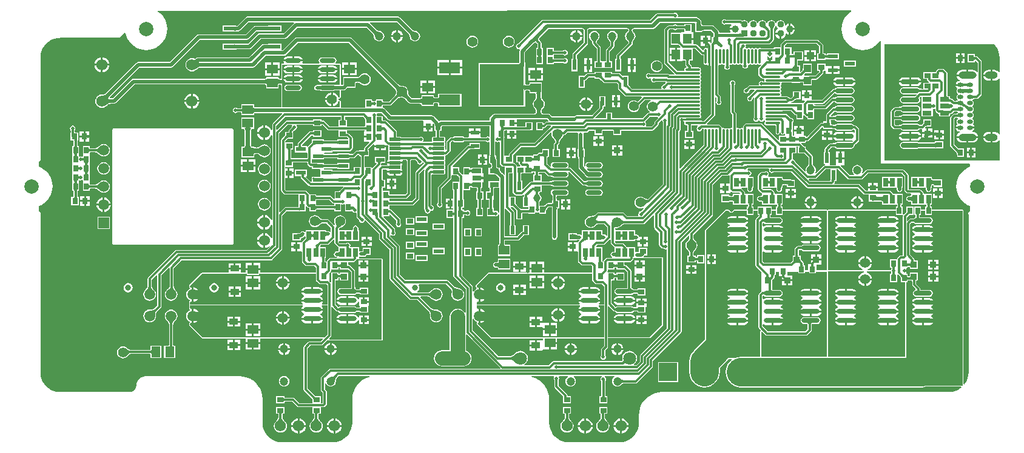
<source format=gtl>
G04*
G04 #@! TF.GenerationSoftware,Altium Limited,Altium Designer,21.6.1 (37)*
G04*
G04 Layer_Physical_Order=1*
G04 Layer_Color=255*
%FSLAX25Y25*%
%MOIN*%
G70*
G04*
G04 #@! TF.SameCoordinates,E8E7377F-12F3-41F2-B4DA-774CBFF52AF4*
G04*
G04*
G04 #@! TF.FilePolarity,Positive*
G04*
G01*
G75*
%ADD10C,0.02362*%
%ADD16C,0.01968*%
%ADD22C,0.01181*%
%ADD23C,0.02000*%
%ADD26R,0.05709X0.02362*%
%ADD27R,0.03543X0.02756*%
%ADD28R,0.03543X0.03150*%
%ADD29R,0.03150X0.03543*%
%ADD30O,0.08268X0.01181*%
%ADD31R,0.02756X0.03543*%
G04:AMPARAMS|DCode=32|XSize=17.72mil|YSize=62.99mil|CornerRadius=1.95mil|HoleSize=0mil|Usage=FLASHONLY|Rotation=90.000|XOffset=0mil|YOffset=0mil|HoleType=Round|Shape=RoundedRectangle|*
%AMROUNDEDRECTD32*
21,1,0.01772,0.05909,0,0,90.0*
21,1,0.01382,0.06299,0,0,90.0*
1,1,0.00390,0.02955,0.00691*
1,1,0.00390,0.02955,-0.00691*
1,1,0.00390,-0.02955,-0.00691*
1,1,0.00390,-0.02955,0.00691*
%
%ADD32ROUNDEDRECTD32*%
%ADD33R,0.02362X0.04528*%
%ADD34R,0.03543X0.03543*%
%ADD35O,0.01181X0.03937*%
%ADD36R,0.05906X0.05118*%
%ADD37R,0.03937X0.04331*%
%ADD38R,0.04331X0.03937*%
%ADD39O,0.01181X0.08268*%
%ADD40R,0.04724X0.05512*%
%ADD41R,0.02756X0.05118*%
%ADD42O,0.10236X0.02756*%
%ADD43R,0.05118X0.02756*%
%ADD44O,0.08661X0.02362*%
%ADD45R,0.05118X0.05906*%
%ADD46R,0.04800X0.03600*%
%ADD47C,0.03937*%
%ADD48R,0.04528X0.02362*%
%ADD49R,0.02362X0.05709*%
%ADD50R,0.03543X0.03543*%
%ADD51R,0.24410X0.22835*%
%ADD52R,0.11811X0.06299*%
%ADD53O,0.09843X0.02756*%
%ADD54R,0.05906X0.02362*%
%ADD64C,0.00500*%
%ADD103C,0.01575*%
%ADD104C,0.07874*%
%ADD105C,0.15748*%
%ADD106C,0.05000*%
%ADD107C,0.05512*%
%ADD108C,0.06000*%
%ADD109C,0.06200*%
%ADD110C,0.07874*%
%ADD111C,0.03780*%
%ADD112R,0.03780X0.03780*%
%ADD113C,0.04724*%
%ADD114C,0.05906*%
%ADD115C,0.03150*%
%ADD116R,0.10000X0.10000*%
%ADD117C,0.10000*%
%ADD118O,0.03150X0.02441*%
%ADD119O,0.09843X0.03937*%
%ADD120O,0.07087X0.03937*%
%ADD121C,0.07087*%
%ADD122R,0.05906X0.05906*%
%ADD123C,0.01968*%
%ADD124C,0.02953*%
%ADD125C,0.02362*%
G36*
X384311Y241561D02*
X384287Y241585D01*
X384253Y241607D01*
X384210Y241627D01*
X384157Y241644D01*
X384095Y241658D01*
X384023Y241670D01*
X383850Y241685D01*
X383639Y241690D01*
X383841Y242872D01*
X383952Y242872D01*
X384407Y242898D01*
X384447Y242907D01*
X384476Y242916D01*
X384495Y242926D01*
X384311Y241561D01*
X384311Y241561D02*
G37*
G36*
X412927Y239270D02*
X412961Y239253D01*
X413004Y239239D01*
X413057Y239226D01*
X413120Y239215D01*
X413274Y239199D01*
X413467Y239192D01*
X413578Y239191D01*
X413578Y238010D01*
X413467Y238008D01*
X413120Y237985D01*
X413057Y237974D01*
X413004Y237961D01*
X412961Y237947D01*
X412927Y237930D01*
X412903Y237911D01*
X412903Y239289D01*
X412927Y239270D01*
X412927Y239270D02*
G37*
G36*
X421437Y238950D02*
X421685Y238731D01*
X421715Y238710D01*
X421740Y238698D01*
X421758Y238693D01*
X421770Y238696D01*
X421095Y237612D01*
X421090Y237619D01*
X421073Y237637D01*
X420534Y238182D01*
X421369Y239018D01*
X421437Y238950D01*
X421437Y238950D02*
G37*
G36*
X396131Y237736D02*
X396075Y237453D01*
X396075Y237453D01*
X396054Y236961D01*
X396046Y236941D01*
X396071Y236878D01*
X396061Y236812D01*
X396075Y236793D01*
X396075Y232909D01*
X399205Y232909D01*
X399247Y232885D01*
X399284Y232895D01*
X399319Y232880D01*
X399389Y232909D01*
X399831Y232909D01*
X399831Y233308D01*
X399855Y233350D01*
X399864Y233414D01*
X399867Y233418D01*
X399913Y233452D01*
X400012Y233499D01*
X400167Y233549D01*
X400366Y233591D01*
X400945Y233648D01*
X401298Y233656D01*
X401326Y233668D01*
X404792Y233668D01*
X406217Y232242D01*
X406217Y231950D01*
X406205Y231923D01*
X406196Y231564D01*
X406170Y231266D01*
X406128Y231015D01*
X406075Y230816D01*
X406015Y230670D01*
X405958Y230574D01*
X405909Y230522D01*
X405870Y230496D01*
X405827Y230480D01*
X405703Y230467D01*
X405678Y230453D01*
X405181Y230453D01*
X405181Y227304D01*
X405167Y227233D01*
X405029Y227094D01*
X404402Y227054D01*
X404319Y227115D01*
X404319Y227681D01*
X403276Y227681D01*
X403212Y227625D01*
X403166Y227531D01*
X403157Y227416D01*
X403186Y227280D01*
X403252Y227124D01*
X403355Y226946D01*
X403496Y226748D01*
X403674Y226529D01*
X404142Y226028D01*
X403558Y225410D01*
X403846Y225410D01*
X404127Y225098D01*
X403847Y224846D01*
X403226Y224723D01*
X402700Y224371D01*
X402522Y224106D01*
X402304Y224252D01*
X401878Y224336D01*
X401452Y224252D01*
X401092Y224011D01*
X400851Y223650D01*
X400766Y223224D01*
X400766Y223073D01*
X400266Y222866D01*
X397264Y225867D01*
X396903Y226108D01*
X396478Y226193D01*
X396478Y226193D01*
X395217Y226193D01*
X395217Y228784D01*
X391855Y228784D01*
X391855Y229784D01*
X395217Y229784D01*
X395217Y233040D01*
X393925Y233040D01*
X393925Y237453D01*
X390169Y237453D01*
X390169Y236945D01*
X390155Y236919D01*
X390154Y236906D01*
X390152Y236905D01*
X390092Y236880D01*
X389995Y236855D01*
X389862Y236833D01*
X389696Y236818D01*
X389486Y236813D01*
X389442Y236793D01*
X386429Y236793D01*
X386383Y236813D01*
X386280Y236814D01*
X386113Y236821D01*
X385994Y236833D01*
X385967Y236837D01*
X385955Y236840D01*
X385935Y236847D01*
X385927Y236846D01*
X385579Y237079D01*
X385000Y237194D01*
X384421Y237079D01*
X384073Y236846D01*
X384065Y236847D01*
X384045Y236840D01*
X384033Y236837D01*
X384015Y236834D01*
X383712Y236814D01*
X383617Y236813D01*
X383571Y236793D01*
X381700Y236793D01*
X381700Y236793D01*
X381275Y236708D01*
X380914Y236467D01*
X379414Y234967D01*
X379173Y234607D01*
X379088Y234181D01*
X379088Y234181D01*
X379088Y216081D01*
X379088Y216081D01*
X379173Y215656D01*
X379414Y215295D01*
X384636Y210073D01*
X384429Y209573D01*
X381953Y209573D01*
X381858Y209667D01*
X381497Y209908D01*
X381072Y209993D01*
X381072Y209993D01*
X371929Y209993D01*
X371883Y210013D01*
X371780Y210014D01*
X371613Y210021D01*
X371494Y210033D01*
X371467Y210037D01*
X371455Y210040D01*
X371435Y210047D01*
X371427Y210047D01*
X371079Y210279D01*
X370500Y210394D01*
X369921Y210279D01*
X369430Y209951D01*
X369102Y209460D01*
X368987Y208881D01*
X369102Y208302D01*
X369430Y207811D01*
X369921Y207483D01*
X370500Y207368D01*
X371079Y207483D01*
X371201Y207564D01*
X371786Y207421D01*
X371866Y207302D01*
X371875Y207249D01*
X371787Y206806D01*
X371902Y206227D01*
X372230Y205736D01*
X372721Y205408D01*
X373300Y205293D01*
X373879Y205408D01*
X374227Y205641D01*
X374235Y205640D01*
X374255Y205647D01*
X374267Y205650D01*
X374285Y205653D01*
X374588Y205674D01*
X374683Y205675D01*
X374729Y205694D01*
X379753Y205694D01*
X379844Y205564D01*
X379852Y205086D01*
X379224Y204458D01*
X379177Y204439D01*
X379104Y204368D01*
X378981Y204254D01*
X378888Y204178D01*
X378866Y204163D01*
X378856Y204156D01*
X378837Y204147D01*
X378832Y204141D01*
X378421Y204060D01*
X377930Y203731D01*
X377602Y203240D01*
X377487Y202661D01*
X377579Y202199D01*
X377303Y201698D01*
X361556Y201698D01*
X360421Y202834D01*
X360402Y202880D01*
X360105Y203186D01*
X359634Y203720D01*
X359470Y203935D01*
X359347Y204120D01*
X359274Y204254D01*
X359274Y204599D01*
X359288Y204647D01*
X359274Y204674D01*
X359274Y208943D01*
X356008Y208943D01*
X354903Y210048D01*
X354542Y210289D01*
X354117Y210373D01*
X354117Y210373D01*
X351092Y210373D01*
X351048Y210393D01*
X350837Y210399D01*
X350672Y210413D01*
X350539Y210435D01*
X350442Y210461D01*
X350382Y210485D01*
X350380Y210486D01*
X350379Y210500D01*
X350365Y210526D01*
X350365Y211139D01*
X345821Y211139D01*
X345821Y211139D01*
X345364Y211139D01*
X345364Y211139D01*
X345321Y211139D01*
X340821Y211139D01*
X340821Y210526D01*
X340807Y210500D01*
X340806Y210486D01*
X340804Y210485D01*
X340744Y210461D01*
X340647Y210435D01*
X340514Y210413D01*
X340348Y210399D01*
X340138Y210393D01*
X340094Y210373D01*
X337069Y210373D01*
X337069Y210373D01*
X336644Y210289D01*
X336283Y210048D01*
X335178Y208943D01*
X331912Y208943D01*
X331912Y202234D01*
X335274Y202234D01*
X335274Y206348D01*
X335692Y206431D01*
X336052Y206672D01*
X337530Y208150D01*
X340094Y208150D01*
X340138Y208130D01*
X340348Y208124D01*
X340514Y208110D01*
X340647Y208088D01*
X340744Y208062D01*
X340804Y208038D01*
X340806Y208037D01*
X340807Y208023D01*
X340821Y207997D01*
X340821Y207383D01*
X342660Y207383D01*
X342664Y207381D01*
X342680Y207383D01*
X343090Y207383D01*
X343138Y207364D01*
X343286Y207284D01*
X343460Y207169D01*
X344208Y206538D01*
X344499Y206255D01*
X344503Y206253D01*
X344505Y206249D01*
X344550Y206232D01*
X345568Y205214D01*
X345568Y205214D01*
X345929Y204973D01*
X346354Y204888D01*
X352921Y204888D01*
X353588Y204221D01*
X353588Y201981D01*
X353588Y201981D01*
X353673Y201556D01*
X353914Y201195D01*
X357277Y197832D01*
X357638Y197591D01*
X358063Y197506D01*
X358063Y197506D01*
X366546Y197506D01*
X366753Y197006D01*
X364411Y194665D01*
X363942Y195025D01*
X363150Y195353D01*
X362300Y195465D01*
X361450Y195353D01*
X360658Y195025D01*
X359978Y194503D01*
X359456Y193823D01*
X359128Y193031D01*
X359016Y192181D01*
X359128Y191331D01*
X359456Y190539D01*
X359978Y189859D01*
X360658Y189337D01*
X361450Y189009D01*
X362300Y188897D01*
X363150Y189009D01*
X363942Y189337D01*
X364622Y189859D01*
X365144Y190539D01*
X365472Y191331D01*
X365584Y192181D01*
X365521Y192658D01*
X365622Y192759D01*
X365707Y192815D01*
X368429Y195538D01*
X371526Y195538D01*
X371625Y195038D01*
X371158Y194844D01*
X370478Y194322D01*
X369956Y193642D01*
X369628Y192850D01*
X369516Y192000D01*
X369628Y191150D01*
X369956Y190358D01*
X370478Y189678D01*
X371085Y189212D01*
X371055Y188938D01*
X370949Y188712D01*
X370800Y188712D01*
X370374Y188627D01*
X370014Y188386D01*
X370014Y188386D01*
X367139Y185512D01*
X350481Y185512D01*
X350481Y188835D01*
X347119Y188835D01*
X347119Y185512D01*
X341338Y185512D01*
X341146Y185974D01*
X345255Y190083D01*
X345255Y190083D01*
X345497Y190444D01*
X345581Y190869D01*
X345581Y191438D01*
X345601Y191482D01*
X345606Y191690D01*
X345621Y191853D01*
X345642Y191983D01*
X345668Y192079D01*
X345692Y192137D01*
X345692Y192138D01*
X345707Y192139D01*
X345755Y192165D01*
X346741Y192165D01*
X346741Y197693D01*
X343379Y197693D01*
X343379Y194783D01*
X343357Y194676D01*
X343357Y194676D01*
X343357Y192701D01*
X343350Y192683D01*
X343338Y191502D01*
X343339Y191499D01*
X343337Y191496D01*
X343357Y191448D01*
X343357Y191330D01*
X339239Y187212D01*
X330886Y187212D01*
X330460Y187127D01*
X330099Y186886D01*
X330099Y186886D01*
X329835Y186622D01*
X329800Y186629D01*
X317520Y186629D01*
X316468Y187681D01*
X315972Y188013D01*
X315387Y188129D01*
X313208Y188129D01*
X313206Y188131D01*
X313199Y188129D01*
X313152Y188129D01*
X313128Y188140D01*
X312782Y188159D01*
X312513Y188206D01*
X312296Y188279D01*
X312122Y188372D01*
X311985Y188485D01*
X311872Y188622D01*
X311779Y188795D01*
X311706Y189013D01*
X311659Y189281D01*
X311651Y189422D01*
X311673Y189620D01*
X311712Y189825D01*
X311765Y190021D01*
X311833Y190208D01*
X311916Y190388D01*
X312015Y190561D01*
X312129Y190728D01*
X312260Y190890D01*
X312422Y191061D01*
X312436Y191097D01*
X312944Y191760D01*
X313272Y192552D01*
X313384Y193402D01*
X313272Y194252D01*
X312944Y195044D01*
X312436Y195706D01*
X312422Y195742D01*
X312260Y195913D01*
X312129Y196075D01*
X312015Y196242D01*
X311916Y196415D01*
X311833Y196595D01*
X311765Y196782D01*
X311711Y196978D01*
X311673Y197183D01*
X311649Y197398D01*
X311641Y197642D01*
X311629Y197667D01*
X311629Y197675D01*
X311641Y197701D01*
X311662Y198705D01*
X311698Y199152D01*
X311705Y199201D01*
X311853Y199201D01*
X311853Y199641D01*
X311882Y199711D01*
X311853Y199782D01*
X311853Y205319D01*
X304947Y205319D01*
X304947Y204610D01*
X304921Y204562D01*
X304908Y204435D01*
X304891Y204389D01*
X304864Y204349D01*
X304811Y204299D01*
X304714Y204240D01*
X304566Y204179D01*
X304364Y204125D01*
X304111Y204083D01*
X303808Y204056D01*
X303764Y204055D01*
X303720Y204056D01*
X303417Y204083D01*
X303164Y204125D01*
X302963Y204179D01*
X302814Y204240D01*
X302718Y204299D01*
X302664Y204349D01*
X302637Y204389D01*
X302621Y204435D01*
X302607Y204562D01*
X302581Y204610D01*
X302581Y215342D01*
X302610Y215413D01*
X302607Y215421D01*
X302610Y215429D01*
X302541Y217429D01*
X302529Y217455D01*
X302529Y221866D01*
X307581Y226919D01*
X307590Y226931D01*
X307758Y227086D01*
X307922Y227210D01*
X308065Y227295D01*
X308187Y227345D01*
X308285Y227368D01*
X308366Y227370D01*
X308441Y227357D01*
X308504Y227332D01*
X309169Y226732D01*
X309210Y226717D01*
X309381Y226547D01*
X309381Y225005D01*
X309361Y224960D01*
X309356Y224750D01*
X309341Y224584D01*
X309319Y224452D01*
X309294Y224355D01*
X309269Y224295D01*
X309268Y224293D01*
X309255Y224291D01*
X309229Y224277D01*
X308615Y224277D01*
X308615Y219734D01*
X308615Y215234D01*
X312371Y215234D01*
X312371Y219734D01*
X312371Y224277D01*
X311757Y224277D01*
X311731Y224291D01*
X311718Y224293D01*
X311717Y224295D01*
X311692Y224355D01*
X311666Y224452D01*
X311644Y224584D01*
X311630Y224750D01*
X311625Y224960D01*
X311605Y225005D01*
X311605Y227007D01*
X311520Y227433D01*
X311279Y227793D01*
X311279Y227793D01*
X310774Y228299D01*
X310756Y228345D01*
X310255Y228864D01*
X310253Y228866D01*
X310208Y228949D01*
X310185Y229028D01*
X310180Y229117D01*
X310198Y229231D01*
X310248Y229377D01*
X310338Y229554D01*
X310474Y229758D01*
X310658Y229985D01*
X310900Y230243D01*
X310910Y230270D01*
X310934Y230284D01*
X310938Y230298D01*
X315341Y234701D01*
X333303Y234701D01*
X333317Y234693D01*
X333344Y234701D01*
X333369Y234689D01*
X333724Y234678D01*
X334014Y234647D01*
X334254Y234599D01*
X334443Y234538D01*
X334582Y234470D01*
X334675Y234401D01*
X334734Y234335D01*
X334772Y234268D01*
X334815Y233431D01*
X334834Y233390D01*
X334834Y227359D01*
X329066Y221592D01*
X328825Y221231D01*
X328741Y220806D01*
X328741Y220806D01*
X328741Y218922D01*
X328721Y218878D01*
X328716Y218670D01*
X328702Y218505D01*
X328680Y218374D01*
X328655Y218278D01*
X328632Y218221D01*
X328626Y218221D01*
X328578Y218195D01*
X328172Y218195D01*
X328172Y217753D01*
X328142Y217683D01*
X328154Y217654D01*
X328146Y217625D01*
X328172Y217577D01*
X328172Y211486D01*
X331534Y211486D01*
X331534Y217577D01*
X331560Y217625D01*
X331551Y217654D01*
X331563Y217683D01*
X331534Y217753D01*
X331534Y218195D01*
X331128Y218195D01*
X331080Y218221D01*
X331073Y218221D01*
X331051Y218278D01*
X331025Y218374D01*
X331004Y218506D01*
X330990Y218670D01*
X330984Y218878D01*
X330965Y218922D01*
X330965Y220345D01*
X336732Y226112D01*
X336973Y226473D01*
X337058Y226898D01*
X337058Y226899D01*
X337058Y233403D01*
X337077Y233449D01*
X337090Y234170D01*
X337090Y234172D01*
X337117Y234264D01*
X337157Y234335D01*
X337216Y234401D01*
X337310Y234470D01*
X337448Y234538D01*
X337637Y234599D01*
X337878Y234647D01*
X338168Y234678D01*
X338522Y234689D01*
X338547Y234701D01*
X338575Y234693D01*
X338588Y234701D01*
X357904Y234701D01*
X357917Y234693D01*
X357944Y234701D01*
X357969Y234689D01*
X358324Y234678D01*
X358613Y234647D01*
X358854Y234599D01*
X359043Y234538D01*
X359182Y234470D01*
X359275Y234401D01*
X359334Y234335D01*
X359372Y234268D01*
X359374Y234216D01*
X359342Y234101D01*
X359284Y233956D01*
X359207Y233807D01*
X359110Y233654D01*
X358991Y233497D01*
X358849Y233336D01*
X358685Y233172D01*
X358485Y232997D01*
X358479Y232983D01*
X358465Y232978D01*
X358436Y232911D01*
X358315Y232819D01*
X357857Y232221D01*
X357568Y231524D01*
X357470Y230777D01*
X357568Y230030D01*
X357857Y229334D01*
X358315Y228736D01*
X358436Y228643D01*
X358465Y228577D01*
X358479Y228571D01*
X358485Y228557D01*
X358685Y228382D01*
X358849Y228218D01*
X358991Y228057D01*
X359110Y227900D01*
X359207Y227747D01*
X359284Y227598D01*
X359342Y227453D01*
X359382Y227312D01*
X359405Y227172D01*
X359407Y227139D01*
X353066Y220799D01*
X352825Y220438D01*
X352741Y220013D01*
X352741Y220012D01*
X352741Y218922D01*
X352721Y218878D01*
X352716Y218670D01*
X352702Y218505D01*
X352680Y218374D01*
X352655Y218278D01*
X352632Y218221D01*
X352626Y218221D01*
X352578Y218195D01*
X352172Y218195D01*
X352172Y217753D01*
X352143Y217683D01*
X352154Y217654D01*
X352146Y217625D01*
X352172Y217577D01*
X352172Y211486D01*
X355534Y211486D01*
X355534Y217577D01*
X355560Y217625D01*
X355551Y217654D01*
X355563Y217683D01*
X355534Y217753D01*
X355534Y218195D01*
X355128Y218195D01*
X355080Y218221D01*
X355073Y218221D01*
X355051Y218278D01*
X355025Y218374D01*
X355004Y218506D01*
X354990Y218670D01*
X354984Y218878D01*
X354965Y218922D01*
X354965Y219552D01*
X361332Y225919D01*
X361332Y225919D01*
X361573Y226280D01*
X361658Y226706D01*
X361658Y226706D01*
X361658Y227062D01*
X361677Y227101D01*
X361685Y227265D01*
X361707Y227408D01*
X361746Y227560D01*
X361802Y227722D01*
X361876Y227892D01*
X361970Y228073D01*
X362084Y228261D01*
X362214Y228453D01*
X362563Y228891D01*
X362591Y228987D01*
X362857Y229334D01*
X363145Y230030D01*
X363244Y230777D01*
X363145Y231524D01*
X362857Y232221D01*
X362591Y232567D01*
X362563Y232664D01*
X362214Y233102D01*
X362084Y233293D01*
X361970Y233482D01*
X361876Y233662D01*
X361802Y233833D01*
X361746Y233994D01*
X361707Y234146D01*
X361699Y234201D01*
X361717Y234264D01*
X361757Y234335D01*
X361817Y234401D01*
X361910Y234470D01*
X362048Y234538D01*
X362238Y234599D01*
X362478Y234647D01*
X362768Y234678D01*
X363122Y234689D01*
X363147Y234701D01*
X363175Y234693D01*
X363188Y234701D01*
X372633Y234701D01*
X372633Y234701D01*
X373212Y234816D01*
X373703Y235144D01*
X376727Y238168D01*
X395762Y238168D01*
X396131Y237736D01*
X396131Y237736D02*
G37*
G36*
X398900Y238226D02*
X398934Y237719D01*
X398963Y237512D01*
X399001Y237338D01*
X399048Y237195D01*
X399103Y237084D01*
X399166Y237004D01*
X399238Y236957D01*
X399319Y236941D01*
X396587Y236941D01*
X396651Y236957D01*
X396709Y237004D01*
X396760Y237084D01*
X396804Y237195D01*
X396842Y237338D01*
X396872Y237512D01*
X396896Y237719D01*
X396923Y238226D01*
X396927Y238528D01*
X398895Y238528D01*
X398900Y238226D01*
X398900Y238226D02*
G37*
G36*
X385727Y236351D02*
X385761Y236335D01*
X385804Y236320D01*
X385857Y236307D01*
X385920Y236296D01*
X386074Y236280D01*
X386267Y236273D01*
X386378Y236272D01*
X386378Y235090D01*
X386267Y235090D01*
X385920Y235066D01*
X385857Y235055D01*
X385804Y235042D01*
X385761Y235028D01*
X385727Y235011D01*
X385703Y234992D01*
X385703Y236370D01*
X385727Y236351D01*
X385727Y236351D02*
G37*
G36*
X384297Y234992D02*
X384273Y235011D01*
X384239Y235028D01*
X384196Y235042D01*
X384143Y235055D01*
X384080Y235066D01*
X383926Y235082D01*
X383733Y235090D01*
X383622Y235090D01*
X383622Y236272D01*
X383733Y236273D01*
X384080Y236296D01*
X384143Y236307D01*
X384196Y236320D01*
X384239Y236335D01*
X384273Y236351D01*
X384297Y236370D01*
X384297Y234992D01*
X384297Y234992D02*
G37*
G36*
X434836Y236994D02*
X434853Y236802D01*
X434882Y236617D01*
X434923Y236442D01*
X434977Y236274D01*
X435043Y236115D01*
X435121Y235964D01*
X435212Y235821D01*
X435316Y235687D01*
X435431Y235561D01*
X434596Y234725D01*
X434470Y234841D01*
X434336Y234944D01*
X434193Y235035D01*
X434042Y235114D01*
X433883Y235180D01*
X433715Y235234D01*
X433539Y235275D01*
X433355Y235304D01*
X433162Y235320D01*
X432961Y235325D01*
X434832Y237195D01*
X434836Y236994D01*
X434836Y236994D02*
G37*
G36*
X389486Y234549D02*
X389696Y234544D01*
X389862Y234530D01*
X389995Y234508D01*
X390092Y234482D01*
X390152Y234457D01*
X390154Y234456D01*
X390155Y234443D01*
X390169Y234417D01*
X390169Y233040D01*
X388493Y233040D01*
X388493Y233009D01*
X388418Y232540D01*
X382694Y232540D01*
X382694Y226028D01*
X386115Y226028D01*
X386151Y226006D01*
X386195Y226016D01*
X386236Y225999D01*
X386306Y226028D01*
X386667Y226028D01*
X386748Y225982D01*
X386899Y225877D01*
X387301Y225537D01*
X387530Y225316D01*
X387576Y225298D01*
X388033Y224841D01*
X387842Y224379D01*
X386056Y224379D01*
X386056Y220623D01*
X386056Y216867D01*
X388918Y216867D01*
X388918Y216898D01*
X388993Y217367D01*
X390591Y217367D01*
X390617Y217353D01*
X390630Y217351D01*
X390632Y217350D01*
X390656Y217289D01*
X390682Y217192D01*
X390704Y217060D01*
X390718Y216894D01*
X390724Y216684D01*
X390743Y216640D01*
X390743Y215137D01*
X390743Y215137D01*
X390828Y214711D01*
X391069Y214351D01*
X391410Y214009D01*
X391203Y213509D01*
X391051Y213509D01*
X390626Y213425D01*
X390265Y213184D01*
X390024Y212823D01*
X389939Y212398D01*
X390010Y212041D01*
X389943Y211860D01*
X389711Y211541D01*
X386313Y211541D01*
X381312Y216542D01*
X381312Y233720D01*
X382161Y234569D01*
X383571Y234569D01*
X383617Y234549D01*
X383719Y234548D01*
X383887Y234542D01*
X384007Y234529D01*
X384033Y234525D01*
X384045Y234522D01*
X384065Y234515D01*
X384073Y234516D01*
X384421Y234283D01*
X385000Y234168D01*
X385579Y234283D01*
X385927Y234516D01*
X385935Y234515D01*
X385955Y234522D01*
X385967Y234525D01*
X385984Y234528D01*
X386288Y234548D01*
X386383Y234549D01*
X386429Y234569D01*
X389442Y234569D01*
X389486Y234549D01*
X389486Y234549D02*
G37*
G36*
X390693Y234500D02*
X390681Y234612D01*
X390646Y234713D01*
X390586Y234801D01*
X390502Y234878D01*
X390395Y234943D01*
X390264Y234996D01*
X390109Y235037D01*
X389930Y235067D01*
X389727Y235085D01*
X389500Y235090D01*
X389500Y236272D01*
X389727Y236278D01*
X389930Y236295D01*
X390109Y236325D01*
X390264Y236366D01*
X390395Y236419D01*
X390502Y236484D01*
X390586Y236561D01*
X390646Y236650D01*
X390681Y236750D01*
X390693Y236862D01*
X390693Y234500D01*
X390693Y234500D02*
G37*
G36*
X439314Y235891D02*
X439107Y235557D01*
X439023Y235390D01*
X438952Y235224D01*
X438894Y235057D01*
X438849Y234890D01*
X438816Y234724D01*
X438797Y234558D01*
X438791Y234391D01*
X437609Y234220D01*
X437602Y234395D01*
X437578Y234563D01*
X437538Y234726D01*
X437483Y234882D01*
X437411Y235033D01*
X437324Y235178D01*
X437221Y235317D01*
X437102Y235449D01*
X436967Y235576D01*
X436816Y235697D01*
X439437Y236057D01*
X439314Y235891D01*
X439314Y235891D02*
G37*
G36*
X162203Y233758D02*
X162184Y233793D01*
X162125Y233824D01*
X162026Y233852D01*
X161888Y233876D01*
X161711Y233896D01*
X160943Y233935D01*
X160235Y233943D01*
X160235Y235911D01*
X160609Y235913D01*
X162026Y236002D01*
X162125Y236029D01*
X162184Y236061D01*
X162203Y236096D01*
X162203Y233758D01*
X162203Y233758D02*
G37*
G36*
X338505Y235230D02*
X338131Y235218D01*
X337796Y235183D01*
X337501Y235124D01*
X337245Y235041D01*
X337028Y234935D01*
X336851Y234805D01*
X336713Y234651D01*
X336615Y234474D01*
X336556Y234273D01*
X336549Y234198D01*
X336536Y233458D01*
X335355Y233458D01*
X335309Y234365D01*
X335276Y234474D01*
X335178Y234651D01*
X335040Y234805D01*
X334863Y234935D01*
X334647Y235041D01*
X334391Y235124D01*
X334095Y235183D01*
X333761Y235218D01*
X333387Y235230D01*
X335946Y237198D01*
X338505Y235230D01*
X338505Y235230D02*
G37*
G36*
X399338Y236793D02*
X399397Y236662D01*
X399496Y236545D01*
X399634Y236444D01*
X399811Y236359D01*
X400027Y236289D01*
X400283Y236235D01*
X400578Y236196D01*
X400913Y236173D01*
X401287Y236165D01*
X401287Y234197D01*
X400913Y234189D01*
X400283Y234127D01*
X400027Y234073D01*
X399811Y234003D01*
X399634Y233918D01*
X399496Y233817D01*
X399397Y233701D01*
X399338Y233569D01*
X399319Y233421D01*
X399319Y236941D01*
X399338Y236793D01*
X399338Y236793D02*
G37*
G36*
X481846Y244401D02*
X481298Y244066D01*
X479919Y242888D01*
X478741Y241509D01*
X477794Y239962D01*
X477099Y238286D01*
X476676Y236522D01*
X476534Y234714D01*
X476676Y232906D01*
X477099Y231142D01*
X477794Y229466D01*
X478741Y227920D01*
X479919Y226540D01*
X481298Y225362D01*
X482845Y224415D01*
X484521Y223721D01*
X486285Y223297D01*
X488093Y223155D01*
X489901Y223297D01*
X491665Y223721D01*
X493341Y224415D01*
X494887Y225362D01*
X496267Y226540D01*
X497444Y227920D01*
X497612Y228193D01*
X498093Y228057D01*
X498093Y160714D01*
X546835Y160714D01*
X547188Y160360D01*
X547186Y158958D01*
X545837Y158399D01*
X544291Y157452D01*
X542911Y156274D01*
X541733Y154894D01*
X540786Y153348D01*
X540092Y151672D01*
X539668Y149908D01*
X539526Y148100D01*
X539668Y146292D01*
X540092Y144528D01*
X540786Y142852D01*
X541733Y141306D01*
X542911Y139926D01*
X544291Y138748D01*
X545837Y137801D01*
X547154Y137255D01*
X547150Y134714D01*
X546362Y133926D01*
X546121Y133565D01*
X546036Y133139D01*
X546121Y132714D01*
X546237Y132540D01*
X546237Y45738D01*
X546238Y45734D01*
X546104Y44032D01*
X545704Y42369D01*
X545050Y40789D01*
X544156Y39330D01*
X544010Y39160D01*
X543541Y39333D01*
X543541Y134681D01*
X543383Y135064D01*
X543000Y135222D01*
X526131Y135222D01*
X526131Y136972D01*
X525517Y136972D01*
X525491Y136986D01*
X525478Y136987D01*
X525476Y136989D01*
X525452Y137049D01*
X525426Y137146D01*
X525404Y137279D01*
X525391Y137435D01*
X525404Y137590D01*
X525426Y137723D01*
X525452Y137820D01*
X525476Y137880D01*
X525478Y137882D01*
X525491Y137883D01*
X525517Y137898D01*
X526118Y137898D01*
X526118Y144016D01*
X521658Y144016D01*
X521653Y144089D01*
X521653Y144206D01*
X521614Y144298D01*
X521548Y144627D01*
X521307Y144988D01*
X520209Y146086D01*
X519848Y146327D01*
X519422Y146412D01*
X519422Y146412D01*
X513304Y146412D01*
X513263Y146452D01*
X513263Y154149D01*
X513178Y154574D01*
X512937Y154935D01*
X510705Y157167D01*
X510344Y157408D01*
X509919Y157493D01*
X509919Y157493D01*
X490723Y157493D01*
X490723Y157493D01*
X490297Y157408D01*
X489936Y157167D01*
X489936Y157167D01*
X488109Y155340D01*
X487685Y155623D01*
X487929Y156211D01*
X488027Y156958D01*
X487929Y157705D01*
X487640Y158402D01*
X487182Y159000D01*
X486584Y159458D01*
X485887Y159747D01*
X485140Y159845D01*
X484393Y159747D01*
X483697Y159458D01*
X483099Y159000D01*
X482640Y158402D01*
X482352Y157705D01*
X482253Y156958D01*
X482352Y156211D01*
X482640Y155515D01*
X483099Y154917D01*
X483366Y154712D01*
X483196Y154212D01*
X481061Y154212D01*
X476001Y159272D01*
X476208Y159772D01*
X477921Y159772D01*
X477921Y163126D01*
X473559Y163126D01*
X473559Y159812D01*
X470038Y159812D01*
X469941Y160272D01*
X469941Y160272D01*
X469941Y166363D01*
X469967Y166411D01*
X469958Y166440D01*
X469970Y166468D01*
X469941Y166539D01*
X469941Y166980D01*
X469535Y166980D01*
X469487Y167006D01*
X469481Y167007D01*
X469458Y167064D01*
X469432Y167160D01*
X469411Y167291D01*
X469397Y167455D01*
X469391Y167663D01*
X469372Y167708D01*
X469372Y167989D01*
X470985Y169602D01*
X471772Y169602D01*
X471818Y169582D01*
X472133Y169577D01*
X472400Y169561D01*
X472625Y169536D01*
X472792Y169505D01*
X472889Y169360D01*
X473153Y169184D01*
X473163Y169160D01*
X473203Y169143D01*
X473226Y169106D01*
X473295Y169089D01*
X473510Y168945D01*
X474242Y168799D01*
X481723Y168799D01*
X482456Y168945D01*
X483077Y169360D01*
X483492Y169981D01*
X483530Y170173D01*
X483586Y170259D01*
X483604Y170357D01*
X483627Y170436D01*
X483661Y170525D01*
X483708Y170622D01*
X483769Y170728D01*
X483845Y170843D01*
X483931Y170959D01*
X484162Y171229D01*
X484299Y171371D01*
X484317Y171417D01*
X485686Y172786D01*
X485686Y172786D01*
X485927Y173147D01*
X486012Y173572D01*
X486012Y179407D01*
X485927Y179833D01*
X485686Y180193D01*
X485686Y180193D01*
X484490Y181389D01*
X484129Y181631D01*
X483800Y181696D01*
X483708Y181735D01*
X483297Y181738D01*
X483077Y182068D01*
X482456Y182483D01*
X481723Y182629D01*
X474242Y182629D01*
X473510Y182483D01*
X473138Y182235D01*
X473101Y182226D01*
X473083Y182198D01*
X473045Y182173D01*
X473029Y182166D01*
X473027Y182161D01*
X472889Y182068D01*
X472794Y181927D01*
X472733Y181912D01*
X472572Y181886D01*
X472188Y181857D01*
X471911Y182042D01*
X471591Y182106D01*
X471500Y182146D01*
X471290Y182152D01*
X471125Y182166D01*
X470993Y182188D01*
X470896Y182214D01*
X470836Y182238D01*
X470833Y182240D01*
X470831Y182255D01*
X470817Y182280D01*
X470817Y183836D01*
X470583Y183836D01*
X470544Y183872D01*
X470401Y184204D01*
X470724Y184602D01*
X471772Y184602D01*
X471818Y184582D01*
X472133Y184577D01*
X472400Y184561D01*
X472625Y184536D01*
X472792Y184505D01*
X472889Y184360D01*
X473153Y184184D01*
X473163Y184160D01*
X473203Y184143D01*
X473226Y184106D01*
X473295Y184089D01*
X473510Y183945D01*
X474242Y183799D01*
X481723Y183799D01*
X482456Y183945D01*
X483077Y184360D01*
X483492Y184981D01*
X483638Y185714D01*
X483492Y186447D01*
X483077Y187068D01*
X482456Y187483D01*
X481723Y187629D01*
X474242Y187629D01*
X473510Y187483D01*
X473295Y187339D01*
X473226Y187323D01*
X473203Y187285D01*
X473163Y187268D01*
X473153Y187244D01*
X472889Y187068D01*
X472792Y186923D01*
X472632Y186894D01*
X472126Y186851D01*
X471818Y186846D01*
X471772Y186826D01*
X470806Y186826D01*
X470599Y187326D01*
X472621Y189348D01*
X472695Y189347D01*
X472919Y189332D01*
X472934Y189330D01*
X473510Y188945D01*
X474242Y188799D01*
X481723Y188799D01*
X482456Y188945D01*
X483077Y189360D01*
X483492Y189981D01*
X483638Y190714D01*
X483492Y191447D01*
X483077Y192068D01*
X482456Y192483D01*
X481723Y192629D01*
X474242Y192629D01*
X473510Y192483D01*
X472889Y192068D01*
X472601Y191638D01*
X472323Y191621D01*
X472184Y191620D01*
X472092Y191581D01*
X471763Y191516D01*
X471402Y191274D01*
X468259Y188132D01*
X468018Y187771D01*
X467934Y187346D01*
X467934Y187346D01*
X467934Y186006D01*
X467934Y186005D01*
X467934Y186005D01*
X467934Y184564D01*
X467914Y184520D01*
X467909Y184312D01*
X467894Y184149D01*
X467872Y184018D01*
X467847Y183923D01*
X467823Y183865D01*
X467823Y183864D01*
X467808Y183862D01*
X467760Y183836D01*
X466274Y183836D01*
X466274Y183162D01*
X466260Y183136D01*
X466258Y183122D01*
X466257Y183121D01*
X466196Y183097D01*
X466099Y183071D01*
X465967Y183049D01*
X465801Y183034D01*
X465591Y183029D01*
X465547Y183009D01*
X465497Y183009D01*
X465072Y182925D01*
X464711Y182684D01*
X457372Y175345D01*
X457371Y175345D01*
X456872Y175551D01*
X456872Y175912D01*
X456124Y175912D01*
X455631Y175928D01*
X455631Y178200D01*
X453056Y178200D01*
X450481Y178200D01*
X450481Y175931D01*
X449786Y175931D01*
X449738Y175957D01*
X449723Y175959D01*
X449723Y175959D01*
X449699Y176017D01*
X449673Y176113D01*
X449651Y176243D01*
X449637Y176406D01*
X449635Y176480D01*
X449636Y176637D01*
X449642Y176865D01*
X449643Y176886D01*
X449636Y176908D01*
X449648Y176937D01*
X449619Y177008D01*
X449619Y180391D01*
X449648Y180463D01*
X449647Y180465D01*
X449648Y180467D01*
X449632Y181648D01*
X449612Y181694D01*
X449612Y182743D01*
X449630Y182777D01*
X449624Y182796D01*
X449632Y182813D01*
X449636Y183009D01*
X449647Y183149D01*
X449653Y183189D01*
X449656Y183205D01*
X449968Y183672D01*
X450083Y184251D01*
X449968Y184830D01*
X449640Y185321D01*
X449149Y185649D01*
X448570Y185765D01*
X448495Y185750D01*
X448487Y185755D01*
X448462Y185772D01*
X448286Y185924D01*
X448219Y185990D01*
X448172Y186008D01*
X446574Y187607D01*
X446213Y187848D01*
X445788Y187932D01*
X445788Y187932D01*
X444137Y187932D01*
X443896Y188276D01*
X438689Y188276D01*
X438689Y189276D01*
X443901Y189276D01*
X444141Y189614D01*
X448614Y189614D01*
X450630Y187597D01*
X450991Y187356D01*
X451318Y187291D01*
X451410Y187252D01*
X451542Y187250D01*
X451662Y187244D01*
X451662Y184942D01*
X455418Y184942D01*
X455418Y187009D01*
X455918Y187216D01*
X456707Y186428D01*
X456707Y186428D01*
X457067Y186187D01*
X457493Y186102D01*
X457568Y186102D01*
X457568Y184942D01*
X461324Y184942D01*
X461324Y190450D01*
X461338Y190476D01*
X461339Y190489D01*
X461341Y190491D01*
X461401Y190515D01*
X461498Y190541D01*
X461631Y190563D01*
X461797Y190577D01*
X462007Y190583D01*
X462051Y190602D01*
X467533Y190602D01*
X467533Y190602D01*
X467959Y190687D01*
X468319Y190928D01*
X471971Y194580D01*
X472133Y194577D01*
X472400Y194561D01*
X472625Y194536D01*
X472792Y194505D01*
X472889Y194360D01*
X473153Y194184D01*
X473163Y194160D01*
X473203Y194143D01*
X473226Y194106D01*
X473295Y194089D01*
X473510Y193945D01*
X474242Y193799D01*
X481723Y193799D01*
X482456Y193945D01*
X483077Y194360D01*
X483492Y194981D01*
X483638Y195714D01*
X483492Y196447D01*
X483077Y197068D01*
X482456Y197483D01*
X481723Y197629D01*
X474242Y197629D01*
X473510Y197483D01*
X473295Y197339D01*
X473226Y197323D01*
X473203Y197285D01*
X473163Y197268D01*
X473153Y197245D01*
X472889Y197068D01*
X472792Y196923D01*
X472632Y196894D01*
X472126Y196851D01*
X471818Y196846D01*
X471772Y196826D01*
X471533Y196826D01*
X471533Y196826D01*
X471108Y196741D01*
X470747Y196500D01*
X467072Y192826D01*
X462051Y192826D01*
X462007Y192846D01*
X461797Y192851D01*
X461631Y192866D01*
X461498Y192888D01*
X461401Y192913D01*
X461341Y192938D01*
X461339Y192939D01*
X461338Y192953D01*
X461324Y192979D01*
X461324Y193465D01*
X466176Y193465D01*
X466176Y193464D01*
X466602Y193549D01*
X466963Y193790D01*
X472386Y199213D01*
X472889Y199360D01*
X473510Y198945D01*
X474242Y198799D01*
X481723Y198799D01*
X482456Y198945D01*
X483077Y199360D01*
X483492Y199981D01*
X483638Y200714D01*
X483492Y201447D01*
X483077Y202068D01*
X482456Y202483D01*
X481723Y202629D01*
X474242Y202629D01*
X473510Y202483D01*
X472889Y202068D01*
X472700Y201785D01*
X472363Y201764D01*
X472231Y201764D01*
X472139Y201726D01*
X471807Y201660D01*
X471446Y201419D01*
X471446Y201419D01*
X465716Y195688D01*
X459925Y195688D01*
X459925Y197714D01*
X457350Y197714D01*
X454776Y197714D01*
X454776Y195442D01*
X456203Y195442D01*
X456410Y194942D01*
X455782Y194315D01*
X455418Y193986D01*
X452245Y193986D01*
X452174Y194015D01*
X452104Y193986D01*
X451662Y193986D01*
X451662Y193893D01*
X451196Y193859D01*
X450989Y193858D01*
X450942Y193838D01*
X448905Y193838D01*
X448664Y194338D01*
X448766Y194466D01*
X448788Y194467D01*
X448883Y194468D01*
X448929Y194488D01*
X449224Y194488D01*
X449224Y194488D01*
X449650Y194573D01*
X450011Y194814D01*
X450404Y195207D01*
X450448Y195223D01*
X450917Y195660D01*
X451101Y195808D01*
X451262Y195921D01*
X451300Y195942D01*
X451640Y195942D01*
X451686Y195917D01*
X451731Y195930D01*
X451774Y195914D01*
X451835Y195942D01*
X453913Y195942D01*
X453913Y200486D01*
X449764Y200486D01*
X449764Y198491D01*
X449761Y198488D01*
X449764Y198449D01*
X449764Y198431D01*
X449738Y198385D01*
X449764Y198295D01*
X449764Y198002D01*
X449758Y197987D01*
X449681Y197843D01*
X449567Y197670D01*
X448926Y196910D01*
X448754Y196734D01*
X448613Y196739D01*
X448493Y196752D01*
X448467Y196756D01*
X448455Y196759D01*
X448435Y196766D01*
X448427Y196765D01*
X448079Y196998D01*
X447616Y197090D01*
X447374Y197305D01*
X447305Y197373D01*
X447300Y197375D01*
X447298Y197379D01*
X447253Y197397D01*
X447201Y197449D01*
X446840Y197690D01*
X446414Y197775D01*
X446414Y197775D01*
X443582Y197775D01*
X443426Y197977D01*
X443276Y198275D01*
X443344Y198618D01*
X443260Y199044D01*
X443113Y199262D01*
X443053Y199602D01*
X443113Y199942D01*
X443260Y200161D01*
X443344Y200587D01*
X443260Y201012D01*
X443113Y201231D01*
X443053Y201571D01*
X443113Y201911D01*
X443260Y202130D01*
X443344Y202555D01*
X443260Y202981D01*
X443018Y203341D01*
X443018Y203737D01*
X443260Y204098D01*
X443344Y204524D01*
X443273Y204880D01*
X443341Y205061D01*
X443573Y205380D01*
X448404Y205380D01*
X448449Y205361D01*
X448662Y205357D01*
X448836Y205346D01*
X448979Y205329D01*
X449088Y205308D01*
X449128Y205296D01*
X449128Y204969D01*
X449568Y204969D01*
X449637Y204940D01*
X449678Y204957D01*
X449719Y204946D01*
X449759Y204969D01*
X453041Y204969D01*
X453081Y204946D01*
X453123Y204957D01*
X453163Y204940D01*
X453232Y204969D01*
X453672Y204969D01*
X453672Y205296D01*
X453712Y205308D01*
X453814Y205327D01*
X454145Y205357D01*
X454351Y205361D01*
X454396Y205380D01*
X454504Y205380D01*
X454548Y205361D01*
X454759Y205355D01*
X454924Y205341D01*
X455057Y205319D01*
X455154Y205293D01*
X455214Y205269D01*
X455216Y205267D01*
X455217Y205254D01*
X455232Y205228D01*
X455232Y203788D01*
X460169Y203788D01*
X460169Y206579D01*
X460195Y206628D01*
X460196Y206642D01*
X460197Y206643D01*
X460255Y206666D01*
X460350Y206692D01*
X460481Y206714D01*
X460644Y206728D01*
X460852Y206734D01*
X460896Y206753D01*
X462465Y206753D01*
X462465Y206753D01*
X462891Y206838D01*
X463252Y207079D01*
X466186Y210014D01*
X466186Y210014D01*
X466427Y210374D01*
X466512Y210800D01*
X466512Y211042D01*
X466532Y211086D01*
X466537Y211296D01*
X466551Y211462D01*
X466573Y211595D01*
X466599Y211692D01*
X466624Y211752D01*
X466625Y211754D01*
X466638Y211755D01*
X466664Y211769D01*
X467572Y211769D01*
X467820Y211372D01*
X467820Y209879D01*
X471174Y209879D01*
X471174Y212060D01*
X471174Y214241D01*
X468072Y214241D01*
X467820Y214241D01*
X467572Y214638D01*
X467572Y215525D01*
X463028Y215525D01*
X463028Y211769D01*
X464136Y211769D01*
X464162Y211755D01*
X464175Y211754D01*
X464176Y211752D01*
X464201Y211692D01*
X464227Y211595D01*
X464249Y211462D01*
X464263Y211296D01*
X464264Y211237D01*
X462005Y208977D01*
X460888Y208977D01*
X460841Y208997D01*
X460623Y208999D01*
X460267Y209010D01*
X460169Y209018D01*
X460169Y209119D01*
X459727Y209119D01*
X459656Y209148D01*
X459586Y209119D01*
X456346Y209119D01*
X456191Y209220D01*
X455933Y209615D01*
X455960Y209762D01*
X456427Y210198D01*
X456612Y210347D01*
X456772Y210460D01*
X456810Y210481D01*
X457183Y210481D01*
X457211Y210466D01*
X457256Y210480D01*
X457301Y210465D01*
X457332Y210481D01*
X460169Y210481D01*
X460169Y215812D01*
X455232Y215812D01*
X455232Y213185D01*
X455210Y213078D01*
X455210Y212355D01*
X455173Y212290D01*
X455068Y212139D01*
X454735Y211745D01*
X454519Y211522D01*
X454501Y211476D01*
X454172Y211146D01*
X453672Y211354D01*
X453672Y214631D01*
X452512Y214631D01*
X452486Y214645D01*
X452473Y214646D01*
X452472Y214648D01*
X452447Y214708D01*
X452421Y214805D01*
X452399Y214938D01*
X452385Y215104D01*
X452380Y215314D01*
X452360Y215358D01*
X452360Y216704D01*
X452380Y216748D01*
X452385Y216958D01*
X452399Y217123D01*
X452421Y217255D01*
X452447Y217352D01*
X452472Y217412D01*
X452474Y217416D01*
X452490Y217418D01*
X452515Y217431D01*
X455319Y217431D01*
X455319Y222369D01*
X449988Y222369D01*
X449988Y221064D01*
X449974Y221038D01*
X449973Y221025D01*
X449971Y221024D01*
X449911Y220999D01*
X449814Y220973D01*
X449681Y220952D01*
X449515Y220937D01*
X449431Y220935D01*
X448931Y221246D01*
X448931Y224672D01*
X445302Y224672D01*
X445302Y225530D01*
X446361Y226588D01*
X462653Y226588D01*
X464188Y225053D01*
X464188Y222158D01*
X464168Y222114D01*
X464163Y221906D01*
X464149Y221743D01*
X464127Y221613D01*
X464101Y221517D01*
X464077Y221459D01*
X464077Y221459D01*
X464062Y221457D01*
X464014Y221431D01*
X463028Y221431D01*
X463028Y217675D01*
X467572Y217675D01*
X467572Y218077D01*
X467912Y218304D01*
X468320Y218040D01*
X468320Y217859D01*
X468761Y217859D01*
X468832Y217830D01*
X468859Y217841D01*
X468888Y217833D01*
X468937Y217859D01*
X475028Y217859D01*
X475028Y221221D01*
X468938Y221221D01*
X468891Y221247D01*
X468861Y221238D01*
X468832Y221251D01*
X468761Y221221D01*
X468320Y221221D01*
X468320Y221068D01*
X467912Y220803D01*
X467572Y221028D01*
X467572Y221431D01*
X466586Y221431D01*
X466538Y221457D01*
X466523Y221459D01*
X466523Y221459D01*
X466499Y221517D01*
X466473Y221613D01*
X466451Y221743D01*
X466437Y221906D01*
X466432Y222114D01*
X466412Y222158D01*
X466412Y225513D01*
X466412Y225513D01*
X466327Y225939D01*
X466086Y226300D01*
X466086Y226300D01*
X463900Y228486D01*
X463539Y228727D01*
X463113Y228812D01*
X463113Y228812D01*
X445900Y228812D01*
X445474Y228727D01*
X445114Y228486D01*
X443404Y226777D01*
X443163Y226416D01*
X443079Y225991D01*
X443079Y225991D01*
X443079Y224672D01*
X439888Y224672D01*
X439840Y224698D01*
X439810Y224689D01*
X439781Y224701D01*
X439711Y224672D01*
X439269Y224672D01*
X439269Y224266D01*
X439244Y224219D01*
X439188Y224197D01*
X439091Y224172D01*
X438959Y224151D01*
X438795Y224137D01*
X438587Y224132D01*
X438542Y224112D01*
X433092Y224112D01*
X433047Y224132D01*
X432638Y224139D01*
X432317Y224158D01*
X432073Y224189D01*
X431996Y224205D01*
X431942Y224220D01*
X431921Y224228D01*
X431891Y224244D01*
X431833Y224251D01*
X431831Y224252D01*
X431405Y224336D01*
X430980Y224252D01*
X430761Y224106D01*
X430421Y224046D01*
X430081Y224106D01*
X429862Y224252D01*
X429437Y224336D01*
X429011Y224252D01*
X428793Y224106D01*
X428453Y224046D01*
X428113Y224106D01*
X427894Y224252D01*
X427468Y224336D01*
X427043Y224252D01*
X426824Y224106D01*
X426484Y224046D01*
X426144Y224106D01*
X425925Y224252D01*
X425500Y224336D01*
X425074Y224252D01*
X424856Y224106D01*
X424516Y224046D01*
X424176Y224106D01*
X424092Y224161D01*
X423912Y224443D01*
X423831Y224786D01*
X423913Y225200D01*
X423798Y225779D01*
X423792Y225788D01*
X424059Y226288D01*
X436600Y226288D01*
X436600Y226288D01*
X437025Y226373D01*
X437386Y226614D01*
X438986Y228214D01*
X438986Y228214D01*
X439227Y228574D01*
X439312Y229000D01*
X439312Y234328D01*
X439331Y234370D01*
X439337Y234516D01*
X439352Y234641D01*
X439376Y234768D01*
X439411Y234896D01*
X439457Y235028D01*
X439514Y235162D01*
X439580Y235292D01*
X439763Y235587D01*
X439873Y235737D01*
X439898Y235840D01*
X440184Y236268D01*
X440269Y236282D01*
X440616Y236282D01*
X440701Y236268D01*
X441220Y235491D01*
X441517Y235293D01*
X441485Y234738D01*
X440881Y234275D01*
X440418Y233671D01*
X440127Y232969D01*
X440094Y232714D01*
X442942Y232714D01*
X442942Y232214D01*
X443442Y232214D01*
X443442Y229365D01*
X443697Y229399D01*
X444400Y229690D01*
X445004Y230153D01*
X445467Y230757D01*
X445758Y231460D01*
X445825Y231967D01*
X446338Y232203D01*
X446446Y232121D01*
X447168Y231822D01*
X447442Y231786D01*
X447442Y234714D01*
X447442Y237643D01*
X447168Y237606D01*
X446446Y237307D01*
X445825Y236831D01*
X445808Y236809D01*
X445341Y237021D01*
X445379Y237214D01*
X445194Y238147D01*
X444665Y238937D01*
X443875Y239465D01*
X442942Y239651D01*
X442010Y239465D01*
X441220Y238937D01*
X440701Y238160D01*
X440616Y238147D01*
X440269Y238147D01*
X440184Y238160D01*
X439665Y238937D01*
X438875Y239465D01*
X437943Y239651D01*
X437010Y239465D01*
X436220Y238937D01*
X435701Y238160D01*
X435616Y238147D01*
X435269Y238147D01*
X435184Y238160D01*
X434665Y238937D01*
X433875Y239465D01*
X432942Y239651D01*
X432010Y239465D01*
X431220Y238937D01*
X430701Y238160D01*
X430616Y238147D01*
X430269Y238147D01*
X430184Y238160D01*
X429665Y238937D01*
X428875Y239465D01*
X427943Y239651D01*
X427010Y239465D01*
X426220Y238937D01*
X425701Y238160D01*
X425616Y238147D01*
X425269Y238147D01*
X425184Y238160D01*
X424665Y238937D01*
X423875Y239465D01*
X422942Y239651D01*
X422010Y239465D01*
X421817Y239336D01*
X421807Y239345D01*
X421749Y239403D01*
X421657Y239440D01*
X421377Y239627D01*
X420951Y239712D01*
X420951Y239712D01*
X413629Y239712D01*
X413583Y239732D01*
X413481Y239733D01*
X413313Y239739D01*
X413194Y239752D01*
X413167Y239756D01*
X413155Y239759D01*
X413135Y239766D01*
X413127Y239765D01*
X412779Y239998D01*
X412200Y240113D01*
X411621Y239998D01*
X411130Y239670D01*
X410802Y239179D01*
X410687Y238600D01*
X410802Y238021D01*
X411130Y237530D01*
X411621Y237202D01*
X412200Y237087D01*
X412779Y237202D01*
X413127Y237435D01*
X413135Y237434D01*
X413155Y237441D01*
X413167Y237444D01*
X413184Y237447D01*
X413488Y237467D01*
X413583Y237468D01*
X413629Y237488D01*
X415860Y237488D01*
X416030Y236988D01*
X415825Y236831D01*
X415349Y236211D01*
X415050Y235489D01*
X415014Y235214D01*
X417942Y235214D01*
X417942Y234214D01*
X415014Y234214D01*
X415050Y233939D01*
X415349Y233217D01*
X415469Y233061D01*
X415248Y232613D01*
X409244Y232613D01*
X409244Y232869D01*
X409129Y233448D01*
X408801Y233939D01*
X408801Y233939D01*
X406489Y236251D01*
X405998Y236579D01*
X405419Y236695D01*
X405419Y236694D01*
X401326Y236694D01*
X401298Y236706D01*
X400938Y236714D01*
X400632Y236735D01*
X400375Y236769D01*
X400167Y236813D01*
X400012Y236863D01*
X399913Y236911D01*
X399867Y236944D01*
X399864Y236948D01*
X399855Y237012D01*
X399831Y237055D01*
X399831Y237453D01*
X399533Y237453D01*
X399524Y237479D01*
X399496Y237608D01*
X399472Y237775D01*
X399441Y238248D01*
X399437Y238536D01*
X399411Y238594D01*
X399309Y239107D01*
X398981Y239598D01*
X398981Y239598D01*
X397828Y240751D01*
X397337Y241079D01*
X396758Y241194D01*
X396758Y241194D01*
X386802Y241194D01*
X386523Y241694D01*
X386613Y242150D01*
X386498Y242729D01*
X386170Y243220D01*
X385679Y243548D01*
X385100Y243663D01*
X384521Y243548D01*
X384356Y243438D01*
X384338Y243437D01*
X384337Y243437D01*
X384336Y243437D01*
X383935Y243413D01*
X383838Y243413D01*
X383791Y243393D01*
X375400Y243393D01*
X375400Y243393D01*
X374974Y243308D01*
X374614Y243067D01*
X371164Y239617D01*
X312338Y239617D01*
X312338Y239617D01*
X311912Y239533D01*
X311551Y239292D01*
X299238Y226978D01*
X299191Y226959D01*
X299118Y226887D01*
X298994Y226774D01*
X298902Y226698D01*
X298879Y226682D01*
X298869Y226676D01*
X298850Y226667D01*
X298845Y226661D01*
X298434Y226579D01*
X297943Y226251D01*
X297615Y225760D01*
X297500Y225181D01*
X297615Y224602D01*
X297943Y224111D01*
X298434Y223783D01*
X299013Y223668D01*
X299430Y223751D01*
X299754Y223336D01*
X299587Y223085D01*
X299471Y222500D01*
X299471Y217451D01*
X299459Y217425D01*
X299449Y217060D01*
X299423Y216756D01*
X299380Y216501D01*
X299326Y216298D01*
X299265Y216148D01*
X299205Y216050D01*
X299155Y215995D01*
X299114Y215967D01*
X299068Y215951D01*
X298941Y215937D01*
X298916Y215923D01*
X277172Y215923D01*
X277172Y192088D01*
X302581Y192088D01*
X302581Y200401D01*
X302607Y200449D01*
X302621Y200575D01*
X302637Y200622D01*
X302664Y200662D01*
X302718Y200712D01*
X302814Y200771D01*
X302963Y200832D01*
X303164Y200886D01*
X303417Y200928D01*
X303720Y200955D01*
X303764Y200956D01*
X303808Y200955D01*
X304111Y200928D01*
X304364Y200886D01*
X304566Y200832D01*
X304714Y200771D01*
X304811Y200712D01*
X304864Y200662D01*
X304891Y200622D01*
X304908Y200575D01*
X304921Y200449D01*
X304947Y200401D01*
X304947Y199201D01*
X308016Y199201D01*
X308041Y199187D01*
X308168Y199173D01*
X308214Y199156D01*
X308255Y199129D01*
X308306Y199074D01*
X308365Y198976D01*
X308426Y198826D01*
X308480Y198623D01*
X308523Y198368D01*
X308549Y198064D01*
X308559Y197699D01*
X308571Y197672D01*
X308571Y197667D01*
X308559Y197642D01*
X308551Y197398D01*
X308527Y197183D01*
X308488Y196978D01*
X308435Y196782D01*
X308367Y196595D01*
X308284Y196415D01*
X308185Y196242D01*
X308071Y196075D01*
X307940Y195913D01*
X307778Y195742D01*
X307764Y195706D01*
X307256Y195044D01*
X306928Y194252D01*
X306816Y193402D01*
X306928Y192552D01*
X307256Y191760D01*
X307764Y191097D01*
X307778Y191061D01*
X307940Y190890D01*
X308071Y190728D01*
X308185Y190561D01*
X308284Y190388D01*
X308367Y190208D01*
X308435Y190021D01*
X308489Y189825D01*
X308527Y189620D01*
X308549Y189422D01*
X308541Y189281D01*
X308494Y189013D01*
X308421Y188795D01*
X308328Y188622D01*
X308215Y188485D01*
X308078Y188372D01*
X307905Y188279D01*
X307687Y188206D01*
X307419Y188159D01*
X307072Y188140D01*
X307048Y188129D01*
X307000Y188129D01*
X306994Y188131D01*
X306992Y188129D01*
X286137Y188129D01*
X285552Y188013D01*
X285055Y187681D01*
X283556Y186181D01*
X283224Y185685D01*
X283107Y185100D01*
X283107Y184313D01*
X256383Y184313D01*
X256383Y184313D01*
X255804Y184198D01*
X255313Y183870D01*
X254938Y184202D01*
X252370Y186770D01*
X251879Y187098D01*
X251300Y187213D01*
X251300Y187213D01*
X229127Y187213D01*
X225302Y191039D01*
X224811Y191367D01*
X224378Y191453D01*
X224378Y192436D01*
X224392Y192462D01*
X224394Y192475D01*
X224395Y192476D01*
X224455Y192501D01*
X224552Y192527D01*
X224685Y192549D01*
X224851Y192563D01*
X225061Y192568D01*
X225105Y192588D01*
X228268Y192588D01*
X228268Y192588D01*
X228693Y192673D01*
X229054Y192914D01*
X232525Y196384D01*
X232565Y196398D01*
X232705Y196522D01*
X232839Y196614D01*
X232994Y196696D01*
X233173Y196767D01*
X233376Y196827D01*
X233604Y196874D01*
X233850Y196906D01*
X234450Y196926D01*
X234783Y196910D01*
X234802Y196917D01*
X234818Y196908D01*
X235062Y196888D01*
X235278Y196854D01*
X235485Y196807D01*
X235684Y196745D01*
X235876Y196669D01*
X236062Y196579D01*
X236241Y196473D01*
X236414Y196353D01*
X236582Y196217D01*
X236759Y196052D01*
X236786Y196042D01*
X238798Y194030D01*
X239289Y193702D01*
X239868Y193587D01*
X239868Y193587D01*
X244095Y193587D01*
X244122Y193575D01*
X244479Y193565D01*
X244777Y193539D01*
X245025Y193498D01*
X245223Y193445D01*
X245368Y193385D01*
X245462Y193328D01*
X245513Y193280D01*
X245538Y193242D01*
X245554Y193199D01*
X245567Y193075D01*
X245593Y193027D01*
X245593Y192206D01*
X252498Y192206D01*
X252498Y193458D01*
X252513Y193484D01*
X252526Y193607D01*
X252541Y193650D01*
X252567Y193688D01*
X252619Y193736D01*
X252713Y193794D01*
X252860Y193854D01*
X253059Y193907D01*
X253310Y193948D01*
X253609Y193975D01*
X253654Y193976D01*
X253699Y193975D01*
X253998Y193948D01*
X254248Y193907D01*
X254448Y193854D01*
X254594Y193794D01*
X254689Y193736D01*
X254741Y193688D01*
X254767Y193650D01*
X254782Y193607D01*
X254795Y193484D01*
X254809Y193458D01*
X254809Y191860D01*
X267620Y191860D01*
X267620Y199159D01*
X254809Y199159D01*
X254809Y197561D01*
X254795Y197535D01*
X254782Y197412D01*
X254767Y197369D01*
X254741Y197330D01*
X254689Y197283D01*
X254594Y197225D01*
X254448Y197165D01*
X254248Y197112D01*
X253998Y197070D01*
X253699Y197044D01*
X253654Y197043D01*
X253609Y197044D01*
X253310Y197070D01*
X253059Y197112D01*
X252860Y197165D01*
X252713Y197225D01*
X252619Y197283D01*
X252567Y197330D01*
X252541Y197369D01*
X252526Y197412D01*
X252513Y197535D01*
X252498Y197561D01*
X252498Y198324D01*
X245593Y198324D01*
X245593Y197173D01*
X245567Y197125D01*
X245554Y197002D01*
X245538Y196958D01*
X245513Y196920D01*
X245462Y196872D01*
X245368Y196815D01*
X245223Y196756D01*
X245025Y196702D01*
X244777Y196661D01*
X244479Y196635D01*
X244122Y196625D01*
X244095Y196613D01*
X240495Y196613D01*
X239024Y198084D01*
X239016Y198108D01*
X239009Y198111D01*
X239006Y198118D01*
X238841Y198296D01*
X238709Y198463D01*
X238596Y198633D01*
X238502Y198806D01*
X238425Y198983D01*
X238365Y199166D01*
X238321Y199355D01*
X238294Y199551D01*
X238283Y199757D01*
X238290Y199992D01*
X238265Y200058D01*
X238284Y200200D01*
X238172Y201050D01*
X237844Y201842D01*
X237322Y202522D01*
X236642Y203044D01*
X235850Y203372D01*
X235000Y203484D01*
X234858Y203465D01*
X234792Y203490D01*
X234557Y203483D01*
X234351Y203494D01*
X234155Y203521D01*
X233966Y203565D01*
X233783Y203625D01*
X233606Y203702D01*
X233433Y203796D01*
X233263Y203909D01*
X233097Y204041D01*
X232918Y204206D01*
X232911Y204209D01*
X232908Y204216D01*
X232884Y204224D01*
X207532Y229576D01*
X207041Y229904D01*
X206462Y230019D01*
X206462Y230019D01*
X177046Y230019D01*
X176467Y229904D01*
X175976Y229576D01*
X175976Y229576D01*
X169419Y223019D01*
X168876Y223019D01*
X168597Y223403D01*
X168597Y226765D01*
X162363Y226765D01*
X162353Y226774D01*
X162280Y226765D01*
X162274Y226765D01*
X162203Y226795D01*
X162133Y226765D01*
X161691Y226765D01*
X161691Y226533D01*
X161630Y226519D01*
X160585Y226437D01*
X160230Y226433D01*
X160201Y226421D01*
X158948Y226421D01*
X158369Y226306D01*
X157878Y225978D01*
X157878Y225978D01*
X150919Y219019D01*
X122815Y219019D01*
X122235Y218904D01*
X121800Y218613D01*
X121741Y218589D01*
X121613Y218464D01*
X121393Y218268D01*
X121313Y218206D01*
X121280Y218184D01*
X120485Y218513D01*
X119546Y218637D01*
X118606Y218513D01*
X117730Y218150D01*
X116978Y217573D01*
X116401Y216821D01*
X116038Y215945D01*
X115915Y215005D01*
X116038Y214066D01*
X116401Y213190D01*
X116978Y212438D01*
X117730Y211861D01*
X118606Y211498D01*
X119546Y211374D01*
X120485Y211498D01*
X121361Y211861D01*
X122110Y212435D01*
X122134Y212445D01*
X122356Y212658D01*
X122568Y212835D01*
X122781Y212990D01*
X122996Y213122D01*
X123213Y213232D01*
X123431Y213322D01*
X123653Y213391D01*
X123879Y213440D01*
X124109Y213470D01*
X124368Y213480D01*
X124393Y213492D01*
X153046Y213492D01*
X153046Y213492D01*
X153625Y213607D01*
X154116Y213935D01*
X160172Y219992D01*
X170046Y219992D01*
X170046Y219992D01*
X170625Y220107D01*
X171116Y220435D01*
X177673Y226992D01*
X205835Y226992D01*
X230842Y201986D01*
X230852Y201959D01*
X231017Y201782D01*
X231153Y201614D01*
X231273Y201441D01*
X231379Y201262D01*
X231469Y201076D01*
X231545Y200885D01*
X231607Y200685D01*
X231655Y200478D01*
X231688Y200262D01*
X231693Y200205D01*
X231646Y199683D01*
X231601Y199391D01*
X231544Y199121D01*
X231477Y198878D01*
X231401Y198663D01*
X231319Y198477D01*
X231230Y198317D01*
X231136Y198183D01*
X231017Y198049D01*
X231003Y198008D01*
X227807Y194812D01*
X225105Y194812D01*
X225061Y194832D01*
X224851Y194837D01*
X224685Y194852D01*
X224552Y194873D01*
X224455Y194899D01*
X224395Y194924D01*
X224394Y194925D01*
X224392Y194938D01*
X224378Y194964D01*
X224378Y195972D01*
X220622Y195972D01*
X220622Y195283D01*
X220122Y195017D01*
X219638Y195113D01*
X219059Y194998D01*
X218972Y194940D01*
X218472Y195208D01*
X218472Y195972D01*
X214717Y195972D01*
X214717Y191482D01*
X201267Y191482D01*
X201233Y191533D01*
X201233Y194944D01*
X201169Y195097D01*
X201132Y195258D01*
X201092Y195283D01*
X201074Y195326D01*
X200921Y195390D01*
X200781Y195477D01*
X200294Y195559D01*
X200275Y195554D01*
X200080Y195678D01*
X199996Y196005D01*
X200080Y196333D01*
X200275Y196457D01*
X200294Y196452D01*
X200781Y196534D01*
X200921Y196621D01*
X201074Y196685D01*
X201092Y196728D01*
X201132Y196753D01*
X201169Y196914D01*
X201233Y197067D01*
X201233Y200945D01*
X202921Y200945D01*
X203507Y201062D01*
X204003Y201393D01*
X204816Y202206D01*
X209498Y202206D01*
X209498Y204681D01*
X209512Y204706D01*
X209526Y204833D01*
X209543Y204879D01*
X209571Y204920D01*
X209625Y204971D01*
X209723Y205030D01*
X209873Y205091D01*
X210076Y205146D01*
X210331Y205188D01*
X210636Y205215D01*
X210666Y205216D01*
X210875Y205195D01*
X211086Y205158D01*
X211290Y205108D01*
X211488Y205044D01*
X211680Y204965D01*
X211867Y204872D01*
X212049Y204764D01*
X212227Y204640D01*
X212415Y204490D01*
X212513Y204461D01*
X212904Y204162D01*
X213696Y203833D01*
X214546Y203721D01*
X215396Y203833D01*
X216188Y204162D01*
X216868Y204683D01*
X217390Y205363D01*
X217718Y206155D01*
X217830Y207006D01*
X217718Y207856D01*
X217390Y208647D01*
X216868Y209328D01*
X216188Y209850D01*
X215396Y210178D01*
X214546Y210290D01*
X213696Y210178D01*
X212904Y209850D01*
X212224Y209328D01*
X212090Y209153D01*
X212014Y209117D01*
X211861Y208946D01*
X211717Y208810D01*
X211566Y208693D01*
X211408Y208592D01*
X211242Y208506D01*
X211066Y208436D01*
X210879Y208380D01*
X210680Y208340D01*
X210468Y208315D01*
X210354Y208311D01*
X209190Y208329D01*
X209121Y208334D01*
X209078Y208340D01*
X209043Y208331D01*
X208988Y208354D01*
X208917Y208324D01*
X202593Y208324D01*
X202593Y204309D01*
X202288Y204004D01*
X201233Y204004D01*
X201233Y215155D01*
X201074Y215538D01*
X200691Y215696D01*
X198561Y215696D01*
X198405Y216194D01*
X198776Y216750D01*
X198907Y217406D01*
X198776Y218061D01*
X198405Y218618D01*
X197849Y218989D01*
X197193Y219120D01*
X190894Y219120D01*
X190238Y218989D01*
X189682Y218618D01*
X189310Y218061D01*
X189180Y217406D01*
X189310Y216750D01*
X189682Y216194D01*
X189526Y215696D01*
X180378Y215696D01*
X180111Y216196D01*
X180350Y216554D01*
X180420Y216905D01*
X175146Y216905D01*
X169872Y216905D01*
X169941Y216554D01*
X170181Y216196D01*
X169914Y215696D01*
X169195Y215696D01*
X168813Y215538D01*
X168654Y215155D01*
X168654Y207817D01*
X168374Y207470D01*
X168154Y207343D01*
X167965Y207359D01*
X167714Y207398D01*
X167513Y207449D01*
X167366Y207505D01*
X167271Y207560D01*
X167222Y207602D01*
X167201Y207631D01*
X167191Y207659D01*
X167179Y207767D01*
X167153Y207814D01*
X167153Y208219D01*
X166712Y208219D01*
X166642Y208248D01*
X166612Y208236D01*
X166580Y208245D01*
X166534Y208219D01*
X160866Y208219D01*
X160820Y208245D01*
X160789Y208236D01*
X160759Y208248D01*
X160689Y208219D01*
X160247Y208219D01*
X160247Y207814D01*
X160221Y207767D01*
X160209Y207659D01*
X160199Y207631D01*
X160178Y207602D01*
X160129Y207560D01*
X160034Y207505D01*
X159887Y207449D01*
X159686Y207398D01*
X159435Y207359D01*
X159136Y207334D01*
X158777Y207325D01*
X158750Y207313D01*
X87340Y207313D01*
X87340Y207313D01*
X86761Y207198D01*
X86270Y206870D01*
X75980Y196580D01*
X74872Y196580D01*
X74846Y196592D01*
X74588Y196603D01*
X74580Y196604D01*
X74500Y196683D01*
X74357Y197025D01*
X74356Y197143D01*
X74358Y197146D01*
X74534Y197337D01*
X74543Y197363D01*
X90672Y213492D01*
X108046Y213492D01*
X108046Y213492D01*
X108625Y213607D01*
X109116Y213935D01*
X123923Y228742D01*
X149796Y228742D01*
X149796Y228742D01*
X150375Y228857D01*
X150866Y229185D01*
X155094Y233413D01*
X160201Y233413D01*
X160229Y233401D01*
X160927Y233394D01*
X161667Y233357D01*
X161691Y233354D01*
X161691Y233246D01*
X162057Y233237D01*
X162132Y233246D01*
X162133Y233246D01*
X162203Y233217D01*
X162274Y233246D01*
X168597Y233246D01*
X168597Y236608D01*
X162274Y236608D01*
X162203Y236637D01*
X162133Y236608D01*
X162132Y236608D01*
X162057Y236617D01*
X161691Y236608D01*
X161691Y236523D01*
X160591Y236454D01*
X160232Y236452D01*
X160203Y236440D01*
X154467Y236440D01*
X154467Y236440D01*
X153888Y236325D01*
X153397Y235997D01*
X149169Y231769D01*
X123296Y231769D01*
X123296Y231769D01*
X122717Y231654D01*
X122226Y231326D01*
X122226Y231326D01*
X107419Y216519D01*
X90046Y216519D01*
X90046Y216519D01*
X89467Y216404D01*
X88976Y216076D01*
X88976Y216076D01*
X72403Y199503D01*
X72377Y199494D01*
X72186Y199318D01*
X72003Y199176D01*
X71808Y199052D01*
X71603Y198944D01*
X71385Y198852D01*
X71154Y198777D01*
X70908Y198719D01*
X70648Y198677D01*
X70373Y198653D01*
X70065Y198646D01*
X70042Y198636D01*
X69106Y198513D01*
X68230Y198150D01*
X67478Y197573D01*
X66901Y196821D01*
X66538Y195945D01*
X66415Y195006D01*
X66538Y194066D01*
X66901Y193190D01*
X67478Y192438D01*
X68230Y191861D01*
X69106Y191498D01*
X70046Y191375D01*
X70986Y191498D01*
X71861Y191861D01*
X72613Y192438D01*
X72646Y192481D01*
X72684Y192496D01*
X72900Y192712D01*
X73107Y192891D01*
X73316Y193047D01*
X73526Y193180D01*
X73739Y193291D01*
X73955Y193382D01*
X74175Y193451D01*
X74399Y193501D01*
X74629Y193531D01*
X74888Y193542D01*
X74913Y193554D01*
X76607Y193554D01*
X76607Y193554D01*
X77186Y193669D01*
X77677Y193997D01*
X87967Y204287D01*
X158750Y204287D01*
X158776Y204275D01*
X159134Y204265D01*
X159431Y204239D01*
X159680Y204198D01*
X159877Y204145D01*
X160022Y204085D01*
X160116Y204028D01*
X160167Y203980D01*
X160193Y203942D01*
X160208Y203899D01*
X160221Y203775D01*
X160247Y203727D01*
X160247Y202101D01*
X167153Y202101D01*
X167153Y203747D01*
X167167Y203773D01*
X167180Y203896D01*
X167196Y203940D01*
X167222Y203979D01*
X167274Y204027D01*
X167369Y204085D01*
X167516Y204144D01*
X167715Y204198D01*
X167965Y204239D01*
X168154Y204256D01*
X168376Y204127D01*
X168654Y203783D01*
X168654Y191533D01*
X168641Y191513D01*
X155150Y191513D01*
X155123Y191525D01*
X154764Y191535D01*
X154464Y191561D01*
X154214Y191602D01*
X154014Y191656D01*
X153868Y191715D01*
X153773Y191773D01*
X153721Y191821D01*
X153695Y191859D01*
X153680Y191902D01*
X153667Y192025D01*
X153653Y192052D01*
X153653Y193380D01*
X146747Y193380D01*
X146747Y191292D01*
X146721Y191243D01*
X146720Y191228D01*
X146719Y191228D01*
X146660Y191204D01*
X146565Y191179D01*
X146435Y191157D01*
X146272Y191142D01*
X146064Y191137D01*
X146020Y191117D01*
X144975Y191117D01*
X144928Y191137D01*
X144826Y191138D01*
X144658Y191145D01*
X144539Y191157D01*
X144513Y191162D01*
X144501Y191165D01*
X144481Y191171D01*
X144473Y191171D01*
X144125Y191404D01*
X143546Y191519D01*
X142966Y191404D01*
X142476Y191076D01*
X142148Y190585D01*
X142032Y190006D01*
X142148Y189426D01*
X142476Y188935D01*
X142966Y188607D01*
X143546Y188492D01*
X144125Y188607D01*
X144473Y188840D01*
X144481Y188840D01*
X144501Y188846D01*
X144512Y188849D01*
X144530Y188852D01*
X144834Y188873D01*
X144928Y188874D01*
X144975Y188894D01*
X146020Y188894D01*
X146064Y188874D01*
X146272Y188868D01*
X146435Y188854D01*
X146565Y188832D01*
X146661Y188807D01*
X146719Y188783D01*
X146720Y188783D01*
X146721Y188768D01*
X146747Y188719D01*
X146747Y187262D01*
X153653Y187262D01*
X153653Y187948D01*
X153667Y187975D01*
X153680Y188098D01*
X153695Y188141D01*
X153721Y188179D01*
X153773Y188227D01*
X153868Y188285D01*
X154014Y188344D01*
X154214Y188398D01*
X154464Y188439D01*
X154764Y188465D01*
X155123Y188475D01*
X155150Y188487D01*
X169007Y188487D01*
X169214Y187987D01*
X163914Y182686D01*
X163673Y182325D01*
X163588Y181900D01*
X163588Y181900D01*
X163588Y179193D01*
X163088Y179094D01*
X162847Y179676D01*
X162206Y180512D01*
X161370Y181153D01*
X160397Y181556D01*
X159853Y181628D01*
X159853Y177659D01*
X159853Y173690D01*
X160397Y173762D01*
X161370Y174165D01*
X162206Y174806D01*
X162847Y175642D01*
X163088Y176224D01*
X163588Y176125D01*
X163588Y129823D01*
X163088Y129724D01*
X162847Y130306D01*
X162206Y131142D01*
X161370Y131783D01*
X160397Y132186D01*
X159853Y132258D01*
X159853Y128289D01*
X159853Y124320D01*
X160397Y124392D01*
X161370Y124795D01*
X162206Y125436D01*
X162847Y126272D01*
X163088Y126854D01*
X163588Y126755D01*
X163588Y119823D01*
X163088Y119724D01*
X162847Y120306D01*
X162206Y121142D01*
X161370Y121783D01*
X160397Y122186D01*
X159853Y122258D01*
X159853Y118289D01*
X159853Y114320D01*
X160397Y114392D01*
X161370Y114795D01*
X161995Y115274D01*
X162325Y114898D01*
X160407Y112980D01*
X110908Y112980D01*
X110908Y112980D01*
X110482Y112895D01*
X110122Y112654D01*
X95496Y98028D01*
X95255Y97667D01*
X95170Y97242D01*
X95170Y97242D01*
X95170Y93358D01*
X95151Y93320D01*
X95139Y93128D01*
X95106Y92958D01*
X95049Y92774D01*
X94965Y92575D01*
X94853Y92361D01*
X94711Y92135D01*
X94542Y91901D01*
X94096Y91380D01*
X93829Y91107D01*
X93817Y91080D01*
X93266Y90361D01*
X92918Y89521D01*
X92799Y88620D01*
X92918Y87718D01*
X93266Y86878D01*
X93819Y86157D01*
X94541Y85604D01*
X95381Y85256D01*
X96282Y85137D01*
X97183Y85256D01*
X98023Y85604D01*
X98744Y86157D01*
X99298Y86878D01*
X99646Y87718D01*
X99764Y88620D01*
X99646Y89521D01*
X99298Y90361D01*
X98755Y91069D01*
X98743Y91099D01*
X98225Y91650D01*
X98026Y91896D01*
X97853Y92135D01*
X97711Y92361D01*
X97598Y92575D01*
X97514Y92774D01*
X97457Y92958D01*
X97425Y93128D01*
X97413Y93320D01*
X97394Y93358D01*
X97394Y96781D01*
X99958Y99345D01*
X100458Y99138D01*
X100458Y82557D01*
X98846Y80945D01*
X98806Y80932D01*
X98661Y80805D01*
X98519Y80708D01*
X98348Y80618D01*
X98148Y80536D01*
X97917Y80465D01*
X97656Y80405D01*
X97372Y80359D01*
X96688Y80306D01*
X96306Y80302D01*
X96279Y80291D01*
X95381Y80172D01*
X94541Y79825D01*
X93819Y79271D01*
X93266Y78550D01*
X92918Y77710D01*
X92799Y76809D01*
X92918Y75907D01*
X93266Y75067D01*
X93819Y74346D01*
X94541Y73793D01*
X95381Y73445D01*
X96282Y73326D01*
X97183Y73445D01*
X98023Y73793D01*
X98744Y74346D01*
X99298Y75067D01*
X99646Y75907D01*
X99762Y76792D01*
X99775Y76822D01*
X99799Y77578D01*
X99831Y77892D01*
X99878Y78183D01*
X99938Y78444D01*
X100010Y78674D01*
X100091Y78875D01*
X100181Y79045D01*
X100278Y79188D01*
X100405Y79333D01*
X100418Y79373D01*
X102356Y81311D01*
X102597Y81671D01*
X102682Y82097D01*
X102682Y82097D01*
X102682Y99069D01*
X106801Y103189D01*
X107301Y102982D01*
X107301Y93422D01*
X107285Y93392D01*
X107289Y93379D01*
X107283Y93368D01*
X107270Y93169D01*
X107236Y93000D01*
X107178Y92824D01*
X107093Y92639D01*
X106979Y92445D01*
X106835Y92242D01*
X106658Y92032D01*
X106449Y91815D01*
X106207Y91593D01*
X105922Y91357D01*
X105877Y91271D01*
X105630Y91082D01*
X105077Y90361D01*
X104729Y89521D01*
X104610Y88620D01*
X104729Y87718D01*
X105077Y86878D01*
X105630Y86157D01*
X106352Y85604D01*
X107192Y85256D01*
X108093Y85137D01*
X108994Y85256D01*
X109834Y85604D01*
X110555Y86157D01*
X111109Y86878D01*
X111457Y87718D01*
X111575Y88620D01*
X111457Y89521D01*
X111109Y90361D01*
X110830Y90724D01*
X110800Y90828D01*
X110549Y91145D01*
X110128Y91737D01*
X109967Y92000D01*
X109830Y92250D01*
X109722Y92482D01*
X109641Y92694D01*
X109586Y92884D01*
X109556Y93053D01*
X109544Y93235D01*
X109525Y93273D01*
X109525Y102913D01*
X114006Y107394D01*
X162906Y107394D01*
X162906Y107394D01*
X163331Y107478D01*
X163692Y107719D01*
X168886Y112914D01*
X168886Y112914D01*
X169127Y113275D01*
X169212Y113700D01*
X169212Y113700D01*
X169212Y131939D01*
X171666Y134394D01*
X177492Y134394D01*
X177537Y134374D01*
X177950Y134367D01*
X178215Y134351D01*
X178215Y134234D01*
X178654Y134234D01*
X178724Y134205D01*
X178795Y134234D01*
X181971Y134234D01*
X181971Y136933D01*
X182471Y137140D01*
X182906Y136706D01*
X182906Y136706D01*
X183266Y136465D01*
X183590Y136400D01*
X183681Y136360D01*
X183850Y136357D01*
X183984Y136348D01*
X184091Y136335D01*
X184121Y136329D01*
X184121Y134234D01*
X187876Y134234D01*
X187876Y135220D01*
X187903Y135268D01*
X187904Y135283D01*
X187905Y135283D01*
X187963Y135307D01*
X188058Y135332D01*
X188189Y135354D01*
X188352Y135369D01*
X188560Y135374D01*
X188604Y135394D01*
X196987Y135394D01*
X197032Y135374D01*
X197239Y135369D01*
X197403Y135354D01*
X197533Y135332D01*
X197628Y135307D01*
X197687Y135283D01*
X197687Y135283D01*
X197689Y135268D01*
X197715Y135220D01*
X197715Y134234D01*
X201471Y134234D01*
X201471Y137982D01*
X201880Y138256D01*
X201971Y138273D01*
X202500Y138168D01*
X203079Y138283D01*
X203120Y138311D01*
X203621Y138043D01*
X203621Y134234D01*
X207376Y134234D01*
X207376Y134234D01*
X207876Y134296D01*
X208023Y134077D01*
X208514Y133749D01*
X209093Y133634D01*
X209556Y133726D01*
X210056Y133450D01*
X210056Y131497D01*
X210056Y131497D01*
X210140Y131071D01*
X210382Y130710D01*
X211142Y129950D01*
X211145Y129933D01*
X211186Y129906D01*
X211189Y129903D01*
X211207Y129857D01*
X211279Y129783D01*
X211333Y129725D01*
X211422Y129618D01*
X211442Y129589D01*
X211447Y129581D01*
X211432Y129506D01*
X211547Y128926D01*
X211876Y128435D01*
X212367Y128107D01*
X212946Y127992D01*
X213525Y128107D01*
X214016Y128435D01*
X214344Y128926D01*
X214406Y129237D01*
X214948Y129402D01*
X222388Y121962D01*
X222388Y119400D01*
X222388Y119400D01*
X222473Y118974D01*
X222714Y118614D01*
X228188Y113139D01*
X228188Y97251D01*
X228188Y97251D01*
X228273Y96826D01*
X228514Y96465D01*
X239009Y85969D01*
X239370Y85728D01*
X239796Y85644D01*
X239796Y85644D01*
X243374Y85644D01*
X249645Y79373D01*
X249659Y79333D01*
X249786Y79188D01*
X249883Y79045D01*
X249973Y78875D01*
X250054Y78674D01*
X250126Y78444D01*
X250186Y78183D01*
X250231Y77899D01*
X250284Y77215D01*
X250288Y76833D01*
X250300Y76806D01*
X250418Y75907D01*
X250766Y75067D01*
X251319Y74346D01*
X252041Y73793D01*
X252881Y73445D01*
X253782Y73326D01*
X254683Y73445D01*
X255523Y73793D01*
X256244Y74346D01*
X256798Y75067D01*
X257146Y75907D01*
X257264Y76809D01*
X257146Y77710D01*
X256798Y78550D01*
X256244Y79271D01*
X255523Y79825D01*
X254683Y80172D01*
X253798Y80289D01*
X253769Y80302D01*
X253013Y80326D01*
X252698Y80358D01*
X252408Y80405D01*
X252147Y80465D01*
X251916Y80536D01*
X251716Y80618D01*
X251545Y80708D01*
X251402Y80805D01*
X251258Y80932D01*
X251218Y80945D01*
X245117Y87046D01*
X245309Y87508D01*
X249044Y87508D01*
X249082Y87489D01*
X249274Y87476D01*
X249443Y87444D01*
X249627Y87387D01*
X249827Y87303D01*
X250040Y87191D01*
X250267Y87049D01*
X250500Y86880D01*
X251021Y86434D01*
X251294Y86166D01*
X251322Y86155D01*
X252041Y85604D01*
X252881Y85256D01*
X253782Y85137D01*
X254683Y85256D01*
X255523Y85604D01*
X256244Y86157D01*
X256798Y86878D01*
X257146Y87718D01*
X257264Y88620D01*
X257146Y89521D01*
X256798Y90361D01*
X256244Y91082D01*
X255523Y91636D01*
X254683Y91984D01*
X253782Y92102D01*
X252881Y91984D01*
X252041Y91636D01*
X251332Y91092D01*
X251303Y91081D01*
X250751Y90563D01*
X250506Y90363D01*
X250267Y90191D01*
X250040Y90049D01*
X249827Y89936D01*
X249627Y89852D01*
X249443Y89795D01*
X249274Y89763D01*
X249082Y89750D01*
X249044Y89732D01*
X243510Y89732D01*
X243359Y90232D01*
X243779Y90512D01*
X244333Y91342D01*
X244528Y92321D01*
X244333Y93299D01*
X243994Y93807D01*
X244261Y94307D01*
X259172Y94307D01*
X261798Y91681D01*
X261801Y91666D01*
X261834Y91644D01*
X261847Y91606D01*
X261981Y91452D01*
X262075Y91311D01*
X262153Y91151D01*
X262215Y90970D01*
X262260Y90765D01*
X262286Y90535D01*
X262293Y90278D01*
X262278Y89996D01*
X262239Y89688D01*
X262174Y89341D01*
X262193Y89251D01*
X262110Y88620D01*
X262229Y87718D01*
X262577Y86878D01*
X263130Y86157D01*
X263852Y85604D01*
X264692Y85256D01*
X265593Y85137D01*
X266494Y85256D01*
X267334Y85604D01*
X268055Y86157D01*
X268609Y86878D01*
X268957Y87718D01*
X269075Y88620D01*
X268957Y89521D01*
X268609Y90361D01*
X268055Y91082D01*
X267334Y91636D01*
X266494Y91984D01*
X266333Y92005D01*
X266274Y92046D01*
X265459Y92226D01*
X265119Y92318D01*
X264511Y92518D01*
X264271Y92617D01*
X264060Y92719D01*
X263886Y92820D01*
X263750Y92916D01*
X263622Y93028D01*
X263582Y93042D01*
X260419Y96205D01*
X260058Y96446D01*
X259632Y96531D01*
X259632Y96531D01*
X236842Y96531D01*
X233812Y99561D01*
X233812Y114955D01*
X233727Y115380D01*
X233486Y115741D01*
X233486Y115741D01*
X228561Y120666D01*
X228583Y121171D01*
X228660Y121228D01*
X229037Y121358D01*
X229421Y121102D01*
X230000Y120987D01*
X230579Y121102D01*
X231070Y121430D01*
X231398Y121921D01*
X231513Y122500D01*
X231398Y123079D01*
X231165Y123427D01*
X231166Y123435D01*
X231159Y123455D01*
X231156Y123467D01*
X231153Y123485D01*
X231133Y123788D01*
X231132Y123883D01*
X231112Y123929D01*
X231112Y124400D01*
X231112Y124400D01*
X231027Y124826D01*
X230786Y125186D01*
X230786Y125186D01*
X224739Y131234D01*
X224946Y131734D01*
X227929Y131734D01*
X227929Y132620D01*
X228429Y132827D01*
X231888Y129368D01*
X231888Y128611D01*
X231868Y128564D01*
X231867Y128462D01*
X231860Y128294D01*
X231848Y128175D01*
X231844Y128148D01*
X231841Y128136D01*
X231834Y128116D01*
X231835Y128109D01*
X231602Y127760D01*
X231487Y127181D01*
X231602Y126602D01*
X231930Y126111D01*
X232421Y125783D01*
X233000Y125668D01*
X233579Y125783D01*
X234070Y126111D01*
X234398Y126602D01*
X234513Y127181D01*
X234398Y127760D01*
X234165Y128109D01*
X234166Y128116D01*
X234159Y128136D01*
X234156Y128148D01*
X234153Y128166D01*
X234133Y128469D01*
X234132Y128564D01*
X234112Y128611D01*
X234112Y129829D01*
X234027Y130254D01*
X233786Y130615D01*
X229199Y135202D01*
X228838Y135443D01*
X228516Y135507D01*
X228424Y135548D01*
X228248Y135551D01*
X228110Y135561D01*
X227999Y135576D01*
X227929Y135592D01*
X227929Y136277D01*
X227929Y136277D01*
X227929Y136528D01*
X227929Y136528D01*
X227929Y137536D01*
X227943Y137562D01*
X227945Y137575D01*
X227947Y137576D01*
X228007Y137601D01*
X228104Y137627D01*
X228236Y137648D01*
X228402Y137663D01*
X228612Y137668D01*
X228657Y137688D01*
X240700Y137688D01*
X240700Y137688D01*
X241125Y137773D01*
X241486Y138014D01*
X244186Y140714D01*
X244427Y141075D01*
X244512Y141500D01*
X244512Y155039D01*
X246865Y157392D01*
X247108Y157266D01*
X247277Y157097D01*
X247207Y156745D01*
X247207Y156745D01*
X247207Y135575D01*
X247207Y135575D01*
X247292Y135150D01*
X247514Y134817D01*
X247487Y134681D01*
X247602Y134102D01*
X247930Y133611D01*
X248421Y133283D01*
X249000Y133168D01*
X249579Y133283D01*
X250070Y133611D01*
X250398Y134102D01*
X250432Y134271D01*
X250986Y134670D01*
X251000Y134668D01*
X251579Y134783D01*
X252070Y135111D01*
X252398Y135602D01*
X252513Y136181D01*
X252398Y136760D01*
X252070Y137251D01*
X251579Y137579D01*
X251181Y137659D01*
X251112Y137727D01*
X251112Y154405D01*
X251253Y154641D01*
X251743Y154760D01*
X251828Y154703D01*
X251828Y154703D01*
X251852Y154687D01*
X251880Y154693D01*
X251956Y154678D01*
X251959Y154677D01*
X251960Y154677D01*
X252099Y154649D01*
X258008Y154649D01*
X258279Y154703D01*
X258509Y154857D01*
X258663Y155087D01*
X258717Y155358D01*
X258717Y156740D01*
X258663Y157011D01*
X258542Y157328D01*
X258663Y157646D01*
X258717Y157917D01*
X258717Y159299D01*
X258663Y159570D01*
X258542Y159887D01*
X258663Y160205D01*
X258717Y160476D01*
X258717Y161858D01*
X258663Y162129D01*
X258542Y162446D01*
X258663Y162764D01*
X258717Y163035D01*
X258717Y164417D01*
X258665Y164678D01*
X258663Y164692D01*
X258663Y164707D01*
X258916Y165201D01*
X259076Y165204D01*
X259168Y165243D01*
X259493Y165308D01*
X259854Y165549D01*
X261286Y166981D01*
X261527Y167342D01*
X261612Y167768D01*
X261612Y167768D01*
X261612Y172039D01*
X262461Y172888D01*
X262550Y172888D01*
X262595Y172868D01*
X262802Y172863D01*
X262966Y172849D01*
X263096Y172827D01*
X263191Y172801D01*
X263249Y172777D01*
X263250Y172777D01*
X263252Y172762D01*
X263278Y172714D01*
X263278Y172279D01*
X263787Y172279D01*
X263790Y172278D01*
X263792Y172279D01*
X268276Y172279D01*
X268279Y172278D01*
X268281Y172279D01*
X268806Y172279D01*
X268806Y172734D01*
X268819Y172759D01*
X268821Y172774D01*
X268825Y172776D01*
X268884Y172801D01*
X268982Y172827D01*
X269114Y172848D01*
X269279Y172863D01*
X269489Y172868D01*
X269533Y172888D01*
X280571Y172888D01*
X280617Y172868D01*
X280719Y172867D01*
X280887Y172861D01*
X281007Y172848D01*
X281033Y172844D01*
X281045Y172841D01*
X281065Y172834D01*
X281073Y172835D01*
X281421Y172602D01*
X282000Y172487D01*
X282579Y172602D01*
X282624Y172632D01*
X283124Y172364D01*
X283124Y166571D01*
X283112Y166545D01*
X283090Y165854D01*
X283065Y165591D01*
X283031Y165371D01*
X282992Y165202D01*
X282953Y165091D01*
X282943Y165072D01*
X282581Y165072D01*
X282581Y164630D01*
X282552Y164560D01*
X282572Y164512D01*
X282561Y164461D01*
X282581Y164430D01*
X282581Y160528D01*
X283517Y160528D01*
X283542Y160514D01*
X283666Y160501D01*
X283710Y160485D01*
X283749Y160459D01*
X283797Y160406D01*
X283855Y160311D01*
X283914Y160165D01*
X283968Y159965D01*
X284009Y159715D01*
X284030Y159476D01*
X284009Y159235D01*
X283968Y158984D01*
X283914Y158785D01*
X283855Y158639D01*
X283797Y158544D01*
X283749Y158492D01*
X283711Y158466D01*
X283668Y158451D01*
X283545Y158438D01*
X283519Y158424D01*
X282511Y158424D01*
X282511Y154668D01*
X285209Y154668D01*
X285244Y154646D01*
X285287Y154656D01*
X285328Y154639D01*
X285401Y154668D01*
X285818Y154668D01*
X285964Y154639D01*
X285964Y154639D01*
X286231Y154639D01*
X286383Y154551D01*
X286663Y154357D01*
X287351Y153775D01*
X287741Y153398D01*
X287769Y153387D01*
X288387Y152770D01*
X288387Y150943D01*
X282511Y150943D01*
X282511Y147187D01*
X283081Y147187D01*
X283107Y147173D01*
X283121Y147172D01*
X283122Y147170D01*
X283146Y147110D01*
X283172Y147013D01*
X283194Y146880D01*
X283209Y146714D01*
X283214Y146504D01*
X283234Y146460D01*
X283234Y146099D01*
X283214Y146055D01*
X283209Y145846D01*
X283194Y145680D01*
X283172Y145548D01*
X283146Y145451D01*
X283122Y145391D01*
X283120Y145387D01*
X283103Y145385D01*
X283079Y145372D01*
X281081Y145372D01*
X281081Y140828D01*
X282532Y140828D01*
X282557Y140814D01*
X282573Y140813D01*
X282575Y140809D01*
X282599Y140749D01*
X282625Y140652D01*
X282647Y140520D01*
X282661Y140355D01*
X282667Y140145D01*
X282686Y140101D01*
X282686Y137099D01*
X282667Y137055D01*
X282661Y136845D01*
X282647Y136680D01*
X282625Y136548D01*
X282599Y136451D01*
X282575Y136391D01*
X282573Y136387D01*
X282558Y136386D01*
X282532Y136372D01*
X281675Y136372D01*
X281675Y131828D01*
X284848Y131828D01*
X284919Y131799D01*
X284939Y131808D01*
X285431Y131828D01*
X285431Y131828D01*
X285890Y131729D01*
X285921Y131708D01*
X286500Y131593D01*
X287079Y131708D01*
X287570Y132036D01*
X287887Y132510D01*
X287933Y132520D01*
X288387Y132427D01*
X288387Y130000D01*
X288387Y125000D01*
X288387Y119600D01*
X288387Y117394D01*
X288375Y117367D01*
X288367Y117005D01*
X288347Y116700D01*
X288314Y116441D01*
X288270Y116232D01*
X288221Y116076D01*
X288174Y115977D01*
X288142Y115931D01*
X288086Y115923D01*
X288044Y115899D01*
X287647Y115899D01*
X287647Y115459D01*
X287618Y115389D01*
X287633Y115352D01*
X287623Y115314D01*
X287647Y115272D01*
X287647Y109781D01*
X294553Y109781D01*
X294553Y115899D01*
X291953Y115899D01*
X291927Y115913D01*
X291804Y115927D01*
X291760Y115942D01*
X291721Y115968D01*
X291673Y116021D01*
X291615Y116116D01*
X291556Y116262D01*
X291502Y116462D01*
X291461Y116712D01*
X291435Y117011D01*
X291425Y117370D01*
X291413Y117397D01*
X291413Y118388D01*
X298669Y118388D01*
X298669Y118388D01*
X299095Y118473D01*
X299455Y118714D01*
X301927Y121186D01*
X302550Y121186D01*
X302550Y121186D01*
X302657Y121207D01*
X304821Y121207D01*
X304821Y126735D01*
X301459Y126735D01*
X301459Y123408D01*
X301041Y123325D01*
X300681Y123084D01*
X300681Y123084D01*
X298209Y120612D01*
X291413Y120612D01*
X291413Y125000D01*
X291413Y130000D01*
X291413Y135626D01*
X291522Y135704D01*
X291913Y135814D01*
X294548Y133180D01*
X294548Y127462D01*
X294528Y127418D01*
X294523Y127210D01*
X294509Y127046D01*
X294487Y126914D01*
X294462Y126818D01*
X294439Y126761D01*
X294433Y126761D01*
X294385Y126735D01*
X293979Y126735D01*
X293979Y126293D01*
X293950Y126223D01*
X293961Y126194D01*
X293953Y126165D01*
X293979Y126117D01*
X293979Y121207D01*
X297341Y121207D01*
X297341Y126117D01*
X297367Y126165D01*
X297358Y126194D01*
X297370Y126223D01*
X297341Y126293D01*
X297341Y126735D01*
X296935Y126735D01*
X296887Y126761D01*
X296881Y126761D01*
X296858Y126818D01*
X296832Y126914D01*
X296811Y127046D01*
X296797Y127210D01*
X296791Y127418D01*
X296772Y127462D01*
X296772Y133640D01*
X296687Y134066D01*
X296446Y134426D01*
X294688Y136184D01*
X294853Y136710D01*
X295140Y136794D01*
X295185Y136806D01*
X295228Y136790D01*
X295265Y136807D01*
X295653Y136807D01*
X295712Y136773D01*
X295865Y136666D01*
X296272Y136320D01*
X296505Y136095D01*
X296517Y136090D01*
X296523Y136078D01*
X296563Y136064D01*
X297043Y135584D01*
X297062Y135538D01*
X297668Y134919D01*
X297719Y134862D01*
X297719Y130065D01*
X301081Y130065D01*
X301081Y133133D01*
X301095Y133158D01*
X301097Y133174D01*
X301100Y133176D01*
X301161Y133201D01*
X301257Y133227D01*
X301390Y133248D01*
X301555Y133263D01*
X301764Y133268D01*
X301809Y133288D01*
X303713Y133288D01*
X303756Y133269D01*
X304162Y133254D01*
X304301Y133238D01*
X304414Y133219D01*
X304445Y133210D01*
X304445Y132909D01*
X304886Y132909D01*
X304957Y132880D01*
X304999Y132897D01*
X305043Y132887D01*
X305079Y132909D01*
X308201Y132909D01*
X308201Y133513D01*
X308697Y133783D01*
X309276Y133668D01*
X309855Y133783D01*
X310350Y133513D01*
X310350Y132909D01*
X314106Y132909D01*
X314106Y134903D01*
X314113Y134927D01*
X314160Y135032D01*
X314233Y135161D01*
X314331Y135303D01*
X314630Y135662D01*
X314820Y135860D01*
X314826Y135878D01*
X314843Y135886D01*
X314855Y135923D01*
X315598Y136667D01*
X316565Y136667D01*
X316609Y136647D01*
X316819Y136641D01*
X316985Y136627D01*
X317118Y136605D01*
X317215Y136579D01*
X317247Y136566D01*
X317247Y135310D01*
X317235Y134462D01*
X317237Y134458D01*
X317235Y134455D01*
X317247Y134426D01*
X317247Y120205D01*
X317363Y119620D01*
X317695Y119123D01*
X317719Y119100D01*
X318215Y118768D01*
X318800Y118652D01*
X319385Y118768D01*
X319881Y119100D01*
X320213Y119596D01*
X320329Y120181D01*
X320306Y120300D01*
X320306Y134414D01*
X320317Y134440D01*
X320327Y134805D01*
X320354Y135109D01*
X320396Y135364D01*
X320450Y135568D01*
X320511Y135718D01*
X320571Y135816D01*
X320621Y135870D01*
X320663Y135898D01*
X320709Y135915D01*
X320835Y135929D01*
X320861Y135942D01*
X321442Y135942D01*
X321442Y140486D01*
X320043Y140486D01*
X320018Y140500D01*
X320002Y140501D01*
X320000Y140505D01*
X319976Y140565D01*
X319950Y140662D01*
X319928Y140794D01*
X319913Y140959D01*
X319908Y141169D01*
X319888Y141213D01*
X319888Y142295D01*
X319908Y142340D01*
X319908Y142340D01*
X319908Y142341D01*
X319914Y142567D01*
X319928Y142746D01*
X319951Y142888D01*
X319977Y142990D01*
X319981Y143000D01*
X324724Y143000D01*
X325380Y143131D01*
X325936Y143502D01*
X326307Y144058D01*
X326438Y144714D01*
X326307Y145370D01*
X325936Y145926D01*
X325380Y146298D01*
X324724Y146428D01*
X318424Y146428D01*
X317769Y146298D01*
X317212Y145926D01*
X316841Y145370D01*
X316710Y144714D01*
X316841Y144058D01*
X317132Y143622D01*
X317133Y143617D01*
X317138Y143613D01*
X317167Y143570D01*
X317169Y143562D01*
X317174Y143559D01*
X317212Y143502D01*
X317525Y143294D01*
X317535Y143271D01*
X317569Y143166D01*
X317598Y143031D01*
X317639Y142622D01*
X317645Y142374D01*
X317665Y142329D01*
X317665Y141217D01*
X317645Y141174D01*
X317630Y140769D01*
X317615Y140628D01*
X317596Y140515D01*
X317588Y140486D01*
X317292Y140486D01*
X317292Y140046D01*
X317263Y139977D01*
X317281Y139933D01*
X317270Y139887D01*
X317292Y139851D01*
X317292Y139043D01*
X317278Y139017D01*
X317277Y139003D01*
X317275Y139002D01*
X317215Y138978D01*
X317118Y138952D01*
X316985Y138930D01*
X316819Y138916D01*
X316609Y138910D01*
X316565Y138890D01*
X315138Y138890D01*
X315138Y138890D01*
X314712Y138806D01*
X314351Y138565D01*
X313974Y138188D01*
X313930Y138171D01*
X313417Y137690D01*
X313218Y137527D01*
X313114Y137453D01*
X312760Y137453D01*
X312757Y137455D01*
X312744Y137453D01*
X310389Y137453D01*
X310389Y138648D01*
X310409Y138692D01*
X310414Y138878D01*
X310427Y139035D01*
X310449Y139179D01*
X310478Y139308D01*
X310515Y139424D01*
X310557Y139527D01*
X310605Y139619D01*
X310658Y139700D01*
X310716Y139772D01*
X310801Y139857D01*
X310807Y139873D01*
X310878Y139920D01*
X311424Y140737D01*
X311615Y141700D01*
X311424Y142663D01*
X310878Y143480D01*
X310683Y143610D01*
X310664Y143656D01*
X310641Y143666D01*
X310630Y143687D01*
X310542Y143762D01*
X310484Y143824D01*
X310431Y143894D01*
X310384Y143974D01*
X310341Y144068D01*
X310304Y144175D01*
X310274Y144297D01*
X310256Y144406D01*
X310264Y144454D01*
X310566Y144884D01*
X311565Y144884D01*
X311565Y148602D01*
X316159Y148602D01*
X316199Y148584D01*
X316580Y148567D01*
X316731Y148550D01*
X316877Y148525D01*
X317010Y148494D01*
X317131Y148457D01*
X317241Y148415D01*
X317339Y148369D01*
X317427Y148318D01*
X317525Y148249D01*
X317623Y148228D01*
X317769Y148131D01*
X318424Y148000D01*
X324724Y148000D01*
X325380Y148131D01*
X325936Y148502D01*
X326307Y149058D01*
X326438Y149714D01*
X326307Y150370D01*
X325936Y150926D01*
X325380Y151298D01*
X324724Y151428D01*
X318424Y151428D01*
X317769Y151298D01*
X317623Y151201D01*
X317525Y151179D01*
X317427Y151110D01*
X317339Y151060D01*
X317241Y151013D01*
X317131Y150971D01*
X317010Y150935D01*
X316877Y150903D01*
X316738Y150880D01*
X316397Y150849D01*
X316211Y150845D01*
X316168Y150826D01*
X311565Y150826D01*
X311565Y154545D01*
X310279Y154545D01*
X310231Y154571D01*
X310216Y154573D01*
X310215Y154573D01*
X310192Y154631D01*
X310166Y154727D01*
X310144Y154857D01*
X310130Y155021D01*
X310126Y155157D01*
X310212Y155378D01*
X310369Y155649D01*
X311995Y155649D01*
X312003Y155648D01*
X312018Y155649D01*
X312093Y155649D01*
X312141Y155630D01*
X312189Y155649D01*
X313178Y155649D01*
X314928Y153900D01*
X315288Y153659D01*
X315714Y153574D01*
X316189Y153574D01*
X316234Y153554D01*
X316424Y153551D01*
X316769Y153522D01*
X316909Y153499D01*
X317042Y153470D01*
X317160Y153436D01*
X317265Y153397D01*
X317357Y153355D01*
X317437Y153311D01*
X317527Y153248D01*
X317624Y153227D01*
X317769Y153131D01*
X318424Y153000D01*
X324724Y153000D01*
X325380Y153131D01*
X325936Y153502D01*
X326307Y154058D01*
X326438Y154714D01*
X326307Y155370D01*
X326273Y155421D01*
X326513Y155909D01*
X326879Y155948D01*
X333900Y148928D01*
X333900Y148928D01*
X334260Y148687D01*
X334686Y148602D01*
X335057Y148602D01*
X335096Y148584D01*
X335477Y148567D01*
X335629Y148550D01*
X335774Y148525D01*
X335908Y148494D01*
X336029Y148457D01*
X336138Y148415D01*
X336237Y148369D01*
X336324Y148318D01*
X336422Y148249D01*
X336521Y148228D01*
X336666Y148131D01*
X337322Y148000D01*
X343621Y148000D01*
X344277Y148131D01*
X344833Y148502D01*
X345205Y149058D01*
X345335Y149714D01*
X345205Y150370D01*
X344833Y150926D01*
X344277Y151298D01*
X343621Y151428D01*
X337322Y151428D01*
X336666Y151298D01*
X336521Y151201D01*
X336422Y151179D01*
X336324Y151110D01*
X336237Y151060D01*
X336138Y151013D01*
X336029Y150971D01*
X335908Y150935D01*
X335774Y150903D01*
X335636Y150880D01*
X335295Y150849D01*
X335127Y150845D01*
X327986Y157986D01*
X327625Y158227D01*
X327200Y158312D01*
X327200Y158312D01*
X326410Y158312D01*
X326143Y158812D01*
X326307Y159058D01*
X326438Y159714D01*
X326307Y160370D01*
X325936Y160926D01*
X325380Y161298D01*
X324724Y161428D01*
X318424Y161428D01*
X317769Y161298D01*
X317212Y160926D01*
X316841Y160370D01*
X316710Y159714D01*
X316796Y159284D01*
X316335Y159037D01*
X314812Y160561D01*
X314812Y163501D01*
X314832Y163545D01*
X314837Y163755D01*
X314851Y163921D01*
X314873Y164054D01*
X314899Y164151D01*
X314924Y164211D01*
X314925Y164213D01*
X314938Y164214D01*
X314964Y164228D01*
X315725Y164228D01*
X315725Y168772D01*
X311969Y168772D01*
X311969Y166786D01*
X311943Y166738D01*
X311942Y166723D01*
X311941Y166723D01*
X311883Y166699D01*
X311787Y166673D01*
X311657Y166651D01*
X311494Y166637D01*
X311286Y166632D01*
X311242Y166612D01*
X310557Y166612D01*
X310131Y166527D01*
X309848Y166338D01*
X309756Y166300D01*
X309755Y166298D01*
X309753Y166297D01*
X309352Y165890D01*
X309349Y165882D01*
X309341Y165878D01*
X309112Y165631D01*
X306928Y165631D01*
X306928Y165323D01*
X306672Y164929D01*
X302128Y164929D01*
X302128Y164929D01*
X297628Y164929D01*
X297628Y161173D01*
X299130Y161173D01*
X299143Y161113D01*
X299170Y160848D01*
X299173Y160680D01*
X299214Y160589D01*
X299278Y160266D01*
X299519Y159906D01*
X299901Y159524D01*
X299694Y159024D01*
X298012Y159024D01*
X298012Y159300D01*
X297927Y159725D01*
X297686Y160086D01*
X296886Y160886D01*
X296526Y161127D01*
X296100Y161212D01*
X295972Y161682D01*
X295972Y164347D01*
X296001Y164417D01*
X295977Y164475D01*
X295988Y164536D01*
X295972Y164929D01*
X296134Y165362D01*
X300561Y169788D01*
X308166Y169788D01*
X308166Y169788D01*
X308591Y169873D01*
X308952Y170114D01*
X316766Y177928D01*
X317050Y177819D01*
X317218Y177672D01*
X317116Y176900D01*
X317228Y176050D01*
X317556Y175258D01*
X318062Y174599D01*
X318076Y174562D01*
X318544Y174062D01*
X318722Y173840D01*
X318876Y173623D01*
X319003Y173416D01*
X319103Y173221D01*
X319178Y173037D01*
X319229Y172865D01*
X319258Y172705D01*
X319268Y172541D01*
X318667Y171939D01*
X318425Y171578D01*
X318341Y171153D01*
X318341Y171153D01*
X318341Y169497D01*
X318321Y169452D01*
X318317Y169241D01*
X318304Y169071D01*
X318286Y168932D01*
X318263Y168827D01*
X318245Y168772D01*
X317875Y168772D01*
X317875Y168332D01*
X317846Y168263D01*
X317860Y168227D01*
X317850Y168190D01*
X317875Y168147D01*
X317875Y164228D01*
X321631Y164228D01*
X321631Y168772D01*
X320719Y168772D01*
X320694Y168786D01*
X320678Y168787D01*
X320676Y168791D01*
X320652Y168851D01*
X320626Y168948D01*
X320604Y169080D01*
X320590Y169245D01*
X320584Y169455D01*
X320565Y169499D01*
X320565Y170692D01*
X321186Y171314D01*
X321186Y171314D01*
X321427Y171675D01*
X321512Y172100D01*
X321512Y172483D01*
X321531Y172521D01*
X321542Y172705D01*
X321571Y172865D01*
X321622Y173037D01*
X321697Y173221D01*
X321797Y173416D01*
X321924Y173623D01*
X322074Y173835D01*
X322475Y174307D01*
X322716Y174553D01*
X322730Y174588D01*
X323244Y175258D01*
X323572Y176050D01*
X323599Y176252D01*
X323604Y176254D01*
X323650Y176266D01*
X323719Y176277D01*
X323810Y176286D01*
X323935Y176289D01*
X324026Y176329D01*
X324346Y176393D01*
X324707Y176634D01*
X325798Y177726D01*
X331494Y177726D01*
X331766Y177226D01*
X331671Y176747D01*
X331671Y170296D01*
X331659Y170269D01*
X331647Y169562D01*
X331612Y169031D01*
X331588Y168843D01*
X331575Y168772D01*
X331381Y168772D01*
X331381Y168330D01*
X331352Y168260D01*
X331381Y168189D01*
X331381Y164871D01*
X331361Y164840D01*
X331372Y164789D01*
X331352Y164740D01*
X331381Y164670D01*
X331381Y164228D01*
X331743Y164228D01*
X331755Y164206D01*
X331794Y164091D01*
X331834Y163919D01*
X331867Y163701D01*
X331909Y163097D01*
X331915Y162732D01*
X331926Y162705D01*
X331926Y158580D01*
X332043Y157995D01*
X332375Y157499D01*
X334369Y155505D01*
X334380Y155476D01*
X334643Y155212D01*
X335443Y154365D01*
X335681Y154084D01*
X335753Y153989D01*
X335793Y153927D01*
X335821Y153875D01*
X335843Y153856D01*
X335849Y153827D01*
X335930Y153772D01*
X336110Y153502D01*
X336666Y153131D01*
X337322Y153000D01*
X343621Y153000D01*
X344277Y153131D01*
X344833Y153502D01*
X345205Y154058D01*
X345335Y154714D01*
X345205Y155370D01*
X344833Y155926D01*
X344277Y156298D01*
X343621Y156428D01*
X338122Y156428D01*
X338084Y156445D01*
X337836Y156586D01*
X337559Y156777D01*
X336890Y157339D01*
X336580Y157638D01*
X336640Y157899D01*
X336803Y158103D01*
X337322Y158000D01*
X343621Y158000D01*
X344277Y158131D01*
X344833Y158502D01*
X345205Y159058D01*
X345335Y159714D01*
X345205Y160370D01*
X344833Y160926D01*
X344277Y161298D01*
X343621Y161428D01*
X337322Y161428D01*
X336666Y161298D01*
X336110Y160926D01*
X335738Y160370D01*
X335608Y159714D01*
X335663Y159440D01*
X335209Y159156D01*
X334985Y159325D01*
X334985Y162698D01*
X334997Y162723D01*
X335019Y163427D01*
X335044Y163694D01*
X335078Y163919D01*
X335118Y164091D01*
X335157Y164206D01*
X335169Y164228D01*
X335531Y164228D01*
X335531Y164670D01*
X335560Y164740D01*
X335540Y164789D01*
X335551Y164840D01*
X335531Y164871D01*
X335531Y168147D01*
X335556Y168191D01*
X335546Y168226D01*
X335560Y168260D01*
X335531Y168330D01*
X335531Y168772D01*
X335131Y168772D01*
X335088Y168796D01*
X335008Y168807D01*
X335007Y168807D01*
X334993Y168818D01*
X334956Y168867D01*
X334906Y168968D01*
X334853Y169124D01*
X334809Y169326D01*
X334749Y169913D01*
X334741Y170271D01*
X334729Y170298D01*
X334729Y176747D01*
X334634Y177226D01*
X334906Y177726D01*
X336293Y177726D01*
X336293Y177726D01*
X336718Y177811D01*
X337079Y178051D01*
X337815Y178788D01*
X339901Y178788D01*
X339945Y178768D01*
X340154Y178763D01*
X340319Y178749D01*
X340451Y178727D01*
X340548Y178701D01*
X340608Y178676D01*
X340613Y178674D01*
X340615Y178657D01*
X340628Y178633D01*
X340628Y176481D01*
X345172Y176481D01*
X345172Y178633D01*
X345185Y178657D01*
X345187Y178674D01*
X345192Y178676D01*
X345252Y178701D01*
X345349Y178727D01*
X345481Y178749D01*
X345646Y178763D01*
X345855Y178768D01*
X345899Y178788D01*
X350216Y178788D01*
X350260Y178768D01*
X350470Y178763D01*
X350635Y178749D01*
X350767Y178727D01*
X350864Y178701D01*
X350924Y178676D01*
X350928Y178674D01*
X350930Y178658D01*
X350944Y178633D01*
X350944Y176253D01*
X355487Y176253D01*
X355487Y178633D01*
X355501Y178658D01*
X355503Y178674D01*
X355507Y178676D01*
X355567Y178701D01*
X355664Y178727D01*
X355796Y178749D01*
X355961Y178763D01*
X356170Y178768D01*
X356214Y178788D01*
X372419Y178788D01*
X372419Y178788D01*
X372844Y178873D01*
X373205Y179114D01*
X375605Y181514D01*
X375605Y181514D01*
X375846Y181875D01*
X375931Y182300D01*
X375931Y182824D01*
X377498Y184392D01*
X378041Y184227D01*
X378102Y183921D01*
X378335Y183573D01*
X378334Y183565D01*
X378341Y183545D01*
X378344Y183533D01*
X378347Y183516D01*
X378367Y183212D01*
X378368Y183117D01*
X378388Y183071D01*
X378388Y149442D01*
X369949Y141003D01*
X369818Y141024D01*
X369643Y141067D01*
X369188Y141225D01*
X368949Y141329D01*
X368044Y141802D01*
X367709Y142001D01*
X367666Y142007D01*
X367642Y142025D01*
X366850Y142353D01*
X366000Y142465D01*
X365150Y142353D01*
X364358Y142025D01*
X363678Y141503D01*
X363156Y140823D01*
X362828Y140031D01*
X362716Y139181D01*
X362828Y138331D01*
X363156Y137539D01*
X363678Y136859D01*
X364358Y136337D01*
X365150Y136009D01*
X366000Y135897D01*
X366850Y136009D01*
X367498Y136277D01*
X367781Y135853D01*
X366525Y134597D01*
X366477Y134578D01*
X366405Y134506D01*
X366281Y134393D01*
X366188Y134317D01*
X366166Y134301D01*
X366156Y134295D01*
X366137Y134286D01*
X366132Y134280D01*
X365721Y134198D01*
X365230Y133870D01*
X364902Y133379D01*
X364787Y132800D01*
X364884Y132312D01*
X364619Y131812D01*
X358761Y131812D01*
X357086Y133486D01*
X356726Y133727D01*
X356300Y133812D01*
X356300Y133812D01*
X342800Y133812D01*
X342800Y133812D01*
X342374Y133727D01*
X342014Y133486D01*
X342014Y133486D01*
X340937Y132410D01*
X340897Y132396D01*
X340759Y132274D01*
X340625Y132182D01*
X340468Y132096D01*
X340285Y132019D01*
X340075Y131951D01*
X339839Y131895D01*
X339584Y131851D01*
X338966Y131801D01*
X338622Y131797D01*
X338587Y131782D01*
X337750Y131672D01*
X336958Y131344D01*
X336278Y130822D01*
X335756Y130142D01*
X335428Y129350D01*
X335316Y128500D01*
X335428Y127650D01*
X335756Y126858D01*
X336278Y126178D01*
X336958Y125656D01*
X337750Y125328D01*
X338600Y125216D01*
X339450Y125328D01*
X340242Y125656D01*
X340901Y126162D01*
X340938Y126176D01*
X341438Y126644D01*
X341659Y126822D01*
X341877Y126976D01*
X342084Y127102D01*
X342280Y127203D01*
X342463Y127278D01*
X342635Y127329D01*
X342795Y127358D01*
X342979Y127369D01*
X343017Y127388D01*
X345965Y127388D01*
X347660Y125693D01*
X347660Y120975D01*
X347160Y120843D01*
X346910Y121216D01*
X346419Y121545D01*
X345917Y121644D01*
X345857Y121672D01*
X345378Y121686D01*
X345203Y121702D01*
X345059Y121724D01*
X344988Y121740D01*
X344988Y124083D01*
X333752Y124083D01*
X333752Y121455D01*
X333506Y121322D01*
X333252Y121256D01*
X332819Y121545D01*
X332312Y121645D01*
X332253Y121672D01*
X331934Y121679D01*
X331669Y121699D01*
X331448Y121731D01*
X331272Y121772D01*
X331145Y121817D01*
X331067Y121858D01*
X331035Y121883D01*
X331033Y121886D01*
X331025Y121954D01*
X331012Y121977D01*
X331012Y122431D01*
X328886Y122431D01*
X328740Y122460D01*
X328594Y122431D01*
X326468Y122431D01*
X326468Y118281D01*
X330351Y118281D01*
X330369Y118268D01*
X330438Y118278D01*
X330502Y118252D01*
X330572Y118281D01*
X331012Y118281D01*
X331012Y118531D01*
X331049Y118541D01*
X331192Y118565D01*
X331931Y118617D01*
X332213Y118621D01*
X332291Y118532D01*
X332450Y118222D01*
X332468Y118169D01*
X332085Y117786D01*
X331946Y117578D01*
X331517Y117421D01*
X331372Y117419D01*
X331333Y117419D01*
X329240Y117419D01*
X329240Y114844D01*
X329240Y112269D01*
X331260Y112269D01*
X331512Y112269D01*
X331760Y111872D01*
X331760Y106900D01*
X331760Y106900D01*
X331844Y106474D01*
X332085Y106114D01*
X333261Y104939D01*
X333261Y104939D01*
X333621Y104698D01*
X334047Y104613D01*
X339030Y104613D01*
X339457Y104186D01*
X339457Y100547D01*
X312998Y100547D01*
X312998Y102446D01*
X309046Y102446D01*
X305093Y102446D01*
X305093Y100547D01*
X304195Y100547D01*
X304151Y100528D01*
X304111Y100536D01*
X304100Y100534D01*
X304089Y100536D01*
X304049Y100528D01*
X304005Y100547D01*
X282506Y100547D01*
X282505Y100547D01*
X282123Y100388D01*
X282123Y100388D01*
X275710Y93976D01*
X275552Y93593D01*
X275552Y93593D01*
X275552Y92843D01*
X275572Y92795D01*
X275561Y92744D01*
X275649Y92609D01*
X275710Y92460D01*
X275758Y92440D01*
X275787Y92397D01*
X275940Y92292D01*
X275881Y91726D01*
X275663Y91636D01*
X274941Y91082D01*
X274388Y90361D01*
X274339Y90242D01*
X273839Y90341D01*
X273839Y92824D01*
X273839Y92824D01*
X273754Y93250D01*
X273513Y93611D01*
X273513Y93611D01*
X268112Y99012D01*
X268112Y129901D01*
X268132Y129945D01*
X268137Y130155D01*
X268151Y130321D01*
X268173Y130454D01*
X268199Y130551D01*
X268224Y130611D01*
X268225Y130613D01*
X268238Y130614D01*
X268264Y130628D01*
X269131Y130628D01*
X269131Y132211D01*
X269145Y132237D01*
X269146Y132250D01*
X269148Y132251D01*
X269208Y132275D01*
X269305Y132301D01*
X269438Y132323D01*
X269604Y132338D01*
X269740Y132341D01*
X269887Y132335D01*
X270006Y132323D01*
X270033Y132319D01*
X270045Y132316D01*
X270065Y132309D01*
X270073Y132309D01*
X270421Y132077D01*
X271000Y131962D01*
X271579Y132077D01*
X272070Y132405D01*
X272398Y132896D01*
X272513Y133475D01*
X272398Y134054D01*
X272070Y134545D01*
X271579Y134873D01*
X271000Y134988D01*
X270421Y134873D01*
X270073Y134640D01*
X270065Y134641D01*
X270045Y134634D01*
X270033Y134631D01*
X270016Y134628D01*
X269730Y134609D01*
X269604Y134612D01*
X269438Y134626D01*
X269305Y134648D01*
X269208Y134674D01*
X269148Y134698D01*
X269146Y134699D01*
X269145Y134713D01*
X269131Y134739D01*
X269131Y135172D01*
X268668Y135172D01*
X268607Y135197D01*
X268579Y135186D01*
X268549Y135194D01*
X268531Y135184D01*
X268045Y135249D01*
X268019Y135346D01*
X267997Y135479D01*
X267983Y135645D01*
X267979Y135800D01*
X267983Y135955D01*
X267997Y136121D01*
X268019Y136254D01*
X268045Y136351D01*
X268069Y136411D01*
X268070Y136413D01*
X268084Y136414D01*
X268110Y136428D01*
X269131Y136428D01*
X269131Y140351D01*
X269156Y140396D01*
X269147Y140430D01*
X269160Y140463D01*
X269131Y140532D01*
X269131Y140972D01*
X268727Y140972D01*
X268718Y140977D01*
X268717Y140979D01*
X268694Y141042D01*
X268670Y141142D01*
X268650Y141277D01*
X268636Y141444D01*
X268632Y141654D01*
X268612Y141698D01*
X268612Y146128D01*
X272331Y146128D01*
X272331Y147533D01*
X272723Y147792D01*
X273062Y147578D01*
X273062Y147187D01*
X276081Y147187D01*
X276107Y147173D01*
X276121Y147172D01*
X276122Y147170D01*
X276146Y147110D01*
X276172Y147013D01*
X276194Y146880D01*
X276209Y146714D01*
X276214Y146504D01*
X276234Y146460D01*
X276234Y146099D01*
X276214Y146055D01*
X276209Y145845D01*
X276194Y145679D01*
X276172Y145546D01*
X276146Y145449D01*
X276122Y145389D01*
X276121Y145387D01*
X276107Y145386D01*
X276081Y145372D01*
X275569Y145372D01*
X275569Y140828D01*
X276383Y140828D01*
X276409Y140814D01*
X276423Y140813D01*
X276424Y140811D01*
X276448Y140751D01*
X276474Y140654D01*
X276496Y140521D01*
X276510Y140355D01*
X276516Y140145D01*
X276535Y140101D01*
X276535Y137099D01*
X276516Y137055D01*
X276510Y136845D01*
X276496Y136679D01*
X276474Y136546D01*
X276448Y136449D01*
X276424Y136389D01*
X276423Y136387D01*
X276409Y136386D01*
X276383Y136372D01*
X275769Y136372D01*
X275769Y131828D01*
X279525Y131828D01*
X279525Y136372D01*
X278912Y136372D01*
X278886Y136386D01*
X278872Y136387D01*
X278871Y136389D01*
X278847Y136449D01*
X278821Y136546D01*
X278799Y136679D01*
X278784Y136845D01*
X278779Y137055D01*
X278759Y137099D01*
X278759Y140101D01*
X278779Y140145D01*
X278784Y140355D01*
X278799Y140521D01*
X278821Y140654D01*
X278847Y140751D01*
X278871Y140811D01*
X278872Y140813D01*
X278886Y140814D01*
X278912Y140828D01*
X279719Y140828D01*
X279719Y145372D01*
X278610Y145372D01*
X278584Y145386D01*
X278570Y145387D01*
X278569Y145389D01*
X278545Y145449D01*
X278519Y145546D01*
X278497Y145679D01*
X278483Y145845D01*
X278477Y146055D01*
X278458Y146099D01*
X278458Y146460D01*
X278477Y146504D01*
X278483Y146714D01*
X278497Y146880D01*
X278519Y147013D01*
X278545Y147110D01*
X278569Y147170D01*
X278570Y147172D01*
X278584Y147173D01*
X278610Y147187D01*
X279180Y147187D01*
X279180Y150427D01*
X279680Y150427D01*
X279680Y152210D01*
X279625Y152209D01*
X279424Y152191D01*
X279247Y152162D01*
X279094Y152120D01*
X278964Y152067D01*
X278857Y152002D01*
X278775Y151926D01*
X278715Y151837D01*
X278680Y151737D01*
X278668Y151624D01*
X278668Y152305D01*
X276121Y152305D01*
X276121Y153305D01*
X278668Y153305D01*
X278668Y153987D01*
X278680Y153874D01*
X278715Y153774D01*
X278775Y153685D01*
X278857Y153609D01*
X278964Y153544D01*
X279094Y153490D01*
X279247Y153449D01*
X279424Y153420D01*
X279625Y153402D01*
X279680Y153401D01*
X279680Y155183D01*
X279180Y155183D01*
X279180Y158424D01*
X273062Y158424D01*
X273062Y158065D01*
X272696Y157837D01*
X272331Y158065D01*
X272331Y158772D01*
X268575Y158772D01*
X268575Y154752D01*
X268075Y154545D01*
X267577Y155043D01*
X267559Y155088D01*
X267555Y155090D01*
X267554Y155094D01*
X267267Y155389D01*
X266808Y155910D01*
X266647Y156122D01*
X266525Y156307D01*
X266444Y156455D01*
X266425Y156503D01*
X266425Y156913D01*
X266428Y156929D01*
X266425Y156933D01*
X266425Y158772D01*
X262951Y158772D01*
X262744Y159272D01*
X271973Y168500D01*
X272607Y168505D01*
X272622Y168511D01*
X272636Y168506D01*
X272670Y168508D01*
X272689Y168517D01*
X274309Y168517D01*
X274309Y168517D01*
X274417Y168539D01*
X277664Y168539D01*
X277664Y171901D01*
X272136Y171901D01*
X272136Y170855D01*
X272127Y170839D01*
X272080Y170821D01*
X271991Y170798D01*
X271867Y170779D01*
X271712Y170766D01*
X271516Y170761D01*
X271424Y170720D01*
X271104Y170656D01*
X270743Y170415D01*
X260314Y159986D01*
X260073Y159625D01*
X259988Y159200D01*
X259988Y159200D01*
X259988Y153161D01*
X254914Y148086D01*
X254673Y147725D01*
X254588Y147300D01*
X254588Y147300D01*
X254588Y139429D01*
X254568Y139383D01*
X254567Y139280D01*
X254560Y139113D01*
X254548Y138994D01*
X254544Y138967D01*
X254541Y138955D01*
X254534Y138935D01*
X254535Y138927D01*
X254302Y138579D01*
X254187Y138000D01*
X254302Y137421D01*
X254630Y136930D01*
X255121Y136602D01*
X255700Y136487D01*
X256279Y136602D01*
X256770Y136930D01*
X257098Y137421D01*
X257213Y138000D01*
X257098Y138579D01*
X256865Y138927D01*
X256866Y138935D01*
X256859Y138955D01*
X256856Y138967D01*
X256853Y138985D01*
X256833Y139288D01*
X256832Y139383D01*
X256812Y139429D01*
X256812Y146839D01*
X261886Y151914D01*
X261886Y151914D01*
X262127Y152275D01*
X262212Y152700D01*
X262212Y154125D01*
X262669Y154228D01*
X262712Y154228D01*
X264624Y154228D01*
X264671Y154212D01*
X264704Y154228D01*
X264746Y154228D01*
X264762Y154226D01*
X264765Y154228D01*
X265107Y154228D01*
X265253Y154124D01*
X265681Y153758D01*
X265930Y153516D01*
X265977Y153498D01*
X266388Y153087D01*
X266388Y150672D01*
X262669Y150672D01*
X262669Y146749D01*
X262644Y146704D01*
X262653Y146670D01*
X262640Y146637D01*
X262669Y146568D01*
X262669Y146128D01*
X263072Y146128D01*
X263082Y146123D01*
X263083Y146121D01*
X263106Y146058D01*
X263130Y145958D01*
X263150Y145823D01*
X263163Y145656D01*
X263168Y145447D01*
X263188Y145402D01*
X263188Y141472D01*
X262044Y141472D01*
X262044Y138700D01*
X262044Y135928D01*
X263188Y135928D01*
X263188Y135172D01*
X259469Y135172D01*
X259469Y130628D01*
X263188Y130628D01*
X263188Y98751D01*
X263188Y98751D01*
X263273Y98326D01*
X263514Y97965D01*
X269934Y91545D01*
X269934Y78730D01*
X269586Y78593D01*
X269434Y78592D01*
X268757Y79473D01*
X267831Y80184D01*
X266751Y80632D01*
X265593Y80784D01*
X264435Y80632D01*
X263355Y80184D01*
X262428Y79473D01*
X261717Y78546D01*
X261270Y77467D01*
X261118Y76309D01*
X261118Y57975D01*
X257000Y57975D01*
X255842Y57823D01*
X254762Y57376D01*
X253836Y56665D01*
X253124Y55738D01*
X252677Y54658D01*
X252525Y53500D01*
X252677Y52342D01*
X253124Y51262D01*
X253836Y50336D01*
X254762Y49624D01*
X255842Y49177D01*
X257000Y49025D01*
X268731Y49025D01*
X269889Y49177D01*
X270968Y49624D01*
X271895Y50336D01*
X272606Y51262D01*
X273054Y52342D01*
X273206Y53500D01*
X273054Y54658D01*
X272606Y55738D01*
X271895Y56665D01*
X270968Y57376D01*
X270068Y57749D01*
X270068Y66326D01*
X270568Y66533D01*
X288959Y48143D01*
X288752Y47643D01*
X195571Y47643D01*
X195145Y47558D01*
X194785Y47317D01*
X194785Y47317D01*
X190759Y43292D01*
X190518Y42931D01*
X190434Y42505D01*
X190434Y42505D01*
X190434Y36006D01*
X190434Y36005D01*
X190518Y35580D01*
X190759Y35219D01*
X191434Y34545D01*
X191434Y28867D01*
X191393Y28826D01*
X190365Y28826D01*
X190365Y32545D01*
X188125Y32545D01*
X188088Y32568D01*
X188045Y32557D01*
X188004Y32574D01*
X187933Y32545D01*
X187572Y32545D01*
X187491Y32591D01*
X187340Y32696D01*
X186939Y33036D01*
X186709Y33257D01*
X186663Y33275D01*
X183112Y36827D01*
X183112Y59039D01*
X184661Y60588D01*
X190700Y60588D01*
X190700Y60588D01*
X191126Y60673D01*
X191486Y60914D01*
X194058Y63485D01*
X194648Y63368D01*
X194663Y63332D01*
X195046Y63173D01*
X223743Y63173D01*
X224125Y63332D01*
X224284Y63714D01*
X224284Y107900D01*
X224125Y108283D01*
X223743Y108441D01*
X211796Y108441D01*
X211327Y108516D01*
X211327Y109227D01*
X211712Y109433D01*
X211827Y109441D01*
X212368Y109333D01*
X212514Y109362D01*
X214122Y109362D01*
X214701Y109477D01*
X215192Y109805D01*
X215462Y110210D01*
X217823Y110210D01*
X217823Y114360D01*
X213280Y114360D01*
X213280Y112389D01*
X212397Y112389D01*
X211818Y112274D01*
X211327Y112546D01*
X211327Y114634D01*
X206803Y114634D01*
X206554Y114986D01*
X206506Y115134D01*
X206609Y115650D01*
X206494Y116229D01*
X206166Y116720D01*
X205675Y117048D01*
X205096Y117163D01*
X204516Y117048D01*
X204168Y116815D01*
X204160Y116815D01*
X204140Y116809D01*
X204129Y116806D01*
X204111Y116803D01*
X203808Y116782D01*
X203713Y116781D01*
X203666Y116762D01*
X200884Y116762D01*
X200180Y117465D01*
X200277Y117965D01*
X211327Y117965D01*
X211327Y123436D01*
X211345Y123463D01*
X211334Y123519D01*
X211356Y123571D01*
X211327Y123641D01*
X211327Y124083D01*
X211051Y124083D01*
X211030Y124179D01*
X210978Y124786D01*
X210974Y125045D01*
X210949Y125104D01*
X210847Y125617D01*
X210519Y126108D01*
X210519Y126108D01*
X210510Y126117D01*
X210019Y126445D01*
X209440Y126560D01*
X208861Y126445D01*
X208370Y126117D01*
X208042Y125626D01*
X207932Y125072D01*
X207924Y125053D01*
X207909Y124541D01*
X207892Y124351D01*
X207870Y124193D01*
X207847Y124083D01*
X200486Y124083D01*
X200391Y124179D01*
X200374Y124635D01*
X200423Y124820D01*
X200500Y124876D01*
X202051Y125786D01*
X202396Y125964D01*
X202401Y125970D01*
X202409Y125970D01*
X202448Y126019D01*
X202542Y126058D01*
X203222Y126579D01*
X203744Y127260D01*
X204072Y128052D01*
X204184Y128902D01*
X204072Y129752D01*
X203744Y130544D01*
X203222Y131224D01*
X202542Y131746D01*
X201750Y132074D01*
X200900Y132186D01*
X200050Y132074D01*
X199258Y131746D01*
X198578Y131224D01*
X198056Y130544D01*
X197728Y129752D01*
X197616Y128902D01*
X197728Y128052D01*
X198053Y127268D01*
X198056Y127233D01*
X198057Y127233D01*
X198057Y127233D01*
X198057Y127233D01*
X198101Y127152D01*
X198076Y127003D01*
X197542Y126831D01*
X194686Y129686D01*
X194325Y129927D01*
X193900Y130012D01*
X193900Y130012D01*
X191517Y130012D01*
X191479Y130031D01*
X191295Y130042D01*
X191135Y130071D01*
X190963Y130122D01*
X190779Y130197D01*
X190584Y130298D01*
X190377Y130424D01*
X190165Y130574D01*
X189693Y130975D01*
X189447Y131216D01*
X189412Y131230D01*
X188742Y131744D01*
X187950Y132072D01*
X187100Y132184D01*
X186250Y132072D01*
X185458Y131744D01*
X184778Y131222D01*
X184256Y130542D01*
X183928Y129750D01*
X183816Y128900D01*
X183928Y128050D01*
X184256Y127258D01*
X184778Y126578D01*
X185458Y126056D01*
X186250Y125728D01*
X187100Y125616D01*
X187950Y125728D01*
X188742Y126056D01*
X189401Y126562D01*
X189438Y126576D01*
X189938Y127044D01*
X190159Y127222D01*
X190377Y127376D01*
X190584Y127503D01*
X190779Y127603D01*
X190963Y127678D01*
X191135Y127729D01*
X191295Y127758D01*
X191479Y127769D01*
X191517Y127788D01*
X193439Y127788D01*
X195888Y125339D01*
X195888Y123245D01*
X195695Y123118D01*
X195388Y123025D01*
X194979Y123298D01*
X194471Y123399D01*
X194412Y123425D01*
X194103Y123432D01*
X193845Y123450D01*
X193629Y123479D01*
X193458Y123517D01*
X193334Y123558D01*
X193261Y123594D01*
X193246Y123606D01*
X193241Y123640D01*
X193217Y123683D01*
X193217Y124083D01*
X192776Y124083D01*
X192706Y124112D01*
X192671Y124098D01*
X192635Y124107D01*
X192592Y124083D01*
X181980Y124083D01*
X181980Y123113D01*
X181641Y122971D01*
X181480Y122936D01*
X181019Y123245D01*
X180440Y123360D01*
X179861Y123245D01*
X179370Y122916D01*
X179370Y122916D01*
X178913Y122460D01*
X177756Y122460D01*
X177610Y122431D01*
X174697Y122431D01*
X174697Y118281D01*
X179240Y118281D01*
X179240Y119078D01*
X179540Y119433D01*
X180119Y119548D01*
X180610Y119876D01*
X181410Y120676D01*
X181890Y120528D01*
X181966Y120123D01*
X181979Y120079D01*
X181964Y120035D01*
X181980Y120000D01*
X181980Y119617D01*
X181950Y119565D01*
X181842Y119412D01*
X181495Y119003D01*
X181268Y118769D01*
X181259Y118746D01*
X181238Y118735D01*
X181228Y118700D01*
X180314Y117786D01*
X180174Y117578D01*
X179746Y117421D01*
X179601Y117419D01*
X179562Y117419D01*
X177469Y117419D01*
X177469Y114844D01*
X177469Y112269D01*
X179488Y112269D01*
X179740Y112269D01*
X179988Y111872D01*
X179988Y106900D01*
X179988Y106900D01*
X180073Y106474D01*
X180314Y106114D01*
X181775Y104653D01*
X182135Y104412D01*
X182561Y104327D01*
X182561Y104327D01*
X186815Y104327D01*
X187757Y103386D01*
X187757Y100547D01*
X156998Y100547D01*
X156998Y101946D01*
X153046Y101946D01*
X149093Y101946D01*
X149093Y100547D01*
X146446Y100547D01*
X146446Y102455D01*
X143046Y102455D01*
X139646Y102455D01*
X139646Y100547D01*
X125006Y100547D01*
X125005Y100547D01*
X124623Y100388D01*
X124623Y100388D01*
X118117Y93883D01*
X117959Y93500D01*
X117959Y93500D01*
X117959Y92789D01*
X117985Y92726D01*
X117975Y92659D01*
X118061Y92542D01*
X118117Y92407D01*
X118180Y92381D01*
X118220Y92326D01*
X118343Y92252D01*
X118301Y91693D01*
X118163Y91636D01*
X117441Y91082D01*
X116888Y90361D01*
X116540Y89521D01*
X116421Y88620D01*
X116540Y87718D01*
X116888Y86878D01*
X117441Y86157D01*
X118163Y85604D01*
X118301Y85546D01*
X118343Y84988D01*
X118220Y84913D01*
X118180Y84859D01*
X118117Y84833D01*
X118061Y84698D01*
X117975Y84580D01*
X117985Y84513D01*
X117959Y84450D01*
X117959Y83047D01*
X118071Y82776D01*
X117959Y82506D01*
X117959Y80978D01*
X117985Y80915D01*
X117975Y80848D01*
X118061Y80731D01*
X118117Y80596D01*
X118180Y80570D01*
X118220Y80515D01*
X118343Y80441D01*
X118301Y79882D01*
X118163Y79825D01*
X117441Y79271D01*
X116888Y78550D01*
X116540Y77710D01*
X116421Y76809D01*
X116540Y75907D01*
X116888Y75067D01*
X117441Y74346D01*
X118163Y73793D01*
X118301Y73735D01*
X118343Y73177D01*
X118220Y73102D01*
X118180Y73048D01*
X118117Y73022D01*
X118061Y72887D01*
X117975Y72769D01*
X117985Y72702D01*
X117959Y72639D01*
X117959Y72024D01*
X118117Y71641D01*
X118117Y71641D01*
X125136Y64623D01*
X125518Y64464D01*
X125518Y64464D01*
X149093Y64464D01*
X149093Y62265D01*
X153046Y62265D01*
X156998Y62265D01*
X156998Y64464D01*
X191238Y64464D01*
X191430Y64002D01*
X190239Y62812D01*
X184200Y62812D01*
X184200Y62812D01*
X183774Y62727D01*
X183414Y62486D01*
X181214Y60286D01*
X180973Y59926D01*
X180888Y59500D01*
X180888Y59500D01*
X180888Y36366D01*
X180888Y36366D01*
X180973Y35941D01*
X181214Y35580D01*
X185085Y31708D01*
X185101Y31665D01*
X185522Y31212D01*
X185666Y31032D01*
X185775Y30875D01*
X185821Y30794D01*
X185821Y30433D01*
X185792Y30362D01*
X185809Y30321D01*
X185799Y30278D01*
X185821Y30241D01*
X185821Y28826D01*
X178553Y28826D01*
X175926Y31453D01*
X175566Y31694D01*
X175140Y31779D01*
X175140Y31779D01*
X171092Y31779D01*
X171048Y31798D01*
X170837Y31804D01*
X170672Y31819D01*
X170539Y31840D01*
X170442Y31866D01*
X170382Y31890D01*
X170380Y31892D01*
X170379Y31905D01*
X170365Y31931D01*
X170365Y32545D01*
X165821Y32545D01*
X165821Y28789D01*
X170365Y28789D01*
X170365Y29403D01*
X170379Y29429D01*
X170380Y29442D01*
X170382Y29443D01*
X170442Y29468D01*
X170539Y29493D01*
X170672Y29515D01*
X170838Y29530D01*
X171048Y29535D01*
X171092Y29555D01*
X174680Y29555D01*
X177307Y26928D01*
X177307Y26928D01*
X177667Y26687D01*
X178093Y26602D01*
X185821Y26602D01*
X185821Y22884D01*
X186553Y22884D01*
X186579Y22869D01*
X186593Y22868D01*
X186594Y22866D01*
X186618Y22806D01*
X186644Y22709D01*
X186666Y22576D01*
X186680Y22411D01*
X186686Y22200D01*
X186705Y22156D01*
X186705Y21188D01*
X186687Y21150D01*
X186673Y20952D01*
X186638Y20775D01*
X186577Y20582D01*
X186486Y20371D01*
X186365Y20144D01*
X186211Y19903D01*
X186029Y19653D01*
X185549Y19096D01*
X185261Y18803D01*
X185251Y18779D01*
X185250Y18778D01*
X184673Y18026D01*
X184310Y17150D01*
X184186Y16210D01*
X184310Y15270D01*
X184673Y14395D01*
X185250Y13643D01*
X186002Y13066D01*
X186878Y12703D01*
X187817Y12579D01*
X188757Y12703D01*
X189633Y13066D01*
X190385Y13643D01*
X190962Y14395D01*
X191325Y15270D01*
X191448Y16210D01*
X191325Y17150D01*
X190962Y18026D01*
X190391Y18770D01*
X190381Y18795D01*
X189825Y19385D01*
X189610Y19648D01*
X189424Y19903D01*
X189270Y20144D01*
X189148Y20371D01*
X189058Y20582D01*
X188996Y20775D01*
X188961Y20952D01*
X188948Y21150D01*
X188929Y21188D01*
X188929Y22156D01*
X188949Y22200D01*
X188954Y22411D01*
X188969Y22576D01*
X188991Y22709D01*
X189017Y22806D01*
X189041Y22866D01*
X189042Y22868D01*
X189056Y22869D01*
X189082Y22884D01*
X190365Y22884D01*
X190365Y26602D01*
X191854Y26602D01*
X191854Y26602D01*
X192279Y26687D01*
X192640Y26928D01*
X193332Y27620D01*
X193332Y27620D01*
X193573Y27981D01*
X193658Y28406D01*
X193658Y28406D01*
X193658Y35006D01*
X193573Y35431D01*
X193332Y35792D01*
X193332Y35792D01*
X192658Y36466D01*
X192658Y39545D01*
X193158Y39644D01*
X193270Y39373D01*
X193729Y38775D01*
X194327Y38316D01*
X195023Y38028D01*
X195770Y37930D01*
X196517Y38028D01*
X197213Y38316D01*
X197811Y38775D01*
X198270Y39373D01*
X198559Y40069D01*
X198653Y40785D01*
X198673Y40832D01*
X198677Y41108D01*
X198693Y41352D01*
X198722Y41577D01*
X198761Y41782D01*
X198811Y41968D01*
X198870Y42135D01*
X198938Y42284D01*
X199014Y42416D01*
X199098Y42533D01*
X199210Y42657D01*
X199225Y42699D01*
X200264Y43738D01*
X217226Y43738D01*
X217285Y43238D01*
X216438Y43034D01*
X214591Y42269D01*
X212886Y41224D01*
X211365Y39926D01*
X210066Y38405D01*
X209021Y36700D01*
X208256Y34852D01*
X207789Y32908D01*
X207632Y30914D01*
X207654Y30914D01*
X207654Y18675D01*
X207654Y18672D01*
X207654Y18179D01*
X207617Y17694D01*
X207521Y16474D01*
X207122Y14810D01*
X206467Y13230D01*
X205573Y11771D01*
X204462Y10471D01*
X203162Y9360D01*
X201703Y8466D01*
X200123Y7811D01*
X198460Y7412D01*
X196758Y7278D01*
X196754Y7279D01*
X169195Y7279D01*
X169191Y7278D01*
X167490Y7412D01*
X165827Y7811D01*
X164246Y8466D01*
X162788Y9360D01*
X161487Y10471D01*
X160376Y11771D01*
X159483Y13230D01*
X158828Y14810D01*
X158429Y16474D01*
X158333Y17690D01*
X158296Y18179D01*
X158296Y18179D01*
X158296Y18670D01*
X158296Y30914D01*
X158317Y30914D01*
X158160Y32908D01*
X157694Y34852D01*
X156928Y36700D01*
X155883Y38405D01*
X154585Y39926D01*
X153064Y41224D01*
X151359Y42269D01*
X149511Y43034D01*
X147567Y43501D01*
X145573Y43658D01*
X145573Y43636D01*
X94698Y43636D01*
X94202Y43675D01*
X94202Y43675D01*
X92838Y43495D01*
X91567Y42969D01*
X90476Y42131D01*
X89639Y41040D01*
X89112Y39769D01*
X88933Y38405D01*
X88933Y38405D01*
X88955Y38380D01*
X88837Y37482D01*
X88481Y36623D01*
X87914Y35884D01*
X87176Y35318D01*
X86316Y34962D01*
X85393Y34840D01*
X85393Y34838D01*
X47646Y34838D01*
X47640Y34838D01*
X47148Y34838D01*
X46665Y34875D01*
X45443Y34971D01*
X43780Y35370D01*
X42199Y36025D01*
X40741Y36919D01*
X39440Y38030D01*
X38329Y39330D01*
X37435Y40789D01*
X36781Y42369D01*
X36381Y44032D01*
X36247Y45734D01*
X36248Y45738D01*
X36248Y132540D01*
X36364Y132714D01*
X36449Y133139D01*
X36364Y133565D01*
X36123Y133926D01*
X35337Y134712D01*
X35337Y137258D01*
X36648Y137801D01*
X38194Y138748D01*
X39574Y139926D01*
X40752Y141306D01*
X41699Y142852D01*
X42393Y144528D01*
X42817Y146292D01*
X42959Y148100D01*
X42817Y149908D01*
X42393Y151672D01*
X41699Y153348D01*
X40752Y154894D01*
X39574Y156274D01*
X38194Y157452D01*
X36648Y158399D01*
X35337Y158942D01*
X35337Y161488D01*
X36123Y162274D01*
X36364Y162635D01*
X36449Y163061D01*
X36364Y163486D01*
X36248Y163660D01*
X36248Y218966D01*
X36247Y218970D01*
X36381Y220671D01*
X36781Y222335D01*
X37435Y223915D01*
X38329Y225374D01*
X39440Y226674D01*
X40741Y227785D01*
X42199Y228679D01*
X43780Y229333D01*
X45443Y229733D01*
X46668Y229829D01*
X47148Y229866D01*
X47293Y229866D01*
X47642Y229866D01*
X79431Y229866D01*
X79780Y229935D01*
X80076Y230133D01*
X82536Y232593D01*
X83088Y232437D01*
X83399Y231142D01*
X84093Y229466D01*
X85040Y227920D01*
X86219Y226540D01*
X87598Y225362D01*
X89144Y224415D01*
X90820Y223721D01*
X92584Y223297D01*
X94392Y223155D01*
X96200Y223297D01*
X97964Y223721D01*
X99640Y224415D01*
X101187Y225362D01*
X102566Y226540D01*
X103744Y227920D01*
X104692Y229466D01*
X105386Y231142D01*
X105809Y232906D01*
X105951Y234714D01*
X105809Y236522D01*
X105386Y238286D01*
X104692Y239962D01*
X103744Y241509D01*
X102566Y242888D01*
X101187Y244066D01*
X100735Y244342D01*
X100871Y244824D01*
X481710Y244883D01*
X481846Y244401D01*
X481846Y244401D02*
G37*
G36*
X421065Y230336D02*
X421049Y230370D01*
X421002Y230400D01*
X420923Y230426D01*
X420813Y230449D01*
X420671Y230469D01*
X420293Y230497D01*
X419490Y230513D01*
X419490Y232087D01*
X419791Y232095D01*
X420060Y232119D01*
X420298Y232158D01*
X420504Y232213D01*
X420678Y232284D01*
X420821Y232371D01*
X420932Y232473D01*
X421012Y232591D01*
X421060Y232725D01*
X421077Y232875D01*
X421065Y230336D01*
X421065Y230336D02*
G37*
G36*
X408819Y229941D02*
X405762Y229929D01*
X405949Y229949D01*
X406116Y230009D01*
X406264Y230109D01*
X406392Y230247D01*
X406500Y230426D01*
X406589Y230644D01*
X406658Y230901D01*
X406707Y231198D01*
X406737Y231534D01*
X406746Y231909D01*
X408715Y231909D01*
X408819Y229941D01*
X408819Y229941D02*
G37*
G36*
X415370Y228073D02*
X415353Y228039D01*
X415339Y227996D01*
X415326Y227943D01*
X415315Y227880D01*
X415299Y227726D01*
X415292Y227533D01*
X415290Y227422D01*
X414110Y227422D01*
X414109Y227533D01*
X414085Y227880D01*
X414074Y227943D01*
X414061Y227996D01*
X414046Y228039D01*
X414030Y228073D01*
X414011Y228097D01*
X415389Y228097D01*
X415370Y228073D01*
X415370Y228073D02*
G37*
G36*
X310249Y230341D02*
X310038Y230079D01*
X309871Y229829D01*
X309748Y229589D01*
X309670Y229361D01*
X309637Y229144D01*
X309648Y228938D01*
X309704Y228743D01*
X309804Y228559D01*
X309852Y228502D01*
X310366Y227969D01*
X309531Y227134D01*
X308814Y227781D01*
X308770Y227809D01*
X308590Y227880D01*
X308406Y227913D01*
X308217Y227907D01*
X308022Y227863D01*
X307823Y227781D01*
X307619Y227660D01*
X307410Y227501D01*
X307196Y227304D01*
X307304Y230196D01*
X310506Y230613D01*
X310249Y230341D01*
X310249Y230341D02*
G37*
G36*
X363105Y235230D02*
X362731Y235218D01*
X362396Y235183D01*
X362101Y235124D01*
X361845Y235041D01*
X361628Y234935D01*
X361451Y234805D01*
X361313Y234651D01*
X361215Y234474D01*
X361156Y234273D01*
X361150Y234208D01*
X361163Y234124D01*
X361176Y234039D01*
X361227Y233840D01*
X361297Y233636D01*
X361387Y233429D01*
X361497Y233217D01*
X361628Y233000D01*
X361779Y232780D01*
X362140Y232326D01*
X360621Y230777D01*
X362140Y229228D01*
X361779Y228774D01*
X361628Y228554D01*
X361497Y228338D01*
X361387Y228126D01*
X361297Y227918D01*
X361227Y227715D01*
X361176Y227516D01*
X361146Y227321D01*
X361136Y227130D01*
X359955Y227032D01*
X359944Y227232D01*
X359911Y227431D01*
X359855Y227627D01*
X359777Y227823D01*
X359677Y228017D01*
X359555Y228209D01*
X359410Y228400D01*
X359244Y228589D01*
X359055Y228777D01*
X358843Y228963D01*
X360621Y230777D01*
X358843Y232591D01*
X359055Y232777D01*
X359244Y232965D01*
X359410Y233154D01*
X359555Y233345D01*
X359677Y233538D01*
X359777Y233732D01*
X359855Y233927D01*
X359911Y234124D01*
X359914Y234146D01*
X359918Y234171D01*
X359909Y234365D01*
X359876Y234474D01*
X359778Y234651D01*
X359640Y234805D01*
X359463Y234935D01*
X359246Y235041D01*
X358991Y235124D01*
X358695Y235183D01*
X358361Y235218D01*
X357987Y235230D01*
X360546Y237198D01*
X363105Y235230D01*
X363105Y235230D02*
G37*
G36*
X387839Y228119D02*
X387806Y228010D01*
X387806Y227885D01*
X387839Y227743D01*
X387906Y227584D01*
X388006Y227409D01*
X388140Y227217D01*
X388307Y227008D01*
X388741Y226540D01*
X387906Y225705D01*
X387664Y225939D01*
X387230Y226307D01*
X387037Y226440D01*
X386862Y226540D01*
X386703Y226607D01*
X386561Y226641D01*
X386436Y226641D01*
X386328Y226607D01*
X386236Y226540D01*
X387906Y228211D01*
X387839Y228119D01*
X387839Y228119D02*
G37*
G36*
X408753Y228729D02*
X408738Y228566D01*
X408774Y228372D01*
X408861Y228148D01*
X409000Y227895D01*
X409189Y227611D01*
X409429Y227297D01*
X410063Y226579D01*
X410457Y226175D01*
X409097Y225308D01*
X408769Y225626D01*
X408186Y226125D01*
X407933Y226305D01*
X407704Y226439D01*
X407500Y226528D01*
X407321Y226570D01*
X407167Y226566D01*
X407038Y226517D01*
X406935Y226421D01*
X408819Y228863D01*
X408753Y228729D01*
X408753Y228729D02*
G37*
G36*
X300405Y225738D02*
X300328Y225659D01*
X300099Y225397D01*
X300062Y225345D01*
X300034Y225298D01*
X300013Y225257D01*
X300001Y225221D01*
X299997Y225191D01*
X299023Y226165D01*
X299054Y226169D01*
X299089Y226181D01*
X299130Y226201D01*
X299177Y226230D01*
X299229Y226267D01*
X299349Y226364D01*
X299491Y226495D01*
X299570Y226573D01*
X300405Y225738D01*
X300405Y225738D02*
G37*
G36*
X162203Y223915D02*
X162184Y223917D01*
X162125Y223918D01*
X160235Y223923D01*
X160235Y225892D01*
X160609Y225896D01*
X161711Y225982D01*
X161888Y226022D01*
X162026Y226069D01*
X162125Y226123D01*
X162184Y226185D01*
X162203Y226253D01*
X162203Y223915D01*
X162203Y223915D02*
G37*
G36*
X311089Y224720D02*
X311107Y224517D01*
X311137Y224338D01*
X311178Y224183D01*
X311231Y224051D01*
X311296Y223944D01*
X311373Y223861D01*
X311461Y223801D01*
X311562Y223765D01*
X311674Y223753D01*
X309312Y223753D01*
X309424Y223765D01*
X309524Y223801D01*
X309613Y223861D01*
X309690Y223944D01*
X309755Y224051D01*
X309808Y224183D01*
X309849Y224338D01*
X309879Y224517D01*
X309896Y224720D01*
X309902Y224946D01*
X311084Y224946D01*
X311089Y224720D01*
X311089Y224720D02*
G37*
G36*
X439781Y221819D02*
X439770Y221931D01*
X439734Y222031D01*
X439675Y222120D01*
X439592Y222197D01*
X439486Y222262D01*
X439356Y222315D01*
X439202Y222356D01*
X439025Y222386D01*
X438825Y222404D01*
X438600Y222410D01*
X438600Y223590D01*
X438825Y223596D01*
X439025Y223613D01*
X439202Y223642D01*
X439356Y223682D01*
X439486Y223733D01*
X439592Y223795D01*
X439675Y223869D01*
X439734Y223955D01*
X439770Y224051D01*
X439781Y224160D01*
X439781Y221819D01*
X439781Y221819D02*
G37*
G36*
X431694Y223735D02*
X431773Y223705D01*
X431870Y223678D01*
X431985Y223655D01*
X432266Y223619D01*
X432617Y223598D01*
X433038Y223590D01*
X433177Y222410D01*
X432931Y222404D01*
X432713Y222386D01*
X432523Y222356D01*
X432362Y222315D01*
X432228Y222262D01*
X432123Y222197D01*
X432046Y222120D01*
X431997Y222031D01*
X431976Y221931D01*
X431983Y221819D01*
X431631Y223769D01*
X431694Y223735D01*
X431694Y223735D02*
G37*
G36*
X465897Y221875D02*
X465914Y221675D01*
X465944Y221497D01*
X465985Y221344D01*
X466038Y221214D01*
X466103Y221108D01*
X466180Y221025D01*
X466268Y220966D01*
X466369Y220931D01*
X466481Y220919D01*
X464119Y220919D01*
X464231Y220931D01*
X464331Y220966D01*
X464420Y221025D01*
X464497Y221108D01*
X464562Y221214D01*
X464615Y221344D01*
X464656Y221497D01*
X464686Y221675D01*
X464704Y221875D01*
X464709Y222100D01*
X465891Y222100D01*
X465897Y221875D01*
X465897Y221875D02*
G37*
G36*
X401300Y220271D02*
X401289Y220364D01*
X401256Y220447D01*
X401202Y220521D01*
X401125Y220585D01*
X401027Y220638D01*
X400907Y220683D01*
X400765Y220717D01*
X400601Y220741D01*
X400415Y220756D01*
X400208Y220761D01*
X400208Y221942D01*
X400415Y221947D01*
X400601Y221962D01*
X400765Y221986D01*
X400907Y222020D01*
X401027Y222064D01*
X401125Y222118D01*
X401202Y222182D01*
X401256Y222255D01*
X401289Y222339D01*
X401300Y222432D01*
X401300Y220271D01*
X401300Y220271D02*
G37*
G36*
X438300Y220900D02*
X437000Y219600D01*
X435700Y220900D01*
X435700Y221800D01*
X438300Y221800D01*
X438300Y220900D01*
X438300Y220900D02*
G37*
G36*
X311088Y220258D02*
X311674Y220258D01*
X311562Y220246D01*
X311461Y220210D01*
X311373Y220150D01*
X311296Y220067D01*
X311231Y219960D01*
X311178Y219828D01*
X311158Y219756D01*
X311178Y219683D01*
X311231Y219551D01*
X311296Y219444D01*
X311373Y219360D01*
X311461Y219301D01*
X311562Y219265D01*
X311674Y219253D01*
X311088Y219253D01*
X311084Y219065D01*
X309902Y219065D01*
X309897Y219253D01*
X309312Y219253D01*
X309424Y219265D01*
X309524Y219301D01*
X309613Y219360D01*
X309690Y219444D01*
X309755Y219551D01*
X309808Y219683D01*
X309827Y219756D01*
X309808Y219828D01*
X309755Y219960D01*
X309690Y220067D01*
X309613Y220150D01*
X309524Y220210D01*
X309424Y220246D01*
X309312Y220258D01*
X309897Y220258D01*
X309902Y220446D01*
X311084Y220446D01*
X311088Y220258D01*
X311088Y220258D02*
G37*
G36*
X444060Y219280D02*
X443754Y218967D01*
X443076Y218165D01*
X442930Y217945D01*
X442823Y217747D01*
X442756Y217574D01*
X442729Y217423D01*
X442742Y217296D01*
X442795Y217193D01*
X441333Y219048D01*
X441415Y218973D01*
X441516Y218934D01*
X441636Y218931D01*
X441775Y218962D01*
X441932Y219029D01*
X442109Y219132D01*
X442304Y219269D01*
X442519Y219443D01*
X443004Y219895D01*
X444060Y219280D01*
X444060Y219280D02*
G37*
G36*
X450512Y218619D02*
X450500Y218731D01*
X450464Y218831D01*
X450405Y218920D01*
X450321Y218997D01*
X450214Y219062D01*
X450083Y219115D01*
X449928Y219156D01*
X449749Y219186D01*
X449546Y219203D01*
X449319Y219209D01*
X449319Y220391D01*
X449546Y220396D01*
X449749Y220414D01*
X449928Y220444D01*
X450083Y220485D01*
X450214Y220538D01*
X450321Y220603D01*
X450405Y220680D01*
X450464Y220768D01*
X450500Y220869D01*
X450512Y220981D01*
X450512Y218619D01*
X450512Y218619D02*
G37*
G36*
X467060Y220622D02*
X467095Y220521D01*
X467155Y220433D01*
X467239Y220356D01*
X467346Y220291D01*
X467477Y220238D01*
X467632Y220197D01*
X467811Y220167D01*
X467947Y220155D01*
X468076Y220166D01*
X468253Y220194D01*
X468406Y220234D01*
X468536Y220285D01*
X468643Y220347D01*
X468725Y220421D01*
X468784Y220505D01*
X468820Y220602D01*
X468832Y220709D01*
X468832Y218371D01*
X468820Y218483D01*
X468784Y218584D01*
X468725Y218672D01*
X468643Y218749D01*
X468536Y218814D01*
X468406Y218868D01*
X468253Y218909D01*
X468076Y218939D01*
X467944Y218950D01*
X467811Y218939D01*
X467632Y218909D01*
X467477Y218868D01*
X467346Y218815D01*
X467239Y218750D01*
X467155Y218673D01*
X467095Y218584D01*
X467060Y218484D01*
X467048Y218372D01*
X467048Y220734D01*
X467060Y220622D01*
X467060Y220622D02*
G37*
G36*
X447358Y221347D02*
X447394Y221146D01*
X447453Y220969D01*
X447535Y220816D01*
X447642Y220686D01*
X447772Y220580D01*
X447925Y220497D01*
X448102Y220438D01*
X448303Y220402D01*
X448527Y220391D01*
X448527Y219209D01*
X448303Y219198D01*
X448102Y219162D01*
X447925Y219103D01*
X447772Y219021D01*
X447642Y218914D01*
X447535Y218784D01*
X447453Y218631D01*
X447394Y218454D01*
X447358Y218253D01*
X447346Y218028D01*
X446667Y219048D01*
X446016Y219048D01*
X446044Y219055D01*
X446069Y219078D01*
X446092Y219115D01*
X446111Y219168D01*
X446128Y219236D01*
X446141Y219319D01*
X446152Y219416D01*
X446164Y219657D01*
X446165Y219800D01*
X446163Y219962D01*
X446143Y220235D01*
X446125Y220345D01*
X446103Y220439D01*
X446075Y220516D01*
X446043Y220576D01*
X446005Y220618D01*
X445963Y220644D01*
X445916Y220652D01*
X446734Y220652D01*
X447346Y221572D01*
X447358Y221347D01*
X447358Y221347D02*
G37*
G36*
X354449Y218639D02*
X354466Y218438D01*
X354495Y218261D01*
X354536Y218108D01*
X354588Y217978D01*
X354652Y217871D01*
X354727Y217789D01*
X354814Y217730D01*
X354912Y217694D01*
X355022Y217683D01*
X352684Y217683D01*
X352794Y217694D01*
X352892Y217730D01*
X352979Y217789D01*
X353054Y217871D01*
X353118Y217978D01*
X353170Y218108D01*
X353210Y218261D01*
X353239Y218438D01*
X353256Y218639D01*
X353262Y218864D01*
X354443Y218864D01*
X354449Y218639D01*
X354449Y218639D02*
G37*
G36*
X330449Y218639D02*
X330466Y218438D01*
X330495Y218261D01*
X330536Y218108D01*
X330588Y217978D01*
X330652Y217871D01*
X330727Y217789D01*
X330814Y217730D01*
X330912Y217694D01*
X331022Y217683D01*
X328684Y217683D01*
X328794Y217694D01*
X328892Y217730D01*
X328979Y217789D01*
X329054Y217871D01*
X329118Y217978D01*
X329170Y218108D01*
X329210Y218261D01*
X329239Y218438D01*
X329256Y218639D01*
X329262Y218864D01*
X330443Y218864D01*
X330449Y218639D01*
X330449Y218639D02*
G37*
G36*
X123511Y216810D02*
X123326Y216623D01*
X123022Y216272D01*
X123248Y216179D01*
X123515Y216096D01*
X123786Y216037D01*
X124063Y216002D01*
X124345Y215990D01*
X124345Y214021D01*
X124063Y214009D01*
X123786Y213974D01*
X123515Y213914D01*
X123248Y213831D01*
X122987Y213725D01*
X122731Y213594D01*
X122480Y213440D01*
X122235Y213262D01*
X121995Y213061D01*
X121759Y212836D01*
X121759Y216829D01*
X121205Y217624D01*
X121251Y217606D01*
X121307Y217605D01*
X121373Y217621D01*
X121450Y217654D01*
X121536Y217703D01*
X121633Y217769D01*
X121739Y217852D01*
X121982Y218068D01*
X122119Y218201D01*
X123511Y216810D01*
X123511Y216810D02*
G37*
G36*
X437000Y218650D02*
X438300Y219950D01*
X438300Y217600D01*
X435700Y217600D01*
X435700Y219950D01*
X437000Y218650D01*
X437000Y218650D02*
G37*
G36*
X452317Y217943D02*
X452216Y217907D01*
X452128Y217847D01*
X452051Y217763D01*
X451986Y217655D01*
X451933Y217524D01*
X451892Y217369D01*
X451862Y217191D01*
X451845Y216988D01*
X451839Y216762D01*
X450658Y216762D01*
X450656Y216987D01*
X450601Y217755D01*
X450580Y217837D01*
X450557Y217896D01*
X450530Y217932D01*
X450500Y217944D01*
X452429Y217955D01*
X452317Y217943D01*
X452317Y217943D02*
G37*
G36*
X392924Y217879D02*
X392824Y217843D01*
X392735Y217784D01*
X392658Y217700D01*
X392593Y217593D01*
X392540Y217461D01*
X392499Y217306D01*
X392469Y217127D01*
X392452Y216925D01*
X392446Y216698D01*
X391265Y216698D01*
X391259Y216925D01*
X391241Y217127D01*
X391211Y217306D01*
X391170Y217461D01*
X391117Y217593D01*
X391052Y217700D01*
X390975Y217784D01*
X390887Y217843D01*
X390786Y217879D01*
X390674Y217891D01*
X393036Y217891D01*
X392924Y217879D01*
X392924Y217879D02*
G37*
G36*
X437602Y217448D02*
X437638Y217312D01*
X437697Y217192D01*
X437780Y217088D01*
X437886Y217000D01*
X438016Y216928D01*
X438169Y216872D01*
X438346Y216832D01*
X438547Y216808D01*
X438656Y216804D01*
X438725Y216806D01*
X438925Y216824D01*
X439103Y216853D01*
X439256Y216895D01*
X439386Y216948D01*
X439492Y217013D01*
X439575Y217089D01*
X439634Y217178D01*
X439670Y217278D01*
X439681Y217390D01*
X439681Y215540D01*
X439670Y215555D01*
X439634Y215569D01*
X439575Y215580D01*
X439492Y215591D01*
X439256Y215606D01*
X438500Y215619D01*
X438500Y216619D01*
X437000Y215619D01*
X435310Y216800D01*
X435519Y216808D01*
X435706Y216832D01*
X435870Y216872D01*
X436014Y216928D01*
X436134Y217000D01*
X436233Y217088D01*
X436310Y217192D01*
X436365Y217312D01*
X436398Y217448D01*
X436410Y217600D01*
X437591Y217600D01*
X437602Y217448D01*
X437602Y217448D02*
G37*
G36*
X302069Y215411D02*
X299000Y215399D01*
X299190Y215420D01*
X299360Y215481D01*
X299510Y215582D01*
X299640Y215723D01*
X299750Y215904D01*
X299840Y216125D01*
X299910Y216386D01*
X299960Y216688D01*
X299990Y217029D01*
X300000Y217411D01*
X302000Y217411D01*
X302069Y215411D01*
X302069Y215411D02*
G37*
G36*
X424123Y215617D02*
X424147Y215269D01*
X424157Y215207D01*
X424170Y215154D01*
X424185Y215110D01*
X424202Y215077D01*
X424221Y215053D01*
X422843Y215053D01*
X422861Y215077D01*
X422878Y215110D01*
X422893Y215154D01*
X422905Y215207D01*
X422916Y215269D01*
X422932Y215424D01*
X422940Y215617D01*
X422941Y215728D01*
X424122Y215728D01*
X424123Y215617D01*
X424123Y215617D02*
G37*
G36*
X430761Y215257D02*
X430980Y215110D01*
X431405Y215026D01*
X431831Y215110D01*
X432132Y215312D01*
X432451Y214923D01*
X431114Y213586D01*
X431114Y213586D01*
X430873Y213226D01*
X430788Y212800D01*
X430788Y209900D01*
X430788Y209900D01*
X430873Y209474D01*
X431114Y209114D01*
X432553Y207674D01*
X432553Y207674D01*
X432914Y207433D01*
X433339Y207349D01*
X433339Y207349D01*
X433805Y207349D01*
X434037Y207030D01*
X434105Y206849D01*
X434034Y206492D01*
X434105Y206136D01*
X434098Y206081D01*
X434091Y206058D01*
X434014Y205938D01*
X434006Y205927D01*
X433570Y205700D01*
X433079Y206028D01*
X432500Y206143D01*
X431921Y206028D01*
X431430Y205700D01*
X431102Y205209D01*
X430987Y204630D01*
X431079Y204167D01*
X430803Y203667D01*
X426055Y203667D01*
X426055Y203667D01*
X425630Y203582D01*
X425269Y203341D01*
X425269Y203341D01*
X424425Y202497D01*
X424377Y202478D01*
X424304Y202406D01*
X424181Y202292D01*
X424088Y202217D01*
X424066Y202201D01*
X424056Y202195D01*
X424037Y202186D01*
X424032Y202180D01*
X423621Y202098D01*
X423130Y201770D01*
X422802Y201279D01*
X422687Y200700D01*
X422802Y200121D01*
X423130Y199630D01*
X423621Y199302D01*
X424200Y199187D01*
X424779Y199302D01*
X425270Y199630D01*
X425598Y200121D01*
X425680Y200532D01*
X425686Y200537D01*
X425695Y200556D01*
X425701Y200566D01*
X425712Y200581D01*
X425912Y200810D01*
X425978Y200877D01*
X425997Y200924D01*
X426516Y201443D01*
X428564Y201443D01*
X428771Y200943D01*
X426136Y198309D01*
X426091Y198291D01*
X425824Y198035D01*
X425747Y197970D01*
X425733Y197959D01*
X425731Y197958D01*
X425731Y197957D01*
X425712Y197945D01*
X425706Y197935D01*
X425521Y197898D01*
X425030Y197570D01*
X424702Y197079D01*
X424587Y196500D01*
X424702Y195921D01*
X425030Y195430D01*
X425521Y195102D01*
X426100Y194987D01*
X426679Y195102D01*
X427170Y195430D01*
X427498Y195921D01*
X427613Y196500D01*
X427600Y196564D01*
X427605Y196573D01*
X427624Y196598D01*
X427776Y196774D01*
X427842Y196841D01*
X428022Y196916D01*
X428257Y196758D01*
X428423Y196510D01*
X428388Y196334D01*
X428388Y196334D01*
X428388Y186610D01*
X428368Y186564D01*
X428367Y186462D01*
X428361Y186294D01*
X428348Y186175D01*
X428344Y186148D01*
X428341Y186136D01*
X428334Y186116D01*
X428335Y186109D01*
X428102Y185760D01*
X427987Y185181D01*
X428102Y184602D01*
X428430Y184111D01*
X428921Y183783D01*
X429500Y183668D01*
X430079Y183783D01*
X430570Y184111D01*
X430699Y184304D01*
X431301Y184304D01*
X431430Y184111D01*
X431921Y183783D01*
X432500Y183668D01*
X433079Y183783D01*
X433570Y184111D01*
X433667Y184257D01*
X433699Y184268D01*
X434246Y184222D01*
X434359Y184052D01*
X434359Y183656D01*
X434118Y183296D01*
X434034Y182870D01*
X434118Y182445D01*
X434359Y182084D01*
X434720Y181843D01*
X435146Y181758D01*
X440175Y181758D01*
X440181Y181756D01*
X440200Y181707D01*
X440226Y181608D01*
X440248Y181472D01*
X440263Y181302D01*
X440268Y181085D01*
X440288Y181041D01*
X440288Y177720D01*
X440373Y177295D01*
X440614Y176934D01*
X440975Y176693D01*
X441400Y176609D01*
X441825Y176693D01*
X442186Y176934D01*
X442427Y177295D01*
X442512Y177720D01*
X442988Y177700D01*
X443073Y177275D01*
X443314Y176914D01*
X443675Y176673D01*
X444100Y176588D01*
X444525Y176673D01*
X444886Y176914D01*
X444968Y177036D01*
X445412Y176895D01*
X445469Y176428D01*
X445469Y176428D01*
X445464Y175931D01*
X442228Y175931D01*
X442228Y173797D01*
X441766Y173606D01*
X432905Y182467D01*
X432544Y182708D01*
X432119Y182793D01*
X432119Y182793D01*
X424223Y182793D01*
X424223Y182793D01*
X423798Y182708D01*
X423437Y182467D01*
X423437Y182467D01*
X422745Y181775D01*
X422504Y181415D01*
X422420Y180989D01*
X422420Y180989D01*
X422420Y180471D01*
X422100Y180238D01*
X421920Y180171D01*
X421563Y180242D01*
X421138Y180157D01*
X420919Y180011D01*
X420579Y179951D01*
X420239Y180011D01*
X420020Y180157D01*
X419594Y180242D01*
X419238Y180171D01*
X419057Y180238D01*
X418738Y180471D01*
X418738Y187955D01*
X418738Y187955D01*
X418653Y188381D01*
X418412Y188741D01*
X418412Y188741D01*
X417707Y189447D01*
X417707Y203467D01*
X417727Y203513D01*
X417728Y203615D01*
X417735Y203783D01*
X417747Y203902D01*
X417752Y203928D01*
X417754Y203939D01*
X417761Y203959D01*
X417761Y203966D01*
X417998Y204321D01*
X418113Y204900D01*
X417998Y205479D01*
X417670Y205970D01*
X417179Y206298D01*
X416600Y206413D01*
X416021Y206298D01*
X415530Y205970D01*
X415202Y205479D01*
X415087Y204900D01*
X415202Y204321D01*
X415430Y203979D01*
X415429Y203971D01*
X415436Y203951D01*
X415439Y203938D01*
X415442Y203920D01*
X415462Y203616D01*
X415463Y203521D01*
X415483Y203474D01*
X415483Y188986D01*
X415483Y188986D01*
X415568Y188561D01*
X415809Y188200D01*
X416514Y187495D01*
X416514Y180471D01*
X416195Y180238D01*
X416014Y180171D01*
X415658Y180242D01*
X415232Y180157D01*
X415013Y180011D01*
X414673Y179951D01*
X414333Y180011D01*
X414115Y180157D01*
X413689Y180242D01*
X413264Y180157D01*
X413045Y180011D01*
X412705Y179951D01*
X412365Y180011D01*
X412146Y180157D01*
X411721Y180242D01*
X411364Y180171D01*
X411219Y180205D01*
X410832Y180449D01*
X410779Y180715D01*
X410538Y181076D01*
X410538Y181076D01*
X409846Y181767D01*
X409486Y182008D01*
X409060Y182093D01*
X409060Y182093D01*
X402738Y182093D01*
X402546Y182555D01*
X406601Y186610D01*
X406601Y186610D01*
X406842Y186971D01*
X406927Y187396D01*
X406927Y187396D01*
X406927Y197149D01*
X407427Y197356D01*
X407888Y196895D01*
X407888Y195855D01*
X407868Y195808D01*
X407867Y195706D01*
X407861Y195538D01*
X407848Y195419D01*
X407844Y195392D01*
X407841Y195380D01*
X407834Y195360D01*
X407835Y195353D01*
X407602Y195004D01*
X407487Y194425D01*
X407602Y193846D01*
X407930Y193355D01*
X408421Y193027D01*
X409000Y192912D01*
X409579Y193027D01*
X410070Y193355D01*
X410398Y193846D01*
X410513Y194425D01*
X410398Y195004D01*
X410165Y195353D01*
X410166Y195360D01*
X410159Y195380D01*
X410156Y195392D01*
X410153Y195410D01*
X410133Y195713D01*
X410132Y195808D01*
X410112Y195855D01*
X410112Y197355D01*
X410027Y197781D01*
X409786Y198141D01*
X409786Y198141D01*
X408895Y199032D01*
X408895Y214797D01*
X409215Y215029D01*
X409395Y215097D01*
X409752Y215026D01*
X410178Y215110D01*
X410396Y215257D01*
X410736Y215317D01*
X411076Y215257D01*
X411295Y215110D01*
X411721Y215026D01*
X412056Y215093D01*
X412144Y215068D01*
X412184Y215026D01*
X412311Y214443D01*
X412202Y214279D01*
X412087Y213700D01*
X412202Y213121D01*
X412530Y212630D01*
X413021Y212302D01*
X413600Y212187D01*
X414179Y212302D01*
X414670Y212630D01*
X414998Y213121D01*
X415113Y213700D01*
X414998Y214279D01*
X414846Y214506D01*
X414849Y214524D01*
X414843Y214546D01*
X414843Y214547D01*
X414829Y214778D01*
X415157Y215048D01*
X415266Y215094D01*
X415301Y215097D01*
X415658Y215026D01*
X416083Y215110D01*
X416302Y215257D01*
X416642Y215317D01*
X416982Y215257D01*
X417201Y215110D01*
X417626Y215026D01*
X418051Y215110D01*
X418270Y215257D01*
X418610Y215317D01*
X418950Y215257D01*
X419169Y215110D01*
X419594Y215026D01*
X420020Y215110D01*
X420239Y215257D01*
X420579Y215317D01*
X420919Y215257D01*
X421138Y215110D01*
X421563Y215026D01*
X421655Y215044D01*
X422071Y214617D01*
X422018Y214350D01*
X422133Y213771D01*
X422461Y213280D01*
X422952Y212951D01*
X423531Y212836D01*
X424111Y212951D01*
X424602Y213280D01*
X424930Y213771D01*
X425045Y214350D01*
X424992Y214617D01*
X425408Y215044D01*
X425500Y215026D01*
X425925Y215110D01*
X426144Y215257D01*
X426484Y215317D01*
X426824Y215257D01*
X427043Y215110D01*
X427468Y215026D01*
X427894Y215110D01*
X428113Y215257D01*
X428453Y215317D01*
X428793Y215257D01*
X429011Y215110D01*
X429437Y215026D01*
X429862Y215110D01*
X430081Y215257D01*
X430421Y215317D01*
X430761Y215257D01*
X430761Y215257D02*
G37*
G36*
X414280Y215003D02*
X414280Y214891D01*
X414305Y214484D01*
X414314Y214432D01*
X414324Y214391D01*
X414336Y214359D01*
X414350Y214338D01*
X412977Y214462D01*
X413000Y214487D01*
X413021Y214521D01*
X413039Y214565D01*
X413055Y214618D01*
X413068Y214681D01*
X413079Y214753D01*
X413094Y214926D01*
X413098Y215137D01*
X414280Y215003D01*
X414280Y215003D02*
G37*
G36*
X451845Y215073D02*
X451862Y214870D01*
X451892Y214691D01*
X451933Y214536D01*
X451986Y214405D01*
X452051Y214298D01*
X452128Y214214D01*
X452216Y214154D01*
X452317Y214119D01*
X452429Y214107D01*
X450067Y214107D01*
X450179Y214119D01*
X450280Y214154D01*
X450368Y214214D01*
X450445Y214298D01*
X450510Y214405D01*
X450563Y214536D01*
X450604Y214691D01*
X450634Y214870D01*
X450652Y215073D01*
X450658Y215300D01*
X451839Y215300D01*
X451845Y215073D01*
X451845Y215073D02*
G37*
G36*
X393520Y213860D02*
X393534Y213675D01*
X393559Y213511D01*
X393593Y213369D01*
X393637Y213249D01*
X393691Y213150D01*
X393755Y213074D01*
X393828Y213019D01*
X393912Y212986D01*
X394005Y212976D01*
X391844Y212976D01*
X391937Y212986D01*
X392020Y213019D01*
X392094Y213074D01*
X392157Y213150D01*
X392211Y213249D01*
X392255Y213369D01*
X392289Y213511D01*
X392314Y213675D01*
X392329Y213860D01*
X392334Y214068D01*
X393515Y214068D01*
X393520Y213860D01*
X393520Y213860D02*
G37*
G36*
X449652Y211216D02*
X449640Y211329D01*
X449605Y211429D01*
X449545Y211518D01*
X449462Y211595D01*
X449354Y211659D01*
X449223Y211713D01*
X449068Y211754D01*
X448889Y211784D01*
X448686Y211801D01*
X448459Y211807D01*
X448459Y212988D01*
X448686Y212994D01*
X448889Y213012D01*
X449068Y213041D01*
X449223Y213083D01*
X449354Y213136D01*
X449462Y213201D01*
X449545Y213278D01*
X449605Y213366D01*
X449640Y213467D01*
X449652Y213579D01*
X449652Y211216D01*
X449652Y211216D02*
G37*
G36*
X466469Y212281D02*
X466368Y212246D01*
X466280Y212186D01*
X466203Y212102D01*
X466138Y211995D01*
X466085Y211864D01*
X466044Y211709D01*
X466014Y211530D01*
X465997Y211327D01*
X465990Y211100D01*
X464810Y211100D01*
X464804Y211327D01*
X464786Y211530D01*
X464756Y211709D01*
X464715Y211864D01*
X464662Y211995D01*
X464597Y212102D01*
X464520Y212186D01*
X464431Y212246D01*
X464331Y212281D01*
X464219Y212293D01*
X466581Y212293D01*
X466469Y212281D01*
X466469Y212281D02*
G37*
G36*
X457261Y211005D02*
X457177Y211078D01*
X457075Y211115D01*
X456954Y211118D01*
X456814Y211085D01*
X456657Y211018D01*
X456480Y210916D01*
X456286Y210779D01*
X456073Y210607D01*
X455591Y210158D01*
X454908Y211146D01*
X455137Y211382D01*
X455497Y211809D01*
X455630Y211999D01*
X455730Y212174D01*
X455799Y212333D01*
X455836Y212477D01*
X455841Y212606D01*
X455814Y212719D01*
X455756Y212816D01*
X457261Y211005D01*
X457261Y211005D02*
G37*
G36*
X447323Y211807D02*
X447091Y211799D01*
X446865Y211774D01*
X446646Y211732D01*
X446434Y211673D01*
X446229Y211598D01*
X446031Y211506D01*
X445839Y211398D01*
X445655Y211273D01*
X445478Y211131D01*
X445307Y210972D01*
X443637Y210972D01*
X443784Y211131D01*
X443890Y211273D01*
X443956Y211398D01*
X443982Y211506D01*
X443968Y211598D01*
X443913Y211673D01*
X443818Y211732D01*
X443683Y211774D01*
X443507Y211799D01*
X443291Y211807D01*
X445898Y212988D01*
X447323Y211807D01*
X447323Y211807D02*
G37*
G36*
X561201Y225322D02*
X562095Y223863D01*
X562749Y222283D01*
X563149Y220620D01*
X563283Y218915D01*
X563282Y218914D01*
X563282Y218914D01*
X563322Y218712D01*
X563322Y211009D01*
X562928Y210876D01*
X562572Y211340D01*
X561952Y211816D01*
X561230Y212115D01*
X560455Y212217D01*
X559380Y212217D01*
X559380Y209223D01*
X559380Y206228D01*
X560455Y206228D01*
X561230Y206330D01*
X561952Y206629D01*
X562572Y207105D01*
X562928Y207569D01*
X563322Y207436D01*
X563322Y176953D01*
X562928Y176820D01*
X562572Y177284D01*
X561952Y177760D01*
X561230Y178059D01*
X560455Y178161D01*
X559380Y178161D01*
X559380Y175166D01*
X559380Y172172D01*
X560455Y172172D01*
X561230Y172274D01*
X561952Y172573D01*
X562572Y173049D01*
X562928Y173513D01*
X563322Y173380D01*
X563322Y162214D01*
X500093Y162214D01*
X500093Y226214D01*
X560439Y226214D01*
X561201Y225322D01*
X561201Y225322D02*
G37*
G36*
X371227Y209551D02*
X371261Y209535D01*
X371304Y209520D01*
X371357Y209507D01*
X371420Y209496D01*
X371574Y209481D01*
X371767Y209473D01*
X371878Y209472D01*
X371878Y208291D01*
X371767Y208290D01*
X371420Y208266D01*
X371357Y208255D01*
X371304Y208242D01*
X371261Y208228D01*
X371227Y208211D01*
X371203Y208192D01*
X371203Y209570D01*
X371227Y209551D01*
X371227Y209551D02*
G37*
G36*
X349852Y210330D02*
X349888Y210230D01*
X349948Y210141D01*
X350031Y210065D01*
X350139Y210000D01*
X350270Y209946D01*
X350425Y209905D01*
X350604Y209876D01*
X350807Y209858D01*
X351034Y209852D01*
X351034Y208671D01*
X350807Y208665D01*
X350604Y208647D01*
X350425Y208618D01*
X350270Y208576D01*
X350139Y208523D01*
X350031Y208458D01*
X349948Y208382D01*
X349888Y208293D01*
X349852Y208192D01*
X349840Y208080D01*
X349840Y210442D01*
X349852Y210330D01*
X349852Y210330D02*
G37*
G36*
X341345Y208080D02*
X341333Y208192D01*
X341298Y208293D01*
X341238Y208382D01*
X341154Y208458D01*
X341047Y208523D01*
X340916Y208576D01*
X340761Y208618D01*
X340582Y208647D01*
X340379Y208665D01*
X340152Y208671D01*
X340152Y209852D01*
X340379Y209858D01*
X340582Y209876D01*
X340761Y209905D01*
X340916Y209946D01*
X341047Y210000D01*
X341154Y210065D01*
X341238Y210141D01*
X341298Y210230D01*
X341333Y210330D01*
X341345Y210442D01*
X341345Y208080D01*
X341345Y208080D02*
G37*
G36*
X212753Y204912D02*
X212551Y205074D01*
X212341Y205219D01*
X212126Y205347D01*
X211903Y205458D01*
X211674Y205552D01*
X211439Y205629D01*
X211197Y205689D01*
X210948Y205731D01*
X210693Y205757D01*
X210679Y205757D01*
X210605Y205755D01*
X210263Y205725D01*
X209962Y205675D01*
X209701Y205605D01*
X209479Y205515D01*
X209298Y205405D01*
X209157Y205275D01*
X209056Y205125D01*
X208995Y204955D01*
X208974Y204765D01*
X208986Y207812D01*
X209006Y207804D01*
X209066Y207796D01*
X209166Y207788D01*
X210360Y207770D01*
X210509Y207775D01*
X210765Y207805D01*
X211010Y207855D01*
X211243Y207924D01*
X211466Y208013D01*
X211678Y208122D01*
X211879Y208251D01*
X212069Y208399D01*
X212249Y208568D01*
X212417Y208756D01*
X212753Y204912D01*
X212753Y204912D02*
G37*
G36*
X459668Y208578D02*
X459704Y208553D01*
X459763Y208530D01*
X459845Y208510D01*
X459952Y208494D01*
X460235Y208470D01*
X460613Y208457D01*
X460838Y208456D01*
X460838Y207275D01*
X460613Y207269D01*
X460412Y207251D01*
X460235Y207222D01*
X460082Y207180D01*
X459952Y207127D01*
X459845Y207062D01*
X459763Y206985D01*
X459704Y206897D01*
X459668Y206797D01*
X459656Y206684D01*
X459656Y208607D01*
X459668Y208578D01*
X459668Y208578D02*
G37*
G36*
X344757Y209099D02*
X344711Y209005D01*
X344703Y208890D01*
X344732Y208754D01*
X344798Y208598D01*
X344901Y208420D01*
X345042Y208222D01*
X345220Y208003D01*
X345688Y207502D01*
X344876Y206643D01*
X344571Y206940D01*
X343785Y207603D01*
X343565Y207748D01*
X343367Y207856D01*
X343190Y207926D01*
X343035Y207957D01*
X342901Y207951D01*
X342789Y207908D01*
X344841Y209172D01*
X344757Y209099D01*
X344757Y209099D02*
G37*
G36*
X374027Y207477D02*
X374061Y207460D01*
X374104Y207445D01*
X374157Y207432D01*
X374220Y207421D01*
X374374Y207406D01*
X374567Y207398D01*
X374678Y207397D01*
X374678Y206216D01*
X374567Y206215D01*
X374220Y206191D01*
X374157Y206180D01*
X374104Y206168D01*
X374061Y206153D01*
X374027Y206136D01*
X374003Y206117D01*
X374003Y207495D01*
X374027Y207477D01*
X374027Y207477D02*
G37*
G36*
X453160Y207561D02*
X453196Y207461D01*
X453256Y207372D01*
X453340Y207295D01*
X453447Y207230D01*
X453579Y207177D01*
X453734Y207136D01*
X453912Y207106D01*
X454115Y207089D01*
X454341Y207083D01*
X454341Y205902D01*
X454116Y205897D01*
X453738Y205864D01*
X453585Y205834D01*
X453455Y205797D01*
X453349Y205750D01*
X453266Y205696D01*
X453207Y205633D01*
X453171Y205561D01*
X453160Y205481D01*
X453148Y207673D01*
X453160Y207561D01*
X453160Y207561D02*
G37*
G36*
X449640Y205481D02*
X449628Y205561D01*
X449593Y205633D01*
X449534Y205696D01*
X449451Y205750D01*
X449345Y205797D01*
X449215Y205834D01*
X449062Y205864D01*
X448884Y205885D01*
X448684Y205897D01*
X448459Y205902D01*
X448459Y207083D01*
X448685Y207089D01*
X448888Y207106D01*
X449066Y207136D01*
X449221Y207177D01*
X449353Y207230D01*
X449460Y207295D01*
X449544Y207372D01*
X449604Y207461D01*
X449640Y207561D01*
X449652Y207673D01*
X449640Y205481D01*
X449640Y205481D02*
G37*
G36*
X455756Y205311D02*
X455744Y205423D01*
X455708Y205524D01*
X455648Y205612D01*
X455565Y205689D01*
X455457Y205754D01*
X455326Y205807D01*
X455171Y205848D01*
X454992Y205878D01*
X454789Y205896D01*
X454562Y205902D01*
X454562Y207083D01*
X454789Y207089D01*
X454992Y207106D01*
X455171Y207136D01*
X455326Y207177D01*
X455457Y207230D01*
X455565Y207295D01*
X455648Y207372D01*
X455708Y207461D01*
X455744Y207561D01*
X455756Y207673D01*
X455756Y205311D01*
X455756Y205311D02*
G37*
G36*
X200691Y204004D02*
X199701Y204004D01*
X199674Y204016D01*
X197948Y204041D01*
X197693Y204058D01*
X197653Y204064D01*
X197632Y204069D01*
X197622Y204068D01*
X197622Y204068D01*
X197621Y204067D01*
X197528Y204054D01*
X197427Y204081D01*
X197417Y204075D01*
X197193Y204119D01*
X190894Y204119D01*
X190238Y203989D01*
X190205Y203967D01*
X188271Y203947D01*
X188241Y203934D01*
X187660Y203818D01*
X187164Y203487D01*
X186833Y202991D01*
X186716Y202406D01*
X186833Y201820D01*
X187164Y201324D01*
X187660Y200992D01*
X188244Y200876D01*
X188273Y200864D01*
X190194Y200851D01*
X190238Y200822D01*
X190894Y200692D01*
X197193Y200692D01*
X197849Y200822D01*
X197886Y200847D01*
X199924Y200934D01*
X199943Y200943D01*
X199963Y200937D01*
X199978Y200945D01*
X200691Y200945D01*
X200691Y197067D01*
X200205Y196986D01*
X199826Y197900D01*
X199224Y198684D01*
X198440Y199286D01*
X197526Y199665D01*
X197046Y199728D01*
X197046Y196005D01*
X197046Y192283D01*
X197526Y192346D01*
X198440Y192725D01*
X199224Y193327D01*
X199826Y194111D01*
X200205Y195025D01*
X200691Y194944D01*
X200691Y191533D01*
X169195Y191533D01*
X169195Y215155D01*
X200691Y215155D01*
X200691Y204004D01*
X200691Y204004D02*
G37*
G36*
X433298Y205215D02*
X433332Y205194D01*
X433375Y205175D01*
X433428Y205159D01*
X433491Y205145D01*
X433563Y205134D01*
X433736Y205119D01*
X433947Y205114D01*
X433786Y203933D01*
X433674Y203932D01*
X433217Y203902D01*
X433176Y203892D01*
X433145Y203881D01*
X433124Y203869D01*
X433273Y205239D01*
X433298Y205215D01*
X433298Y205215D02*
G37*
G36*
X166660Y207532D02*
X166719Y207375D01*
X166818Y207236D01*
X166956Y207116D01*
X167133Y207015D01*
X167349Y206932D01*
X167605Y206867D01*
X167901Y206821D01*
X168235Y206793D01*
X168609Y206784D01*
X168609Y204816D01*
X168234Y204806D01*
X167897Y204776D01*
X167601Y204727D01*
X167343Y204658D01*
X167125Y204570D01*
X166947Y204461D01*
X166808Y204333D01*
X166709Y204186D01*
X166649Y204018D01*
X166629Y203832D01*
X166641Y207707D01*
X166660Y207532D01*
X166660Y207532D02*
G37*
G36*
X160759Y203832D02*
X160740Y204018D01*
X160680Y204186D01*
X160582Y204333D01*
X160444Y204461D01*
X160267Y204570D01*
X160051Y204658D01*
X159795Y204727D01*
X159499Y204776D01*
X159165Y204806D01*
X158791Y204816D01*
X158791Y206784D01*
X159165Y206793D01*
X159499Y206821D01*
X159795Y206867D01*
X160051Y206932D01*
X160267Y207015D01*
X160444Y207116D01*
X160582Y207236D01*
X160680Y207375D01*
X160740Y207532D01*
X160759Y207707D01*
X160759Y203832D01*
X160759Y203832D02*
G37*
G36*
X417285Y204194D02*
X417266Y204169D01*
X417249Y204136D01*
X417235Y204092D01*
X417221Y204039D01*
X417210Y203976D01*
X417195Y203822D01*
X417187Y203629D01*
X417186Y203518D01*
X416005Y203526D01*
X416004Y203637D01*
X415980Y203984D01*
X415970Y204047D01*
X415957Y204099D01*
X415942Y204143D01*
X415926Y204177D01*
X415907Y204201D01*
X417285Y204194D01*
X417285Y204194D02*
G37*
G36*
X305459Y200505D02*
X305439Y200695D01*
X305379Y200866D01*
X305279Y201015D01*
X305139Y201146D01*
X304959Y201255D01*
X304739Y201345D01*
X304479Y201415D01*
X304179Y201466D01*
X303839Y201496D01*
X303764Y201498D01*
X303689Y201496D01*
X303349Y201466D01*
X303049Y201415D01*
X302789Y201345D01*
X302569Y201255D01*
X302389Y201146D01*
X302249Y201015D01*
X302149Y200866D01*
X302089Y200695D01*
X302069Y200505D01*
X302069Y204505D01*
X302089Y204315D01*
X302149Y204146D01*
X302249Y203995D01*
X302389Y203866D01*
X302569Y203755D01*
X302789Y203665D01*
X303049Y203595D01*
X303349Y203545D01*
X303689Y203516D01*
X303764Y203514D01*
X303839Y203516D01*
X304179Y203545D01*
X304479Y203595D01*
X304739Y203665D01*
X304959Y203755D01*
X305139Y203866D01*
X305279Y203995D01*
X305379Y204146D01*
X305439Y204315D01*
X305459Y204505D01*
X305459Y200505D01*
X305459Y200505D02*
G37*
G36*
X380392Y203218D02*
X380314Y203139D01*
X380085Y202877D01*
X380049Y202825D01*
X380020Y202778D01*
X380000Y202737D01*
X379988Y202701D01*
X379984Y202671D01*
X379010Y203646D01*
X379040Y203649D01*
X379076Y203661D01*
X379117Y203682D01*
X379164Y203710D01*
X379216Y203747D01*
X379336Y203845D01*
X379478Y203976D01*
X379557Y204053D01*
X380392Y203218D01*
X380392Y203218D02*
G37*
G36*
X358696Y204488D02*
X358683Y204362D01*
X358709Y204212D01*
X358776Y204038D01*
X358882Y203841D01*
X359029Y203621D01*
X359215Y203377D01*
X359708Y202818D01*
X360015Y202503D01*
X358936Y201911D01*
X358685Y202153D01*
X358239Y202534D01*
X358044Y202671D01*
X357868Y202773D01*
X357710Y202841D01*
X357571Y202873D01*
X357451Y202870D01*
X357349Y202831D01*
X357266Y202758D01*
X358750Y204591D01*
X358696Y204488D01*
X358696Y204488D02*
G37*
G36*
X383798Y203247D02*
X383832Y203225D01*
X383875Y203207D01*
X383928Y203191D01*
X383991Y203177D01*
X384063Y203166D01*
X384236Y203151D01*
X384447Y203146D01*
X384286Y201965D01*
X384174Y201964D01*
X383717Y201933D01*
X383676Y201924D01*
X383645Y201913D01*
X383624Y201901D01*
X383773Y203270D01*
X383798Y203247D01*
X383798Y203247D02*
G37*
G36*
X197550Y203531D02*
X197639Y203519D01*
X197926Y203500D01*
X199666Y203475D01*
X199900Y201475D01*
X197783Y201384D01*
X197498Y203544D01*
X197550Y203531D01*
X197550Y203531D02*
G37*
G36*
X190304Y201384D02*
X190279Y201388D01*
X190214Y201392D01*
X188277Y201406D01*
X188277Y203405D01*
X190304Y203427D01*
X190304Y201384D01*
X190304Y201384D02*
G37*
G36*
X425592Y201257D02*
X425514Y201178D01*
X425285Y200916D01*
X425249Y200864D01*
X425220Y200817D01*
X425200Y200776D01*
X425188Y200740D01*
X425184Y200710D01*
X424210Y201684D01*
X424240Y201688D01*
X424276Y201700D01*
X424317Y201720D01*
X424364Y201749D01*
X424415Y201785D01*
X424536Y201883D01*
X424678Y202014D01*
X424757Y202092D01*
X425592Y201257D01*
X425592Y201257D02*
G37*
G36*
X232744Y203630D02*
X232945Y203471D01*
X233153Y203332D01*
X233368Y203215D01*
X233590Y203119D01*
X233820Y203043D01*
X234056Y202988D01*
X234300Y202955D01*
X234550Y202941D01*
X234808Y202949D01*
X234464Y202561D01*
X234626Y202549D01*
X234812Y202555D01*
X234835Y200245D01*
X234837Y200037D01*
X233938Y200046D01*
X234768Y199216D01*
X234726Y199202D01*
X234659Y199160D01*
X234568Y199091D01*
X234311Y198870D01*
X233900Y198474D01*
X234808Y197451D01*
X234453Y197467D01*
X233807Y197446D01*
X233515Y197408D01*
X233244Y197353D01*
X232995Y197279D01*
X232766Y197187D01*
X232559Y197078D01*
X232372Y196950D01*
X232207Y196804D01*
X231423Y197690D01*
X231562Y197848D01*
X231689Y198029D01*
X231803Y198235D01*
X231905Y198464D01*
X231994Y198717D01*
X232070Y198993D01*
X232133Y199293D01*
X232184Y199617D01*
X232236Y200204D01*
X232226Y200326D01*
X232186Y200580D01*
X232130Y200826D01*
X232056Y201065D01*
X231964Y201295D01*
X231856Y201518D01*
X231730Y201732D01*
X231586Y201939D01*
X231425Y202138D01*
X231247Y202329D01*
X232550Y203809D01*
X232744Y203630D01*
X232744Y203630D02*
G37*
G36*
X473087Y199996D02*
X473078Y200005D01*
X473052Y200013D01*
X473009Y200020D01*
X472949Y200026D01*
X472667Y200038D01*
X472232Y200042D01*
X472232Y201223D01*
X472380Y201223D01*
X473000Y201262D01*
X473008Y201271D01*
X473087Y199996D01*
X473087Y199996D02*
G37*
G36*
X311341Y199713D02*
X311295Y199693D01*
X311254Y199633D01*
X311218Y199533D01*
X311187Y199393D01*
X311160Y199213D01*
X311122Y198733D01*
X311100Y197713D01*
X309100Y197713D01*
X309090Y198094D01*
X309060Y198436D01*
X309010Y198737D01*
X308940Y198999D01*
X308850Y199220D01*
X308740Y199401D01*
X308610Y199542D01*
X308460Y199643D01*
X308290Y199704D01*
X308100Y199725D01*
X311341Y199713D01*
X311341Y199713D02*
G37*
G36*
X427454Y197219D02*
X427377Y197140D01*
X427198Y196933D01*
X427155Y196874D01*
X427122Y196819D01*
X427096Y196770D01*
X427080Y196725D01*
X427072Y196686D01*
X427073Y196651D01*
X425968Y197475D01*
X425988Y197482D01*
X426015Y197496D01*
X426048Y197518D01*
X426088Y197549D01*
X426187Y197634D01*
X426465Y197900D01*
X427454Y197219D01*
X427454Y197219D02*
G37*
G36*
X255333Y193541D02*
X255314Y193728D01*
X255254Y193895D01*
X255155Y194043D01*
X255017Y194171D01*
X254838Y194279D01*
X254621Y194368D01*
X254363Y194437D01*
X254066Y194486D01*
X253729Y194515D01*
X253654Y194517D01*
X253579Y194515D01*
X253242Y194486D01*
X252945Y194437D01*
X252687Y194368D01*
X252469Y194279D01*
X252291Y194171D01*
X252153Y194043D01*
X252054Y193895D01*
X251994Y193728D01*
X251974Y193541D01*
X251974Y197478D01*
X251994Y197291D01*
X252054Y197124D01*
X252153Y196976D01*
X252291Y196848D01*
X252469Y196740D01*
X252687Y196651D01*
X252945Y196582D01*
X253242Y196533D01*
X253579Y196503D01*
X253654Y196502D01*
X253729Y196503D01*
X254066Y196533D01*
X254363Y196582D01*
X254621Y196651D01*
X254838Y196740D01*
X255017Y196848D01*
X255155Y196976D01*
X255254Y197124D01*
X255314Y197291D01*
X255333Y197478D01*
X255333Y193541D01*
X255333Y193541D02*
G37*
G36*
X451749Y196455D02*
X451666Y196530D01*
X451565Y196571D01*
X451444Y196575D01*
X451305Y196545D01*
X451148Y196479D01*
X450971Y196378D01*
X450776Y196241D01*
X450562Y196069D01*
X450079Y195619D01*
X449023Y196234D01*
X449327Y196546D01*
X450002Y197346D01*
X450147Y197566D01*
X450252Y197764D01*
X450318Y197938D01*
X450344Y198089D01*
X450330Y198217D01*
X450276Y198322D01*
X451749Y196455D01*
X451749Y196455D02*
G37*
G36*
X237355Y200012D02*
X237349Y199826D01*
X237361Y199664D01*
X237749Y200008D01*
X237741Y199750D01*
X237755Y199500D01*
X237788Y199256D01*
X237843Y199020D01*
X237919Y198790D01*
X238015Y198568D01*
X238133Y198353D01*
X238271Y198145D01*
X238430Y197944D01*
X238610Y197750D01*
X237129Y196447D01*
X236938Y196625D01*
X236739Y196786D01*
X236532Y196930D01*
X236318Y197056D01*
X236095Y197164D01*
X235865Y197256D01*
X235626Y197330D01*
X235380Y197386D01*
X235126Y197426D01*
X234863Y197448D01*
X235242Y197784D01*
X235229Y197788D01*
X235045Y197823D01*
X234859Y197842D01*
X234837Y200037D01*
X237355Y200012D01*
X237355Y200012D02*
G37*
G36*
X447003Y196910D02*
X447374Y196581D01*
X447388Y196578D01*
X446519Y195681D01*
X446516Y195692D01*
X446503Y195712D01*
X446483Y195738D01*
X446417Y195814D01*
X446105Y196137D01*
X446924Y196989D01*
X447003Y196910D01*
X447003Y196910D02*
G37*
G36*
X409591Y195692D02*
X409615Y195345D01*
X409626Y195282D01*
X409639Y195229D01*
X409654Y195186D01*
X409670Y195152D01*
X409689Y195128D01*
X408311Y195128D01*
X408330Y195152D01*
X408347Y195186D01*
X408361Y195229D01*
X408374Y195282D01*
X408385Y195345D01*
X408401Y195499D01*
X408408Y195692D01*
X408410Y195803D01*
X409590Y195803D01*
X409591Y195692D01*
X409591Y195692D02*
G37*
G36*
X433170Y195673D02*
X433153Y195639D01*
X433139Y195596D01*
X433126Y195543D01*
X433115Y195480D01*
X433099Y195326D01*
X433091Y195133D01*
X433090Y195022D01*
X431910Y195022D01*
X431909Y195133D01*
X431885Y195480D01*
X431874Y195543D01*
X431861Y195596D01*
X431847Y195639D01*
X431830Y195673D01*
X431811Y195697D01*
X433189Y195697D01*
X433170Y195673D01*
X433170Y195673D02*
G37*
G36*
X448227Y196270D02*
X448261Y196254D01*
X448304Y196239D01*
X448357Y196226D01*
X448420Y196215D01*
X448574Y196199D01*
X448767Y196192D01*
X448878Y196191D01*
X448878Y195009D01*
X448767Y195009D01*
X448420Y194985D01*
X448357Y194974D01*
X448304Y194961D01*
X448261Y194947D01*
X448227Y194930D01*
X448203Y194911D01*
X448203Y196289D01*
X448227Y196270D01*
X448227Y196270D02*
G37*
G36*
X473545Y194543D02*
X473528Y194653D01*
X473477Y194752D01*
X473391Y194839D01*
X473270Y194914D01*
X473116Y194978D01*
X472927Y195031D01*
X472704Y195071D01*
X472446Y195100D01*
X472154Y195118D01*
X471828Y195124D01*
X471828Y196305D01*
X472154Y196310D01*
X472704Y196357D01*
X472927Y196398D01*
X473116Y196450D01*
X473270Y196514D01*
X473391Y196589D01*
X473477Y196677D01*
X473528Y196775D01*
X473545Y196886D01*
X473545Y194543D01*
X473545Y194543D02*
G37*
G36*
X246105Y193131D02*
X246085Y193318D01*
X246026Y193486D01*
X245928Y193633D01*
X245790Y193761D01*
X245613Y193870D01*
X245396Y193958D01*
X245140Y194027D01*
X244845Y194076D01*
X244510Y194106D01*
X244136Y194116D01*
X244136Y196084D01*
X244510Y196094D01*
X244845Y196124D01*
X245140Y196173D01*
X245396Y196242D01*
X245613Y196330D01*
X245790Y196439D01*
X245928Y196566D01*
X246026Y196714D01*
X246085Y196881D01*
X246105Y197069D01*
X246105Y193131D01*
X246105Y193131D02*
G37*
G36*
X217960Y194669D02*
X217996Y194569D01*
X218056Y194480D01*
X218139Y194403D01*
X218247Y194338D01*
X218378Y194285D01*
X218533Y194244D01*
X218709Y194215D01*
X218718Y194215D01*
X218781Y194226D01*
X218834Y194239D01*
X218877Y194254D01*
X218911Y194270D01*
X218935Y194289D01*
X218935Y194196D01*
X219142Y194191D01*
X219142Y193009D01*
X218935Y193004D01*
X218935Y192911D01*
X218911Y192930D01*
X218877Y192947D01*
X218834Y192961D01*
X218781Y192974D01*
X218718Y192985D01*
X218711Y192986D01*
X218533Y192956D01*
X218378Y192915D01*
X218247Y192862D01*
X218139Y192797D01*
X218056Y192720D01*
X217996Y192631D01*
X217960Y192531D01*
X217948Y192419D01*
X217948Y194781D01*
X217960Y194669D01*
X217960Y194669D02*
G37*
G36*
X74136Y197703D02*
X73944Y197495D01*
X73774Y197275D01*
X73624Y197041D01*
X73494Y196793D01*
X73385Y196533D01*
X73342Y196403D01*
X73463Y196343D01*
X73727Y196238D01*
X73994Y196156D01*
X74266Y196098D01*
X74543Y196063D01*
X74824Y196051D01*
X74865Y194083D01*
X74582Y194071D01*
X74305Y194035D01*
X74034Y193974D01*
X73769Y193890D01*
X73509Y193782D01*
X73256Y193650D01*
X73009Y193493D01*
X72767Y193313D01*
X72532Y193108D01*
X72302Y192880D01*
X72241Y195941D01*
X70077Y198105D01*
X70402Y198112D01*
X70715Y198140D01*
X71014Y198187D01*
X71300Y198256D01*
X71574Y198345D01*
X71834Y198454D01*
X72081Y198583D01*
X72315Y198734D01*
X72536Y198904D01*
X72743Y199095D01*
X74136Y197703D01*
X74136Y197703D02*
G37*
G36*
X223866Y194769D02*
X223902Y194668D01*
X223961Y194580D01*
X224045Y194503D01*
X224152Y194438D01*
X224284Y194385D01*
X224439Y194344D01*
X224618Y194314D01*
X224820Y194297D01*
X225047Y194290D01*
X225047Y193109D01*
X224820Y193104D01*
X224618Y193086D01*
X224439Y193056D01*
X224284Y193015D01*
X224152Y192962D01*
X224045Y192897D01*
X223961Y192820D01*
X223902Y192731D01*
X223866Y192631D01*
X223854Y192519D01*
X223854Y194881D01*
X223866Y194769D01*
X223866Y194769D02*
G37*
G36*
X452174Y191545D02*
X452162Y191657D01*
X452127Y191758D01*
X452068Y191846D01*
X451985Y191923D01*
X451879Y191988D01*
X451749Y192041D01*
X451595Y192082D01*
X451418Y192112D01*
X451218Y192130D01*
X450993Y192135D01*
X450993Y193316D01*
X451218Y193318D01*
X451985Y193373D01*
X452068Y193394D01*
X452127Y193417D01*
X452162Y193444D01*
X452174Y193474D01*
X452174Y191545D01*
X452174Y191545D02*
G37*
G36*
X345538Y192666D02*
X345438Y192630D01*
X345349Y192571D01*
X345272Y192488D01*
X345208Y192382D01*
X345154Y192252D01*
X345113Y192099D01*
X345083Y191921D01*
X345066Y191721D01*
X345060Y191496D01*
X343879Y191496D01*
X343891Y192677D01*
X345650Y192677D01*
X345538Y192666D01*
X345538Y192666D02*
G37*
G36*
X381990Y191216D02*
X381960Y191212D01*
X381924Y191200D01*
X381883Y191180D01*
X381837Y191151D01*
X381785Y191115D01*
X381664Y191017D01*
X381522Y190886D01*
X381443Y190808D01*
X380608Y191643D01*
X380686Y191722D01*
X380915Y191984D01*
X380951Y192036D01*
X380980Y192083D01*
X381000Y192124D01*
X381012Y192160D01*
X381016Y192190D01*
X381990Y191216D01*
X381990Y191216D02*
G37*
G36*
X460812Y192783D02*
X460847Y192683D01*
X460907Y192594D01*
X460990Y192517D01*
X461098Y192452D01*
X461229Y192399D01*
X461384Y192358D01*
X461563Y192328D01*
X461766Y192311D01*
X461993Y192305D01*
X461993Y191124D01*
X461766Y191118D01*
X461563Y191100D01*
X461384Y191070D01*
X461229Y191029D01*
X461098Y190976D01*
X460990Y190911D01*
X460907Y190834D01*
X460847Y190746D01*
X460812Y190645D01*
X460800Y190533D01*
X460800Y192895D01*
X460812Y192783D01*
X460812Y192783D02*
G37*
G36*
X473246Y189789D02*
X473231Y189810D01*
X473197Y189828D01*
X473142Y189845D01*
X473066Y189859D01*
X472971Y189871D01*
X472719Y189888D01*
X472188Y189898D01*
X472188Y191079D01*
X472341Y191080D01*
X472788Y191106D01*
X472859Y191119D01*
X472912Y191133D01*
X472950Y191150D01*
X472970Y191169D01*
X472974Y191190D01*
X473246Y189789D01*
X473246Y189789D02*
G37*
G36*
X144273Y190676D02*
X144306Y190659D01*
X144350Y190644D01*
X144403Y190631D01*
X144466Y190621D01*
X144620Y190605D01*
X144813Y190597D01*
X144924Y190596D01*
X144924Y189415D01*
X144813Y189414D01*
X144466Y189390D01*
X144403Y189380D01*
X144350Y189367D01*
X144306Y189352D01*
X144273Y189335D01*
X144249Y189316D01*
X144249Y190694D01*
X144273Y190676D01*
X144273Y190676D02*
G37*
G36*
X147259Y188824D02*
X147247Y188937D01*
X147212Y189037D01*
X147153Y189126D01*
X147070Y189202D01*
X146964Y189267D01*
X146834Y189321D01*
X146680Y189362D01*
X146503Y189391D01*
X146303Y189409D01*
X146078Y189415D01*
X146078Y190596D01*
X146303Y190602D01*
X146503Y190620D01*
X146680Y190649D01*
X146834Y190691D01*
X146964Y190744D01*
X147070Y190809D01*
X147153Y190885D01*
X147212Y190974D01*
X147247Y191074D01*
X147259Y191187D01*
X147259Y188824D01*
X147259Y188824D02*
G37*
G36*
X153149Y191781D02*
X153208Y191614D01*
X153307Y191466D01*
X153446Y191339D01*
X153624Y191230D01*
X153842Y191142D01*
X154099Y191073D01*
X154396Y191024D01*
X154733Y190994D01*
X155109Y190984D01*
X155109Y189016D01*
X154733Y189006D01*
X154396Y188976D01*
X154099Y188927D01*
X153842Y188858D01*
X153624Y188770D01*
X153446Y188661D01*
X153307Y188533D01*
X153208Y188386D01*
X153149Y188218D01*
X153129Y188031D01*
X153129Y191969D01*
X153149Y191781D01*
X153149Y191781D02*
G37*
G36*
X452174Y187626D02*
X452167Y187657D01*
X452144Y187686D01*
X452106Y187711D01*
X452053Y187733D01*
X451985Y187751D01*
X451901Y187766D01*
X451803Y187778D01*
X451560Y187791D01*
X451416Y187793D01*
X451416Y188974D01*
X452174Y188974D01*
X452174Y187626D01*
X452174Y187626D02*
G37*
G36*
X375497Y186911D02*
X375473Y186930D01*
X375439Y186946D01*
X375396Y186961D01*
X375343Y186974D01*
X375280Y186985D01*
X375126Y187001D01*
X374933Y187009D01*
X374822Y187009D01*
X374822Y188191D01*
X374933Y188191D01*
X375280Y188215D01*
X375343Y188226D01*
X375396Y188239D01*
X375439Y188253D01*
X375473Y188270D01*
X375497Y188289D01*
X375497Y186911D01*
X375497Y186911D02*
G37*
G36*
X220370Y186773D02*
X220354Y186739D01*
X220339Y186696D01*
X220326Y186643D01*
X220315Y186580D01*
X220299Y186426D01*
X220291Y186233D01*
X220290Y186122D01*
X219110Y186122D01*
X219109Y186233D01*
X219085Y186580D01*
X219074Y186643D01*
X219061Y186696D01*
X219046Y186739D01*
X219030Y186773D01*
X219011Y186797D01*
X220389Y186797D01*
X220370Y186773D01*
X220370Y186773D02*
G37*
G36*
X433091Y186448D02*
X433115Y186101D01*
X433126Y186038D01*
X433139Y185985D01*
X433153Y185942D01*
X433170Y185908D01*
X433189Y185884D01*
X431811Y185884D01*
X431830Y185908D01*
X431847Y185942D01*
X431861Y185985D01*
X431874Y186038D01*
X431885Y186101D01*
X431901Y186255D01*
X431909Y186448D01*
X431910Y186559D01*
X433090Y186559D01*
X433091Y186448D01*
X433091Y186448D02*
G37*
G36*
X430091Y186448D02*
X430115Y186101D01*
X430126Y186038D01*
X430139Y185985D01*
X430154Y185942D01*
X430170Y185908D01*
X430189Y185884D01*
X428811Y185884D01*
X428830Y185908D01*
X428847Y185942D01*
X428861Y185985D01*
X428874Y186038D01*
X428885Y186101D01*
X428901Y186255D01*
X428908Y186448D01*
X428909Y186559D01*
X430091Y186559D01*
X430091Y186448D01*
X430091Y186448D02*
G37*
G36*
X311109Y197359D02*
X311137Y197103D01*
X311184Y196856D01*
X311249Y196618D01*
X311332Y196388D01*
X311435Y196167D01*
X311555Y195955D01*
X311695Y195751D01*
X311853Y195556D01*
X312029Y195370D01*
X310100Y193402D01*
X312029Y191434D01*
X311853Y191247D01*
X311695Y191052D01*
X311555Y190848D01*
X311435Y190636D01*
X311332Y190415D01*
X311249Y190185D01*
X311184Y189947D01*
X311137Y189700D01*
X311109Y189444D01*
X311109Y189432D01*
X311120Y189220D01*
X311180Y188880D01*
X311280Y188580D01*
X311420Y188320D01*
X311600Y188100D01*
X311820Y187920D01*
X312080Y187780D01*
X312380Y187680D01*
X312720Y187620D01*
X313100Y187600D01*
X310100Y185600D01*
X307100Y187600D01*
X307480Y187620D01*
X307820Y187680D01*
X308120Y187780D01*
X308380Y187920D01*
X308600Y188100D01*
X308780Y188320D01*
X308920Y188580D01*
X309020Y188880D01*
X309080Y189220D01*
X309091Y189432D01*
X309091Y189444D01*
X309063Y189700D01*
X309016Y189947D01*
X308951Y190185D01*
X308868Y190415D01*
X308766Y190636D01*
X308645Y190848D01*
X308505Y191052D01*
X308347Y191247D01*
X308171Y191434D01*
X310100Y193402D01*
X308171Y195370D01*
X308347Y195556D01*
X308505Y195751D01*
X308645Y195955D01*
X308766Y196167D01*
X308868Y196388D01*
X308951Y196618D01*
X309016Y196856D01*
X309063Y197103D01*
X309091Y197359D01*
X309100Y197623D01*
X311100Y197623D01*
X311109Y197359D01*
X311109Y197359D02*
G37*
G36*
X399421Y220565D02*
X399421Y220565D01*
X399782Y220324D01*
X400104Y220260D01*
X400195Y220220D01*
X400387Y220215D01*
X400539Y220203D01*
X400661Y220185D01*
X400750Y220164D01*
X400766Y220158D01*
X400766Y216138D01*
X400851Y215712D01*
X401092Y215352D01*
X401452Y215110D01*
X401878Y215026D01*
X402304Y215110D01*
X402522Y215257D01*
X402700Y214991D01*
X403226Y214639D01*
X403346Y214616D01*
X403346Y219681D01*
X404347Y219681D01*
X404347Y214488D01*
X404703Y214242D01*
X404703Y187857D01*
X400828Y183982D01*
X400034Y183982D01*
X399788Y184339D01*
X394595Y184339D01*
X389529Y184339D01*
X389553Y184218D01*
X389904Y183692D01*
X390170Y183514D01*
X390024Y183296D01*
X389939Y182870D01*
X390024Y182445D01*
X390265Y182084D01*
X390626Y181843D01*
X391051Y181758D01*
X391678Y181758D01*
X391686Y181754D01*
X391699Y181753D01*
X391701Y181751D01*
X391725Y181691D01*
X391751Y181594D01*
X391773Y181461D01*
X391787Y181295D01*
X391793Y181085D01*
X391812Y181041D01*
X391812Y179539D01*
X391793Y179495D01*
X391787Y179288D01*
X391773Y179124D01*
X391751Y178994D01*
X391725Y178899D01*
X391702Y178840D01*
X391701Y178840D01*
X391686Y178838D01*
X391638Y178812D01*
X390528Y178812D01*
X390528Y174662D01*
X395072Y174662D01*
X395072Y178812D01*
X394210Y178812D01*
X394162Y178838D01*
X394147Y178840D01*
X394147Y178840D01*
X394123Y178899D01*
X394097Y178994D01*
X394076Y179124D01*
X394061Y179288D01*
X394056Y179495D01*
X394036Y179539D01*
X394036Y181041D01*
X394056Y181085D01*
X394061Y181295D01*
X394076Y181461D01*
X394098Y181594D01*
X394124Y181691D01*
X394148Y181751D01*
X394149Y181753D01*
X394163Y181754D01*
X394170Y181758D01*
X397420Y181758D01*
X397694Y181295D01*
X397689Y181258D01*
X397230Y180951D01*
X396902Y180460D01*
X396787Y179881D01*
X396902Y179302D01*
X397230Y178811D01*
X397721Y178483D01*
X398300Y178368D01*
X398879Y178483D01*
X399370Y178811D01*
X399698Y179302D01*
X399783Y179731D01*
X399904Y179869D01*
X400505Y179869D01*
X400814Y179369D01*
X400766Y179130D01*
X400766Y175587D01*
X400766Y170820D01*
X387798Y157852D01*
X387336Y158043D01*
X387336Y178431D01*
X387586Y178682D01*
X387827Y179042D01*
X387912Y179468D01*
X387912Y185655D01*
X387952Y185695D01*
X389155Y185695D01*
X389401Y185339D01*
X394595Y185339D01*
X399660Y185339D01*
X399636Y185459D01*
X399285Y185985D01*
X399019Y186163D01*
X399165Y186382D01*
X399250Y186807D01*
X399165Y187233D01*
X398924Y187593D01*
X398924Y187989D01*
X399165Y188350D01*
X399250Y188776D01*
X399165Y189201D01*
X399019Y189420D01*
X398959Y189760D01*
X399019Y190100D01*
X399165Y190319D01*
X399250Y190744D01*
X399165Y191170D01*
X399019Y191388D01*
X398959Y191728D01*
X399019Y192068D01*
X399165Y192287D01*
X399250Y192713D01*
X399165Y193138D01*
X398924Y193499D01*
X398924Y193895D01*
X399165Y194256D01*
X399250Y194681D01*
X399165Y195107D01*
X399019Y195325D01*
X398959Y195665D01*
X399019Y196005D01*
X399165Y196224D01*
X399250Y196650D01*
X399165Y197075D01*
X398924Y197436D01*
X398924Y197832D01*
X399165Y198193D01*
X399250Y198618D01*
X399165Y199044D01*
X399019Y199262D01*
X398959Y199602D01*
X399019Y199942D01*
X399165Y200161D01*
X399250Y200587D01*
X399165Y201012D01*
X399019Y201231D01*
X398959Y201571D01*
X399019Y201911D01*
X399165Y202130D01*
X399250Y202555D01*
X399165Y202981D01*
X398924Y203341D01*
X398924Y203737D01*
X399165Y204098D01*
X399250Y204524D01*
X399165Y204949D01*
X398924Y205310D01*
X398924Y205706D01*
X399165Y206067D01*
X399250Y206492D01*
X399165Y206918D01*
X398924Y207278D01*
X398924Y207674D01*
X399165Y208035D01*
X399250Y208461D01*
X399165Y208886D01*
X399019Y209105D01*
X398959Y209445D01*
X399019Y209785D01*
X399165Y210004D01*
X399250Y210429D01*
X399165Y210855D01*
X399019Y211073D01*
X398959Y211413D01*
X399019Y211753D01*
X399165Y211972D01*
X399250Y212398D01*
X399165Y212823D01*
X398924Y213184D01*
X398563Y213425D01*
X398138Y213509D01*
X394118Y213509D01*
X394112Y213526D01*
X394091Y213615D01*
X394072Y213736D01*
X394060Y213888D01*
X394056Y214081D01*
X394015Y214172D01*
X393952Y214493D01*
X393710Y214854D01*
X392967Y215598D01*
X392967Y216640D01*
X392987Y216684D01*
X392992Y216894D01*
X393007Y217060D01*
X393028Y217192D01*
X393054Y217289D01*
X393079Y217350D01*
X393080Y217351D01*
X393093Y217353D01*
X393120Y217367D01*
X394717Y217367D01*
X394717Y223879D01*
X395180Y223969D01*
X396017Y223969D01*
X399421Y220565D01*
X399421Y220565D02*
G37*
G36*
X315520Y184304D02*
X315313Y183804D01*
X314500Y183804D01*
X314074Y183720D01*
X313714Y183478D01*
X313714Y183478D01*
X313031Y182795D01*
X312531Y183002D01*
X312531Y183472D01*
X308775Y183472D01*
X308775Y178928D01*
X312531Y178928D01*
X312531Y180098D01*
X312572Y180114D01*
X312660Y180136D01*
X312780Y180154D01*
X312931Y180166D01*
X313124Y180171D01*
X313215Y180212D01*
X313536Y180275D01*
X313897Y180517D01*
X314961Y181580D01*
X316566Y181580D01*
X316774Y181080D01*
X307705Y172012D01*
X300100Y172012D01*
X300100Y172012D01*
X299675Y171927D01*
X299314Y171686D01*
X299314Y171686D01*
X293987Y166359D01*
X293746Y165998D01*
X293682Y165678D01*
X293641Y165587D01*
X293636Y165383D01*
X293622Y165224D01*
X293601Y165096D01*
X293577Y165003D01*
X293557Y164954D01*
X293511Y164929D01*
X291428Y164929D01*
X291012Y165131D01*
X291012Y174003D01*
X291032Y174048D01*
X291040Y174457D01*
X291062Y174728D01*
X291225Y174728D01*
X291225Y175168D01*
X291254Y175237D01*
X291225Y175309D01*
X291225Y175309D01*
X291234Y175386D01*
X291225Y175398D01*
X291225Y178602D01*
X291234Y178614D01*
X291634Y178853D01*
X291700Y178869D01*
X291740Y178888D01*
X292875Y178888D01*
X292875Y177500D01*
X295253Y177500D01*
X297631Y177500D01*
X297631Y178888D01*
X302152Y178888D01*
X302200Y178868D01*
X302201Y178869D01*
X302202Y178868D01*
X302627Y178869D01*
X302632Y178872D01*
X302637Y178870D01*
X303287Y178884D01*
X303297Y178888D01*
X303308Y178888D01*
X303317Y178885D01*
X303356Y178888D01*
X305000Y178888D01*
X305203Y178928D01*
X306625Y178928D01*
X306625Y183472D01*
X305250Y183472D01*
X305047Y183512D01*
X304845Y183472D01*
X302869Y183472D01*
X302869Y181267D01*
X302855Y181242D01*
X302854Y181226D01*
X302850Y181224D01*
X302790Y181199D01*
X302693Y181173D01*
X302561Y181151D01*
X302396Y181137D01*
X302186Y181132D01*
X302142Y181112D01*
X298031Y181112D01*
X298031Y182500D01*
X295456Y182500D01*
X295456Y183500D01*
X298031Y183500D01*
X298031Y185071D01*
X309992Y185071D01*
X309994Y185069D01*
X310000Y185071D01*
X310199Y185071D01*
X310206Y185069D01*
X310208Y185071D01*
X314753Y185071D01*
X315520Y184304D01*
X315520Y184304D02*
G37*
G36*
X215469Y186866D02*
X215904Y186499D01*
X216096Y186365D01*
X216271Y186265D01*
X216430Y186198D01*
X216572Y186165D01*
X216697Y186165D01*
X216806Y186198D01*
X216897Y186265D01*
X215229Y184593D01*
X215295Y184685D01*
X215329Y184794D01*
X215329Y184919D01*
X215295Y185061D01*
X215228Y185220D01*
X215128Y185395D01*
X214995Y185587D01*
X214827Y185796D01*
X214393Y186264D01*
X215227Y187100D01*
X215469Y186866D01*
X215469Y186866D02*
G37*
G36*
X473545Y184543D02*
X473528Y184653D01*
X473477Y184752D01*
X473391Y184839D01*
X473270Y184915D01*
X473116Y184978D01*
X472927Y185031D01*
X472704Y185071D01*
X472446Y185100D01*
X472154Y185118D01*
X471828Y185124D01*
X471828Y186305D01*
X472154Y186311D01*
X472704Y186357D01*
X472927Y186398D01*
X473116Y186450D01*
X473270Y186514D01*
X473391Y186589D01*
X473477Y186677D01*
X473528Y186775D01*
X473545Y186886D01*
X473545Y184543D01*
X473545Y184543D02*
G37*
G36*
X203097Y185273D02*
X203114Y185070D01*
X203144Y184891D01*
X203185Y184736D01*
X203238Y184605D01*
X203303Y184498D01*
X203380Y184414D01*
X203468Y184354D01*
X203569Y184319D01*
X203681Y184307D01*
X201319Y184307D01*
X201431Y184319D01*
X201532Y184354D01*
X201620Y184414D01*
X201697Y184498D01*
X201762Y184605D01*
X201815Y184736D01*
X201856Y184891D01*
X201886Y185070D01*
X201904Y185273D01*
X201909Y185500D01*
X203091Y185500D01*
X203097Y185273D01*
X203097Y185273D02*
G37*
G36*
X447920Y185525D02*
X448127Y185346D01*
X448187Y185304D01*
X448241Y185270D01*
X448290Y185245D01*
X448335Y185229D01*
X448375Y185221D01*
X448410Y185222D01*
X447596Y184110D01*
X447587Y184132D01*
X447566Y184164D01*
X447532Y184208D01*
X447427Y184330D01*
X446941Y184832D01*
X447841Y185602D01*
X447920Y185525D01*
X447920Y185525D02*
G37*
G36*
X469642Y184281D02*
X469660Y184080D01*
X469689Y183903D01*
X469731Y183749D01*
X469784Y183619D01*
X469849Y183513D01*
X469926Y183431D01*
X470014Y183371D01*
X470115Y183336D01*
X470227Y183324D01*
X467865Y183324D01*
X467977Y183336D01*
X468077Y183371D01*
X468166Y183431D01*
X468243Y183513D01*
X468307Y183619D01*
X468361Y183749D01*
X468402Y183903D01*
X468432Y184080D01*
X468449Y184281D01*
X468455Y184505D01*
X469636Y184505D01*
X469642Y184281D01*
X469642Y184281D02*
G37*
G36*
X380170Y183773D02*
X380153Y183739D01*
X380139Y183696D01*
X380126Y183643D01*
X380115Y183580D01*
X380099Y183426D01*
X380092Y183233D01*
X380090Y183122D01*
X378909Y183122D01*
X378908Y183233D01*
X378885Y183580D01*
X378874Y183643D01*
X378861Y183696D01*
X378847Y183739D01*
X378830Y183773D01*
X378811Y183797D01*
X380189Y183797D01*
X380170Y183773D01*
X380170Y183773D02*
G37*
G36*
X449207Y183501D02*
X449185Y183476D01*
X449165Y183442D01*
X449148Y183399D01*
X449133Y183345D01*
X449120Y183282D01*
X449109Y183210D01*
X449095Y183037D01*
X449090Y182825D01*
X447909Y182931D01*
X447909Y183042D01*
X447882Y183451D01*
X447872Y183503D01*
X447860Y183545D01*
X447847Y183577D01*
X447833Y183599D01*
X449207Y183501D01*
X449207Y183501D02*
G37*
G36*
X223867Y184393D02*
X223903Y184293D01*
X223963Y184204D01*
X224047Y184127D01*
X224154Y184063D01*
X224285Y184009D01*
X224440Y183968D01*
X224619Y183939D01*
X224821Y183921D01*
X225047Y183915D01*
X225047Y182734D01*
X223866Y182746D01*
X223854Y184505D01*
X223867Y184393D01*
X223867Y184393D02*
G37*
G36*
X190260Y184222D02*
X190295Y184121D01*
X190355Y184033D01*
X190439Y183956D01*
X190546Y183891D01*
X190677Y183838D01*
X190832Y183797D01*
X191011Y183767D01*
X191214Y183749D01*
X191441Y183743D01*
X191441Y182562D01*
X191214Y182556D01*
X191011Y182539D01*
X190832Y182509D01*
X190677Y182468D01*
X190546Y182415D01*
X190439Y182350D01*
X190355Y182273D01*
X190295Y182184D01*
X190260Y182084D01*
X190248Y181972D01*
X190248Y184334D01*
X190260Y184222D01*
X190260Y184222D02*
G37*
G36*
X186752Y181972D02*
X186740Y182084D01*
X186705Y182184D01*
X186645Y182273D01*
X186562Y182350D01*
X186454Y182415D01*
X186323Y182468D01*
X186168Y182509D01*
X185989Y182539D01*
X185786Y182556D01*
X185559Y182562D01*
X185559Y183743D01*
X185786Y183749D01*
X185989Y183767D01*
X186168Y183797D01*
X186323Y183838D01*
X186454Y183891D01*
X186562Y183956D01*
X186645Y184033D01*
X186705Y184121D01*
X186740Y184222D01*
X186752Y184334D01*
X186752Y181972D01*
X186752Y181972D02*
G37*
G36*
X366897Y181511D02*
X366873Y181530D01*
X366839Y181546D01*
X366796Y181561D01*
X366743Y181574D01*
X366680Y181585D01*
X366526Y181601D01*
X366333Y181608D01*
X366222Y181609D01*
X366222Y182791D01*
X366333Y182791D01*
X366680Y182815D01*
X366743Y182826D01*
X366796Y182839D01*
X366839Y182853D01*
X366873Y182870D01*
X366897Y182889D01*
X366897Y181511D01*
X366897Y181511D02*
G37*
G36*
X213981Y185939D02*
X213997Y185895D01*
X214417Y185442D01*
X214561Y185263D01*
X214670Y185106D01*
X214717Y185025D01*
X214717Y184663D01*
X214687Y184593D01*
X214704Y184552D01*
X214694Y184508D01*
X214717Y184472D01*
X214717Y182234D01*
X214717Y181291D01*
X214690Y181243D01*
X214689Y181228D01*
X214688Y181228D01*
X214630Y181204D01*
X214535Y181179D01*
X214404Y181157D01*
X214241Y181142D01*
X214033Y181137D01*
X213989Y181117D01*
X211705Y181117D01*
X211705Y181117D01*
X211678Y181112D01*
X204772Y181112D01*
X204772Y184831D01*
X203764Y184831D01*
X203738Y184845D01*
X203725Y184846D01*
X203724Y184848D01*
X203699Y184908D01*
X203673Y185005D01*
X203651Y185138D01*
X203637Y185304D01*
X203632Y185514D01*
X203612Y185558D01*
X203612Y186394D01*
X213526Y186394D01*
X213981Y185939D01*
X213981Y185939D02*
G37*
G36*
X201388Y185558D02*
X201368Y185514D01*
X201363Y185304D01*
X201348Y185138D01*
X201327Y185005D01*
X201301Y184908D01*
X201276Y184848D01*
X201275Y184846D01*
X201262Y184845D01*
X201236Y184831D01*
X200228Y184831D01*
X200228Y181112D01*
X195261Y181112D01*
X192434Y183939D01*
X192073Y184180D01*
X191647Y184265D01*
X191647Y184265D01*
X191499Y184265D01*
X191455Y184284D01*
X191245Y184290D01*
X191079Y184304D01*
X190946Y184326D01*
X190849Y184352D01*
X190789Y184376D01*
X190787Y184378D01*
X190786Y184391D01*
X190772Y184417D01*
X190772Y185031D01*
X186228Y185031D01*
X186228Y184417D01*
X186214Y184391D01*
X186213Y184378D01*
X186211Y184376D01*
X186151Y184352D01*
X186054Y184326D01*
X185921Y184304D01*
X185755Y184290D01*
X185545Y184284D01*
X185501Y184265D01*
X171745Y184265D01*
X171745Y184265D01*
X171319Y184180D01*
X170958Y183939D01*
X170958Y183939D01*
X166274Y179254D01*
X165812Y179446D01*
X165812Y181439D01*
X170766Y186394D01*
X201388Y186394D01*
X201388Y185558D01*
X201388Y185558D02*
G37*
G36*
X442463Y182398D02*
X442364Y182355D01*
X442277Y182286D01*
X442201Y182192D01*
X442136Y182072D01*
X442084Y181928D01*
X442043Y181758D01*
X442014Y181564D01*
X441996Y181344D01*
X441991Y181099D01*
X440809Y181099D01*
X440803Y181331D01*
X440786Y181539D01*
X440756Y181721D01*
X440715Y181878D01*
X440662Y182010D01*
X440597Y182116D01*
X440520Y182198D01*
X440431Y182255D01*
X440331Y182286D01*
X440219Y182292D01*
X442574Y182417D01*
X442463Y182398D01*
X442463Y182398D02*
G37*
G36*
X393993Y182280D02*
X393893Y182245D01*
X393804Y182185D01*
X393727Y182101D01*
X393662Y181994D01*
X393609Y181863D01*
X393568Y181708D01*
X393538Y181529D01*
X393521Y181326D01*
X393515Y181099D01*
X392334Y181099D01*
X392328Y181326D01*
X392310Y181529D01*
X392281Y181708D01*
X392239Y181863D01*
X392186Y181994D01*
X392121Y182101D01*
X392044Y182185D01*
X391956Y182245D01*
X391855Y182280D01*
X391743Y182292D01*
X394105Y182292D01*
X393993Y182280D01*
X393993Y182280D02*
G37*
G36*
X374817Y186468D02*
X374920Y186467D01*
X375087Y186460D01*
X375206Y186448D01*
X375233Y186444D01*
X375245Y186441D01*
X375265Y186434D01*
X375273Y186435D01*
X375522Y186268D01*
X375681Y185719D01*
X374033Y184071D01*
X373792Y183710D01*
X373707Y183285D01*
X373707Y183285D01*
X373707Y182761D01*
X371958Y181012D01*
X369193Y181012D01*
X368925Y181512D01*
X368998Y181621D01*
X369113Y182200D01*
X368998Y182779D01*
X368670Y183270D01*
X368654Y183882D01*
X371261Y186488D01*
X374771Y186488D01*
X374817Y186468D01*
X374817Y186468D02*
G37*
G36*
X466798Y180716D02*
X466786Y180828D01*
X466750Y180929D01*
X466691Y181017D01*
X466607Y181094D01*
X466500Y181159D01*
X466368Y181212D01*
X466213Y181254D01*
X466034Y181283D01*
X465832Y181301D01*
X465605Y181307D01*
X465605Y182488D01*
X465832Y182494D01*
X466034Y182512D01*
X466213Y182541D01*
X466368Y182582D01*
X466500Y182636D01*
X466607Y182701D01*
X466691Y182777D01*
X466750Y182866D01*
X466786Y182966D01*
X466798Y183079D01*
X466798Y180716D01*
X466798Y180716D02*
G37*
G36*
X449107Y180460D02*
X447319Y180448D01*
X447431Y180460D01*
X447532Y180497D01*
X447620Y180557D01*
X447697Y180640D01*
X447762Y180748D01*
X447815Y180879D01*
X447856Y181034D01*
X447886Y181212D01*
X447903Y181415D01*
X447909Y181641D01*
X449090Y181641D01*
X449107Y180460D01*
X449107Y180460D02*
G37*
G36*
X312030Y182299D02*
X312062Y182214D01*
X312117Y182139D01*
X312193Y182074D01*
X312292Y182019D01*
X312412Y181974D01*
X312554Y181938D01*
X312718Y181913D01*
X312903Y181898D01*
X313110Y181893D01*
X313110Y180712D01*
X312903Y180707D01*
X312718Y180692D01*
X312554Y180667D01*
X312412Y180632D01*
X312292Y180587D01*
X312193Y180532D01*
X312117Y180467D01*
X312062Y180391D01*
X312030Y180306D01*
X312019Y180211D01*
X312019Y182395D01*
X312030Y182299D01*
X312030Y182299D02*
G37*
G36*
X470306Y182083D02*
X470342Y181982D01*
X470402Y181894D01*
X470486Y181817D01*
X470593Y181753D01*
X470724Y181700D01*
X470879Y181658D01*
X471057Y181629D01*
X471260Y181611D01*
X471485Y181605D01*
X471485Y180424D01*
X471261Y180422D01*
X470730Y180388D01*
X470600Y180368D01*
X470494Y180343D01*
X470411Y180314D01*
X470353Y180280D01*
X470317Y180242D01*
X470305Y180199D01*
X470293Y182195D01*
X470306Y182083D01*
X470306Y182083D02*
G37*
G36*
X482987Y181212D02*
X483009Y181208D01*
X483045Y181205D01*
X483240Y181197D01*
X483704Y181194D01*
X483704Y180013D01*
X482876Y179993D01*
X482980Y181217D01*
X482987Y181212D01*
X482987Y181212D02*
G37*
G36*
X399692Y180438D02*
X399613Y180358D01*
X399347Y180054D01*
X399318Y180012D01*
X399298Y179975D01*
X399287Y179946D01*
X399283Y179922D01*
X398341Y180865D01*
X398364Y180868D01*
X398394Y180879D01*
X398430Y180900D01*
X398473Y180928D01*
X398521Y180965D01*
X398637Y181063D01*
X398857Y181273D01*
X399692Y180438D01*
X399692Y180438D02*
G37*
G36*
X473412Y179645D02*
X473396Y179736D01*
X473349Y179817D01*
X473270Y179889D01*
X473159Y179951D01*
X473016Y180004D01*
X472842Y180047D01*
X472636Y180080D01*
X472398Y180104D01*
X471828Y180124D01*
X471828Y181305D01*
X472129Y181309D01*
X472636Y181348D01*
X472842Y181381D01*
X473016Y181424D01*
X473159Y181477D01*
X473270Y181539D01*
X473349Y181611D01*
X473396Y181693D01*
X473412Y181784D01*
X473412Y179645D01*
X473412Y179645D02*
G37*
G36*
X303381Y179440D02*
X303369Y179435D01*
X303334Y179429D01*
X303275Y179425D01*
X302625Y179411D01*
X302200Y179409D01*
X302200Y180591D01*
X302426Y180596D01*
X302628Y180614D01*
X302807Y180644D01*
X302962Y180685D01*
X303093Y180738D01*
X303201Y180803D01*
X303284Y180880D01*
X303344Y180968D01*
X303381Y181069D01*
X303393Y181181D01*
X303381Y179440D01*
X303381Y179440D02*
G37*
G36*
X175859Y179618D02*
X175832Y179612D01*
X175800Y179599D01*
X175762Y179577D01*
X175719Y179547D01*
X175669Y179509D01*
X175552Y179410D01*
X175331Y179200D01*
X174423Y179962D01*
X174501Y180041D01*
X174682Y180247D01*
X174726Y180306D01*
X174761Y180359D01*
X174788Y180407D01*
X174807Y180451D01*
X174817Y180489D01*
X174819Y180522D01*
X175859Y179618D01*
X175859Y179618D02*
G37*
G36*
X214033Y178874D02*
X214198Y178870D01*
X214259Y178845D01*
X214316Y178772D01*
X214216Y178272D01*
X214216Y178272D01*
X214216Y176000D01*
X216595Y176000D01*
X216595Y175000D01*
X214216Y175000D01*
X214216Y172728D01*
X216803Y172728D01*
X216994Y172266D01*
X214488Y169760D01*
X214247Y169399D01*
X214162Y168974D01*
X214162Y168974D01*
X214162Y168808D01*
X214142Y168764D01*
X214137Y168555D01*
X214122Y168390D01*
X214101Y168257D01*
X214075Y168160D01*
X214050Y168100D01*
X214048Y168097D01*
X214033Y168095D01*
X214008Y168081D01*
X211933Y168081D01*
X211892Y168105D01*
X211855Y168096D01*
X211819Y168110D01*
X211749Y168081D01*
X211307Y168081D01*
X211307Y167725D01*
X211256Y167708D01*
X211159Y167688D01*
X210831Y167656D01*
X210627Y167652D01*
X210582Y167632D01*
X210120Y167632D01*
X209695Y167548D01*
X209334Y167307D01*
X209334Y167307D01*
X207905Y165877D01*
X206753Y165877D01*
X206709Y165897D01*
X206501Y165902D01*
X206337Y165917D01*
X206206Y165938D01*
X206109Y165963D01*
X206053Y165986D01*
X206052Y165992D01*
X206026Y166040D01*
X206026Y166446D01*
X205585Y166446D01*
X205514Y166476D01*
X205486Y166464D01*
X205456Y166473D01*
X205408Y166446D01*
X199935Y166446D01*
X199887Y166473D01*
X199858Y166464D01*
X199829Y166476D01*
X199759Y166446D01*
X199317Y166446D01*
X199317Y166040D01*
X199291Y165992D01*
X199291Y165986D01*
X199234Y165963D01*
X199138Y165938D01*
X199006Y165917D01*
X198842Y165902D01*
X198634Y165897D01*
X198590Y165877D01*
X192753Y165877D01*
X192709Y165897D01*
X192501Y165902D01*
X192337Y165917D01*
X192206Y165938D01*
X192110Y165963D01*
X192027Y166446D01*
X192336Y166824D01*
X196156Y166824D01*
X196204Y166798D01*
X196234Y166807D01*
X196262Y166795D01*
X196333Y166824D01*
X196774Y166824D01*
X196774Y167231D01*
X196800Y167279D01*
X196801Y167285D01*
X196858Y167308D01*
X196954Y167333D01*
X197085Y167354D01*
X197249Y167369D01*
X197457Y167374D01*
X197501Y167394D01*
X205906Y167394D01*
X205906Y167394D01*
X206331Y167478D01*
X206692Y167719D01*
X207586Y168614D01*
X207586Y168614D01*
X207827Y168974D01*
X207912Y169400D01*
X207912Y169400D01*
X207912Y174600D01*
X207827Y175025D01*
X207586Y175386D01*
X207586Y175386D01*
X205859Y177113D01*
X205498Y177354D01*
X205180Y177418D01*
X205089Y177459D01*
X204809Y177467D01*
X204772Y177470D01*
X204772Y178888D01*
X211700Y178888D01*
X211700Y178888D01*
X211728Y178894D01*
X213989Y178894D01*
X214033Y178874D01*
X214033Y178874D02*
G37*
G36*
X215229Y178824D02*
X215217Y178937D01*
X215181Y179037D01*
X215122Y179126D01*
X215040Y179202D01*
X214933Y179267D01*
X214803Y179321D01*
X214650Y179362D01*
X214473Y179391D01*
X214272Y179409D01*
X214047Y179415D01*
X214047Y180596D01*
X214272Y180602D01*
X214473Y180620D01*
X214650Y180649D01*
X214803Y180691D01*
X214933Y180744D01*
X215040Y180809D01*
X215122Y180885D01*
X215181Y180974D01*
X215217Y181074D01*
X215229Y181187D01*
X215229Y178824D01*
X215229Y178824D02*
G37*
G36*
X223865Y180839D02*
X223898Y180754D01*
X223953Y180678D01*
X224030Y180613D01*
X224130Y180558D01*
X224251Y180513D01*
X224395Y180478D01*
X224560Y180453D01*
X224748Y180438D01*
X224958Y180433D01*
X224958Y179252D01*
X224748Y179247D01*
X224560Y179232D01*
X224395Y179207D01*
X224251Y179172D01*
X224130Y179126D01*
X224030Y179071D01*
X223953Y179006D01*
X223898Y178931D01*
X223865Y178846D01*
X223854Y178751D01*
X223854Y180934D01*
X223865Y180839D01*
X223865Y180839D02*
G37*
G36*
X356156Y179309D02*
X355930Y179304D01*
X355728Y179286D01*
X355550Y179256D01*
X355395Y179215D01*
X355263Y179162D01*
X355156Y179097D01*
X355072Y179020D01*
X355012Y178931D01*
X354976Y178831D01*
X354963Y178719D01*
X354975Y180285D01*
X356156Y180491D01*
X356156Y179309D01*
X356156Y179309D02*
G37*
G36*
X351456Y180285D02*
X351468Y178719D01*
X351455Y178831D01*
X351418Y178931D01*
X351358Y179020D01*
X351275Y179097D01*
X351167Y179162D01*
X351036Y179215D01*
X350881Y179256D01*
X350703Y179286D01*
X350500Y179304D01*
X350275Y179309D01*
X350275Y180491D01*
X351456Y180285D01*
X351456Y180285D02*
G37*
G36*
X345841Y179309D02*
X345615Y179304D01*
X345413Y179286D01*
X345234Y179256D01*
X345080Y179215D01*
X344949Y179162D01*
X344841Y179097D01*
X344757Y179020D01*
X344697Y178931D01*
X344660Y178831D01*
X344648Y178719D01*
X344660Y180119D01*
X345841Y180491D01*
X345841Y179309D01*
X345841Y179309D02*
G37*
G36*
X341140Y180119D02*
X341152Y178719D01*
X341140Y178831D01*
X341103Y178931D01*
X341043Y179020D01*
X340959Y179097D01*
X340851Y179162D01*
X340720Y179215D01*
X340566Y179256D01*
X340387Y179286D01*
X340185Y179304D01*
X339959Y179309D01*
X339959Y180491D01*
X341140Y180119D01*
X341140Y180119D02*
G37*
G36*
X393521Y179256D02*
X393538Y179056D01*
X393568Y178878D01*
X393609Y178725D01*
X393662Y178595D01*
X393727Y178489D01*
X393804Y178406D01*
X393893Y178347D01*
X393993Y178312D01*
X394105Y178300D01*
X391743Y178300D01*
X391855Y178312D01*
X391956Y178347D01*
X392044Y178406D01*
X392121Y178489D01*
X392186Y178595D01*
X392239Y178725D01*
X392281Y178878D01*
X392310Y179056D01*
X392328Y179256D01*
X392334Y179481D01*
X393515Y179481D01*
X393521Y179256D01*
X393521Y179256D02*
G37*
G36*
X290502Y181340D02*
X290522Y181252D01*
X291081Y181252D01*
X290969Y181240D01*
X290868Y181205D01*
X290780Y181145D01*
X290703Y181061D01*
X290648Y180970D01*
X290680Y180924D01*
X290786Y180822D01*
X290916Y180739D01*
X291069Y180674D01*
X291247Y180628D01*
X291447Y180600D01*
X291672Y180591D01*
X291672Y179409D01*
X291447Y179398D01*
X291247Y179362D01*
X291069Y179303D01*
X290916Y179220D01*
X290786Y179114D01*
X290680Y178984D01*
X290608Y178851D01*
X290633Y178807D01*
X290671Y178771D01*
X290713Y178760D01*
X290573Y178759D01*
X290538Y178654D01*
X290502Y178453D01*
X290491Y178228D01*
X290139Y178756D01*
X288719Y178748D01*
X288831Y178760D01*
X288931Y178797D01*
X289020Y178857D01*
X289097Y178940D01*
X289162Y179048D01*
X289215Y179179D01*
X289256Y179334D01*
X289286Y179512D01*
X289303Y179715D01*
X289310Y179941D01*
X289349Y179941D01*
X289310Y180000D01*
X289356Y180059D01*
X289310Y180059D01*
X289303Y180286D01*
X289286Y180489D01*
X289256Y180668D01*
X289215Y180823D01*
X289162Y180954D01*
X289097Y181061D01*
X289020Y181145D01*
X288931Y181205D01*
X288831Y181240D01*
X288719Y181252D01*
X290285Y181252D01*
X290491Y181516D01*
X290502Y181340D01*
X290502Y181340D02*
G37*
G36*
X255729Y179240D02*
X255628Y179205D01*
X255540Y179145D01*
X255463Y179061D01*
X255398Y178954D01*
X255345Y178823D01*
X255304Y178668D01*
X255274Y178489D01*
X255256Y178286D01*
X255250Y178059D01*
X254069Y178059D01*
X254063Y178286D01*
X254046Y178489D01*
X254016Y178668D01*
X253975Y178823D01*
X253922Y178954D01*
X253857Y179061D01*
X253780Y179145D01*
X253691Y179205D01*
X253591Y179240D01*
X253479Y179252D01*
X255841Y179252D01*
X255729Y179240D01*
X255729Y179240D02*
G37*
G36*
X174464Y178393D02*
X174494Y177963D01*
X174511Y177858D01*
X174533Y177772D01*
X174559Y177705D01*
X174588Y177657D01*
X174622Y177628D01*
X174660Y177619D01*
X172915Y177607D01*
X172985Y177617D01*
X173047Y177646D01*
X173102Y177695D01*
X173149Y177763D01*
X173189Y177850D01*
X173222Y177956D01*
X173248Y178082D01*
X173266Y178227D01*
X173277Y178391D01*
X173281Y178574D01*
X174462Y178574D01*
X174464Y178393D01*
X174464Y178393D02*
G37*
G36*
X466274Y180394D02*
X466274Y179687D01*
X470149Y179687D01*
X470162Y179677D01*
X470238Y179686D01*
X470309Y179657D01*
X470326Y179665D01*
X470817Y179687D01*
X471317Y179716D01*
X471360Y179687D01*
X471751Y179609D01*
X471809Y179583D01*
X472362Y179564D01*
X472565Y179544D01*
X472733Y179516D01*
X472794Y179501D01*
X472889Y179360D01*
X473027Y179268D01*
X473029Y179262D01*
X473045Y179255D01*
X473083Y179230D01*
X473101Y179202D01*
X473138Y179194D01*
X473510Y178945D01*
X474242Y178799D01*
X481723Y178799D01*
X482456Y178945D01*
X483077Y179360D01*
X483556Y179178D01*
X483788Y178946D01*
X483788Y177735D01*
X483288Y177528D01*
X482651Y177954D01*
X481723Y178139D01*
X478483Y178139D01*
X478483Y175714D01*
X478483Y173290D01*
X481723Y173290D01*
X482453Y173435D01*
X482694Y172973D01*
X482652Y172933D01*
X482469Y172772D01*
X482309Y172647D01*
X482176Y172559D01*
X482149Y172544D01*
X481825Y172608D01*
X481817Y172613D01*
X481810Y172611D01*
X481723Y172629D01*
X474242Y172629D01*
X473510Y172483D01*
X473295Y172339D01*
X473226Y172323D01*
X473203Y172285D01*
X473163Y172268D01*
X473153Y172245D01*
X472889Y172068D01*
X472792Y171923D01*
X472632Y171894D01*
X472126Y171851D01*
X471818Y171846D01*
X471772Y171826D01*
X470524Y171826D01*
X470099Y171741D01*
X469738Y171500D01*
X469738Y171500D01*
X467474Y169236D01*
X467233Y168875D01*
X467148Y168450D01*
X467148Y168450D01*
X467148Y167708D01*
X467128Y167663D01*
X467123Y167455D01*
X467109Y167291D01*
X467087Y167160D01*
X467062Y167064D01*
X467039Y167007D01*
X467033Y167006D01*
X466985Y166980D01*
X466579Y166980D01*
X466579Y166539D01*
X466549Y166468D01*
X466561Y166440D01*
X466553Y166411D01*
X466579Y166363D01*
X466579Y160272D01*
X467248Y160272D01*
X467298Y159772D01*
X467074Y159727D01*
X466714Y159486D01*
X466714Y159486D01*
X462450Y155222D01*
X462050Y155515D01*
X462338Y156211D01*
X462436Y156958D01*
X462338Y157705D01*
X462050Y158402D01*
X461610Y158974D01*
X461591Y159022D01*
X461399Y159220D01*
X461238Y159404D01*
X461099Y159583D01*
X460982Y159756D01*
X460885Y159923D01*
X460809Y160083D01*
X460752Y160236D01*
X460712Y160383D01*
X460690Y160525D01*
X460681Y160692D01*
X460662Y160732D01*
X460662Y164379D01*
X460577Y164804D01*
X460336Y165165D01*
X460336Y165165D01*
X457603Y167898D01*
X457585Y167944D01*
X457395Y168142D01*
X457239Y168320D01*
X457111Y168483D01*
X457011Y168630D01*
X456938Y168760D01*
X456890Y168867D01*
X456872Y168927D01*
X456872Y169103D01*
X456875Y169116D01*
X456872Y169134D01*
X456872Y169404D01*
X456900Y169462D01*
X456894Y169478D01*
X456901Y169494D01*
X456872Y169565D01*
X456872Y170006D01*
X456450Y170006D01*
X456392Y170035D01*
X456282Y170041D01*
X456197Y170056D01*
X456103Y170083D01*
X455999Y170123D01*
X455887Y170179D01*
X455766Y170251D01*
X455643Y170335D01*
X455354Y170575D01*
X455202Y170720D01*
X455157Y170738D01*
X454239Y171656D01*
X454423Y172156D01*
X456872Y172156D01*
X456872Y172769D01*
X456886Y172795D01*
X456887Y172809D01*
X456889Y172810D01*
X456949Y172835D01*
X457046Y172860D01*
X457179Y172882D01*
X457345Y172897D01*
X457555Y172902D01*
X457599Y172922D01*
X457634Y172922D01*
X457634Y172922D01*
X458059Y173007D01*
X458420Y173248D01*
X465768Y180596D01*
X465783Y180598D01*
X466274Y180394D01*
X466274Y180394D02*
G37*
G36*
X322806Y178262D02*
X322867Y178209D01*
X322944Y178163D01*
X323036Y178123D01*
X323144Y178088D01*
X323268Y178060D01*
X323408Y178039D01*
X323563Y178023D01*
X323920Y178011D01*
X323920Y176830D01*
X323779Y176826D01*
X323652Y176815D01*
X323538Y176796D01*
X323437Y176770D01*
X323351Y176736D01*
X323277Y176695D01*
X323218Y176647D01*
X323171Y176591D01*
X323139Y176527D01*
X323120Y176456D01*
X322761Y178321D01*
X322806Y178262D01*
X322806Y178262D02*
G37*
G36*
X186752Y176066D02*
X186740Y176178D01*
X186705Y176279D01*
X186645Y176367D01*
X186562Y176444D01*
X186454Y176509D01*
X186323Y176562D01*
X186168Y176603D01*
X185989Y176633D01*
X185786Y176651D01*
X185559Y176657D01*
X185559Y177838D01*
X185786Y177844D01*
X185989Y177861D01*
X186168Y177891D01*
X186323Y177932D01*
X186454Y177985D01*
X186562Y178050D01*
X186645Y178127D01*
X186705Y178216D01*
X186740Y178316D01*
X186752Y178428D01*
X186752Y176066D01*
X186752Y176066D02*
G37*
G36*
X204256Y177098D02*
X204281Y177060D01*
X204323Y177027D01*
X204381Y176998D01*
X204455Y176973D01*
X204546Y176953D01*
X204653Y176938D01*
X204776Y176927D01*
X205073Y176918D01*
X205073Y175737D01*
X204918Y175736D01*
X204268Y175692D01*
X204260Y175681D01*
X204248Y177140D01*
X204256Y177098D01*
X204256Y177098D02*
G37*
G36*
X449107Y176940D02*
X449104Y176928D01*
X449101Y176893D01*
X449095Y176645D01*
X449094Y176474D01*
X449096Y176375D01*
X449114Y176175D01*
X449144Y175997D01*
X449185Y175844D01*
X449238Y175714D01*
X449303Y175608D01*
X449380Y175525D01*
X449469Y175466D01*
X449569Y175431D01*
X449681Y175419D01*
X447735Y175419D01*
X447768Y175431D01*
X447798Y175466D01*
X447824Y175525D01*
X447847Y175608D01*
X447866Y175714D01*
X447882Y175844D01*
X447896Y176072D01*
X447886Y176188D01*
X447856Y176366D01*
X447815Y176521D01*
X447762Y176652D01*
X447697Y176760D01*
X447620Y176843D01*
X447532Y176903D01*
X447431Y176940D01*
X447319Y176952D01*
X449107Y176940D01*
X449107Y176940D02*
G37*
G36*
X185545Y182021D02*
X185755Y182016D01*
X185921Y18200
... [495036 chars truncated]
</source>
